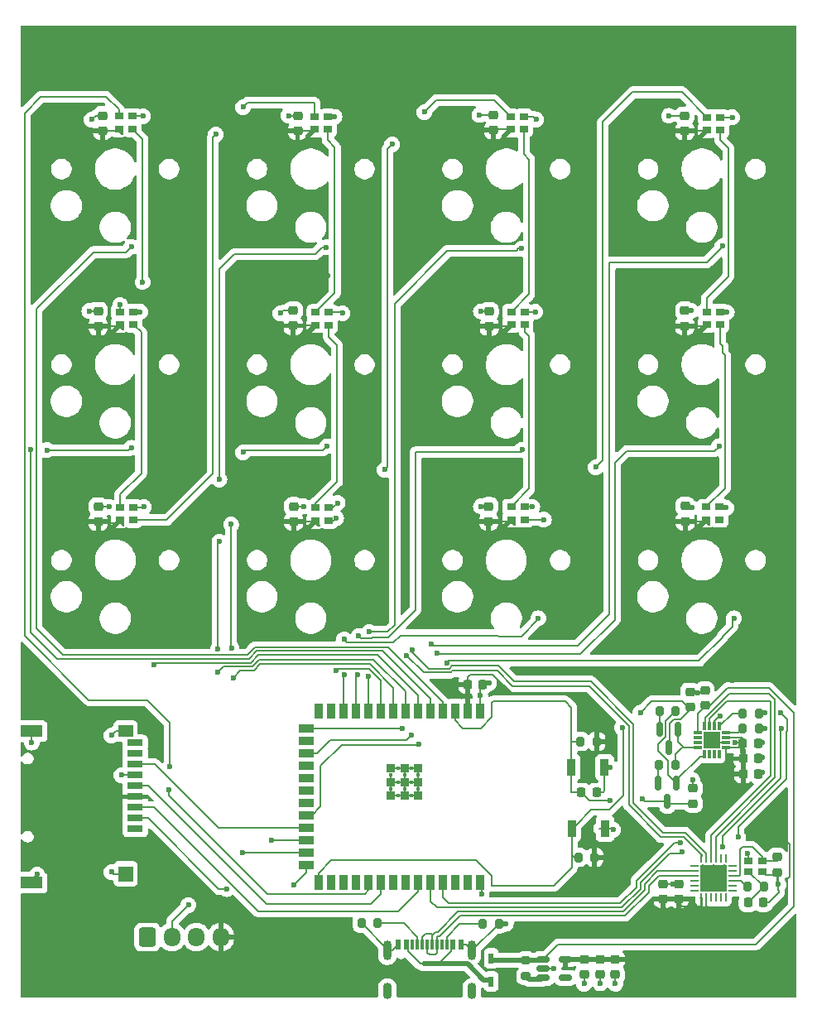
<source format=gbr>
%TF.GenerationSoftware,KiCad,Pcbnew,8.0.1*%
%TF.CreationDate,2024-09-01T11:50:53+02:00*%
%TF.ProjectId,Macro keyboard,4d616372-6f20-46b6-9579-626f6172642e,rev?*%
%TF.SameCoordinates,Original*%
%TF.FileFunction,Copper,L1,Top*%
%TF.FilePolarity,Positive*%
%FSLAX46Y46*%
G04 Gerber Fmt 4.6, Leading zero omitted, Abs format (unit mm)*
G04 Created by KiCad (PCBNEW 8.0.1) date 2024-09-01 11:50:53*
%MOMM*%
%LPD*%
G01*
G04 APERTURE LIST*
G04 Aperture macros list*
%AMRoundRect*
0 Rectangle with rounded corners*
0 $1 Rounding radius*
0 $2 $3 $4 $5 $6 $7 $8 $9 X,Y pos of 4 corners*
0 Add a 4 corners polygon primitive as box body*
4,1,4,$2,$3,$4,$5,$6,$7,$8,$9,$2,$3,0*
0 Add four circle primitives for the rounded corners*
1,1,$1+$1,$2,$3*
1,1,$1+$1,$4,$5*
1,1,$1+$1,$6,$7*
1,1,$1+$1,$8,$9*
0 Add four rect primitives between the rounded corners*
20,1,$1+$1,$2,$3,$4,$5,0*
20,1,$1+$1,$4,$5,$6,$7,0*
20,1,$1+$1,$6,$7,$8,$9,0*
20,1,$1+$1,$8,$9,$2,$3,0*%
G04 Aperture macros list end*
%TA.AperFunction,SMDPad,CuDef*%
%ADD10R,0.900000X0.800000*%
%TD*%
%TA.AperFunction,SMDPad,CuDef*%
%ADD11RoundRect,0.225000X0.250000X-0.225000X0.250000X0.225000X-0.250000X0.225000X-0.250000X-0.225000X0*%
%TD*%
%TA.AperFunction,SMDPad,CuDef*%
%ADD12RoundRect,0.150000X-0.150000X0.587500X-0.150000X-0.587500X0.150000X-0.587500X0.150000X0.587500X0*%
%TD*%
%TA.AperFunction,SMDPad,CuDef*%
%ADD13R,0.900000X1.700000*%
%TD*%
%TA.AperFunction,ComponentPad*%
%ADD14RoundRect,0.250000X-0.600000X-0.725000X0.600000X-0.725000X0.600000X0.725000X-0.600000X0.725000X0*%
%TD*%
%TA.AperFunction,ComponentPad*%
%ADD15O,1.700000X1.950000*%
%TD*%
%TA.AperFunction,SMDPad,CuDef*%
%ADD16R,2.200000X1.200000*%
%TD*%
%TA.AperFunction,SMDPad,CuDef*%
%ADD17R,1.500000X1.600000*%
%TD*%
%TA.AperFunction,SMDPad,CuDef*%
%ADD18R,1.500000X1.200000*%
%TD*%
%TA.AperFunction,SMDPad,CuDef*%
%ADD19R,1.600000X0.700000*%
%TD*%
%TA.AperFunction,SMDPad,CuDef*%
%ADD20R,1.700000X1.700000*%
%TD*%
%TA.AperFunction,SMDPad,CuDef*%
%ADD21RoundRect,0.035000X0.105000X0.385000X-0.105000X0.385000X-0.105000X-0.385000X0.105000X-0.385000X0*%
%TD*%
%TA.AperFunction,SMDPad,CuDef*%
%ADD22RoundRect,0.035000X0.385000X0.105000X-0.385000X0.105000X-0.385000X-0.105000X0.385000X-0.105000X0*%
%TD*%
%TA.AperFunction,SMDPad,CuDef*%
%ADD23R,1.500000X0.900000*%
%TD*%
%TA.AperFunction,SMDPad,CuDef*%
%ADD24R,0.900000X1.500000*%
%TD*%
%TA.AperFunction,ComponentPad*%
%ADD25C,0.400000*%
%TD*%
%TA.AperFunction,SMDPad,CuDef*%
%ADD26R,0.900000X0.900000*%
%TD*%
%TA.AperFunction,ComponentPad*%
%ADD27O,0.900000X1.700000*%
%TD*%
%TA.AperFunction,ComponentPad*%
%ADD28O,0.900000X2.000000*%
%TD*%
%TA.AperFunction,SMDPad,CuDef*%
%ADD29R,0.600000X1.140000*%
%TD*%
%TA.AperFunction,SMDPad,CuDef*%
%ADD30R,0.300000X1.140000*%
%TD*%
%TA.AperFunction,SMDPad,CuDef*%
%ADD31R,0.850000X0.650000*%
%TD*%
%TA.AperFunction,SMDPad,CuDef*%
%ADD32R,0.500000X1.050000*%
%TD*%
%TA.AperFunction,SMDPad,CuDef*%
%ADD33RoundRect,0.150000X-0.512500X-0.150000X0.512500X-0.150000X0.512500X0.150000X-0.512500X0.150000X0*%
%TD*%
%TA.AperFunction,SMDPad,CuDef*%
%ADD34RoundRect,0.200000X-0.200000X-0.275000X0.200000X-0.275000X0.200000X0.275000X-0.200000X0.275000X0*%
%TD*%
%TA.AperFunction,SMDPad,CuDef*%
%ADD35RoundRect,0.225000X-0.250000X0.225000X-0.250000X-0.225000X0.250000X-0.225000X0.250000X0.225000X0*%
%TD*%
%TA.AperFunction,SMDPad,CuDef*%
%ADD36RoundRect,0.225000X-0.225000X-0.250000X0.225000X-0.250000X0.225000X0.250000X-0.225000X0.250000X0*%
%TD*%
%TA.AperFunction,HeatsinkPad*%
%ADD37C,0.500000*%
%TD*%
%TA.AperFunction,HeatsinkPad*%
%ADD38R,2.750000X2.750000*%
%TD*%
%TA.AperFunction,SMDPad,CuDef*%
%ADD39RoundRect,0.062500X0.062500X0.337500X-0.062500X0.337500X-0.062500X-0.337500X0.062500X-0.337500X0*%
%TD*%
%TA.AperFunction,SMDPad,CuDef*%
%ADD40RoundRect,0.062500X0.337500X0.062500X-0.337500X0.062500X-0.337500X-0.062500X0.337500X-0.062500X0*%
%TD*%
%TA.AperFunction,SMDPad,CuDef*%
%ADD41RoundRect,0.200000X0.200000X0.275000X-0.200000X0.275000X-0.200000X-0.275000X0.200000X-0.275000X0*%
%TD*%
%TA.AperFunction,SMDPad,CuDef*%
%ADD42RoundRect,0.200000X-0.275000X0.200000X-0.275000X-0.200000X0.275000X-0.200000X0.275000X0.200000X0*%
%TD*%
%TA.AperFunction,ViaPad*%
%ADD43C,0.600000*%
%TD*%
%TA.AperFunction,Conductor*%
%ADD44C,0.200000*%
%TD*%
%TA.AperFunction,Conductor*%
%ADD45C,0.500000*%
%TD*%
G04 APERTURE END LIST*
D10*
%TO.P,Y1,1,1*%
%TO.N,Net-(C9-Pad1)*%
X262525000Y-121075000D03*
%TO.P,Y1,2,2*%
%TO.N,GND*%
X263925000Y-121075000D03*
%TO.P,Y1,3,3*%
%TO.N,Net-(U4-XI)*%
X263925000Y-119975000D03*
%TO.P,Y1,4,4*%
%TO.N,GND*%
X262525000Y-119975000D03*
%TD*%
D11*
%TO.P,C6,2*%
%TO.N,GND*%
X258064000Y-102590000D03*
%TO.P,C6,1*%
%TO.N,+5V*%
X258064000Y-104140000D03*
%TD*%
D12*
%TO.P,Q2,1,E*%
%TO.N,/RTS*%
X255155000Y-112055000D03*
%TO.P,Q2,2,B*%
%TO.N,Net-(Q2-B)*%
X253255000Y-112055000D03*
%TO.P,Q2,3,C*%
%TO.N,EN*%
X254205000Y-113930000D03*
%TD*%
%TO.P,Q1,1,E*%
%TO.N,/DTR*%
X255305000Y-106555000D03*
%TO.P,Q1,2,B*%
%TO.N,Net-(Q1-B)*%
X253405000Y-106555000D03*
%TO.P,Q1,3,C*%
%TO.N,Io0*%
X254355000Y-108430000D03*
%TD*%
D13*
%TO.P,SW2,2,2*%
%TO.N,Io0*%
X244450000Y-116700000D03*
%TO.P,SW2,1,1*%
%TO.N,GND*%
X247850000Y-116700000D03*
%TD*%
%TO.P,SW1,2,2*%
%TO.N,EN*%
X244400000Y-110450000D03*
%TO.P,SW1,1,1*%
%TO.N,GND*%
X247800000Y-110450000D03*
%TD*%
D14*
%TO.P,J16,1,Pin_1*%
%TO.N,GND*%
X201050000Y-127800000D03*
D15*
%TO.P,J16,2,Pin_2*%
%TO.N,Net-(J16-Pin_2)*%
X203550000Y-127800000D03*
%TO.P,J16,3,Pin_3*%
%TO.N,Net-(J16-Pin_3)*%
X206050000Y-127800000D03*
%TO.P,J16,4,Pin_4*%
%TO.N,+3.3V*%
X208550000Y-127800000D03*
%TD*%
D16*
%TO.P,J15,10,SHIELD*%
%TO.N,GND*%
X189200000Y-122250000D03*
D17*
X198800000Y-121350000D03*
D16*
X189200000Y-106750000D03*
D18*
X198800000Y-106750000D03*
D19*
%TO.P,J15,9,DET*%
%TO.N,unconnected-(J15-DET-Pad9)*%
X199800000Y-107950000D03*
%TO.P,J15,8,DAT1*%
%TO.N,unconnected-(J15-DAT1-Pad8)*%
X199800000Y-109050000D03*
%TO.P,J15,7,DAT0*%
%TO.N,/MISO*%
X199800000Y-110150000D03*
%TO.P,J15,6,VSS*%
%TO.N,GND*%
X199800000Y-111250000D03*
%TO.P,J15,5,CLK*%
%TO.N,/SCK*%
X199800000Y-112350000D03*
%TO.P,J15,4,VDD*%
%TO.N,+3.3V*%
X199800000Y-113450000D03*
%TO.P,J15,3,CMD*%
%TO.N,/MOSI*%
X199800000Y-114550000D03*
%TO.P,J15,2,DAT3/CD*%
%TO.N,/SD{slash}CS*%
X199800000Y-115650000D03*
%TO.P,J15,1,DAT2*%
%TO.N,unconnected-(J15-DAT2-Pad1)*%
X199800000Y-116750000D03*
%TD*%
D20*
%TO.P,U2,17,GND*%
%TO.N,GND*%
X258800000Y-107655000D03*
D21*
%TO.P,U2,16,RI*%
%TO.N,unconnected-(U2-RI-Pad16)*%
X259550000Y-109100000D03*
%TO.P,U2,15,CTS*%
%TO.N,unconnected-(U2-CTS-Pad15)*%
X259050000Y-109100000D03*
%TO.P,U2,14,DSR*%
%TO.N,unconnected-(U2-DSR-Pad14)*%
X258550000Y-109100000D03*
%TO.P,U2,13,RTS*%
%TO.N,/RTS*%
X258050000Y-109100000D03*
D22*
%TO.P,U2,12,DTR*%
%TO.N,/DTR*%
X257355000Y-108405000D03*
%TO.P,U2,11,DCD*%
%TO.N,unconnected-(U2-DCD-Pad11)*%
X257355000Y-107905000D03*
%TO.P,U2,10,~{ACT}*%
%TO.N,unconnected-(U2-~{ACT}-Pad10)*%
X257355000Y-107405000D03*
%TO.P,U2,9,VBUS*%
%TO.N,+5V*%
X257355000Y-106905000D03*
D21*
%TO.P,U2,8,UD-*%
%TO.N,/uartD-*%
X258050000Y-106210000D03*
%TO.P,U2,7,UD+*%
%TO.N,/uartD+*%
X258550000Y-106210000D03*
%TO.P,U2,6,V3*%
%TO.N,+3.3V*%
X259050000Y-106210000D03*
%TO.P,U2,5,RXD*%
%TO.N,Net-(U2-RXD)*%
X259550000Y-106210000D03*
D22*
%TO.P,U2,4,TXD*%
%TO.N,Net-(U2-TXD)*%
X260245000Y-106905000D03*
%TO.P,U2,3,VDD5*%
%TO.N,+3.3V*%
X260245000Y-107405000D03*
%TO.P,U2,2,GND*%
%TO.N,GND*%
X260245000Y-107905000D03*
%TO.P,U2,1,VIO*%
%TO.N,+3.3V*%
X260245000Y-108405000D03*
%TD*%
D23*
%TO.P,U1,26,IO45*%
%TO.N,/SD{slash}CS*%
X217310000Y-120435000D03*
%TO.P,U1,25,IO48*%
%TO.N,Net-(J16-Pin_2)*%
X217310000Y-119165000D03*
%TO.P,U1,24,IO47*%
%TO.N,Net-(J16-Pin_3)*%
X217310000Y-117895000D03*
%TO.P,U1,23,IO21*%
%TO.N,/MISO*%
X217310000Y-116625000D03*
%TO.P,U1,22,IO14*%
%TO.N,/BUTTON12*%
X217310000Y-115355000D03*
%TO.P,U1,21,IO13*%
%TO.N,unconnected-(U1-IO13-Pad21)*%
X217310000Y-114085000D03*
%TO.P,U1,20,IO12*%
%TO.N,unconnected-(U1-IO12-Pad20)*%
X217310000Y-112815000D03*
%TO.P,U1,19,IO11*%
%TO.N,unconnected-(U1-IO11-Pad19)*%
X217310000Y-111545000D03*
%TO.P,U1,18,IO10*%
%TO.N,unconnected-(U1-IO10-Pad18)*%
X217310000Y-110275000D03*
%TO.P,U1,17,IO9*%
%TO.N,/BUTTON11*%
X217310000Y-109005000D03*
%TO.P,U1,16,IO46*%
%TO.N,unconnected-(U1-IO46-Pad16)*%
X217310000Y-107735000D03*
D24*
%TO.P,U1,40,GND*%
%TO.N,GND*%
X235070000Y-122200000D03*
%TO.P,U1,39,IO1*%
%TO.N,unconnected-(U1-IO1-Pad39)*%
X233800000Y-122200000D03*
%TO.P,U1,38,IO2*%
%TO.N,unconnected-(U1-IO2-Pad38)*%
X232530000Y-122200000D03*
%TO.P,U1,37,TXD0*%
%TO.N,TXD*%
X231260000Y-122200000D03*
%TO.P,U1,36,RXD0*%
%TO.N,RXD*%
X229990000Y-122200000D03*
%TO.P,U1,35,IO42*%
%TO.N,/MOSI*%
X228720000Y-122200000D03*
%TO.P,U1,34,IO41*%
%TO.N,unconnected-(U1-IO41-Pad34)*%
X227450000Y-122200000D03*
%TO.P,U1,33,IO40*%
%TO.N,unconnected-(U1-IO40-Pad33)*%
X226180000Y-122200000D03*
%TO.P,U1,32,IO39*%
%TO.N,/SCK*%
X224910000Y-122200000D03*
%TO.P,U1,31,IO38*%
%TO.N,/RGBLED*%
X223640000Y-122200000D03*
%TO.P,U1,30,IO37*%
%TO.N,unconnected-(U1-IO37-Pad30)*%
X222370000Y-122200000D03*
%TO.P,U1,29,IO36*%
%TO.N,unconnected-(U1-IO36-Pad29)*%
X221100000Y-122200000D03*
%TO.P,U1,28,IO35*%
%TO.N,unconnected-(U1-IO35-Pad28)*%
X219830000Y-122200000D03*
%TO.P,U1,27,IO0*%
%TO.N,Io0*%
X218560000Y-122200000D03*
D23*
%TO.P,U1,15,IO3*%
%TO.N,/BUTTON10*%
X217310000Y-106465000D03*
D24*
%TO.P,U1,14,IO20*%
%TO.N,/espD+*%
X218560000Y-104700000D03*
%TO.P,U1,13,IO19*%
%TO.N,/espD-*%
X219830000Y-104700000D03*
%TO.P,U1,12,IO8*%
%TO.N,/BUTTON9*%
X221100000Y-104700000D03*
%TO.P,U1,11,IO18*%
%TO.N,/BUTTON8*%
X222370000Y-104700000D03*
%TO.P,U1,10,IO17*%
%TO.N,/BUTTON7*%
X223640000Y-104700000D03*
%TO.P,U1,9,IO16*%
%TO.N,/BUTTON6*%
X224910000Y-104700000D03*
%TO.P,U1,8,IO15*%
%TO.N,/BUTTON5*%
X226180000Y-104700000D03*
%TO.P,U1,7,IO7*%
%TO.N,/BUTTON4*%
X227450000Y-104700000D03*
%TO.P,U1,6,IO6*%
%TO.N,/BUTTON3*%
X228720000Y-104700000D03*
%TO.P,U1,5,IO5*%
%TO.N,/BUTTON2*%
X229990000Y-104700000D03*
%TO.P,U1,4,IO4*%
%TO.N,/BUTTON1*%
X231260000Y-104700000D03*
%TO.P,U1,3,EN*%
%TO.N,EN*%
X232530000Y-104700000D03*
%TO.P,U1,2,3V3*%
%TO.N,+3.3V*%
X233800000Y-104700000D03*
D25*
%TO.P,U1,41_21*%
%TO.N,GND*%
X225950000Y-112650000D03*
%TO.P,U1,41_20*%
X225950000Y-111250000D03*
%TO.P,U1,41_19*%
X227350000Y-112650000D03*
%TO.P,U1,41_18*%
X227350000Y-111250000D03*
%TO.P,U1,41_17*%
X228750000Y-112650000D03*
%TO.P,U1,41_16*%
X228750000Y-111250000D03*
%TO.P,U1,41_15*%
X226650000Y-113350000D03*
%TO.P,U1,GND*%
X226650000Y-111950000D03*
%TO.P,U1,41_13*%
X226650000Y-110550000D03*
%TO.P,U1,41_12*%
X228050000Y-113350000D03*
%TO.P,U1,41_11*%
X228050000Y-110550000D03*
%TO.P,U1,41_10*%
X228050000Y-111950000D03*
D26*
%TO.P,U1,41_9,GND*%
X228750000Y-113350000D03*
%TO.P,U1,41_8,GND*%
X228750000Y-111950000D03*
%TO.P,U1,41_7,GND*%
X228750000Y-110550000D03*
%TO.P,U1,41_6,GND*%
X225950000Y-113350000D03*
%TO.P,U1,41_5,GND*%
X225950000Y-111950000D03*
%TO.P,U1,41_4,GND*%
X225950000Y-110550000D03*
%TO.P,U1,41_3,GND*%
X227350000Y-113350000D03*
%TO.P,U1,41_2,GND*%
X227350000Y-110550000D03*
D24*
%TO.P,U1,1,GND*%
X235070000Y-104700000D03*
D26*
%TO.P,U1,41_1,GND*%
X227350000Y-111950000D03*
%TD*%
D27*
%TO.P,J1,S1,SHIELD*%
%TO.N,GND*%
X234225000Y-133350000D03*
D28*
X234225000Y-129170000D03*
D27*
X225575000Y-133350000D03*
D28*
X225575000Y-129170000D03*
D29*
%TO.P,J1,B12,GND*%
X226700000Y-128590000D03*
%TO.P,J1,B9,VBUS*%
%TO.N,Net-(D1-PadA)*%
X227500000Y-128590000D03*
D30*
%TO.P,J1,B8,SBU2*%
%TO.N,unconnected-(J1-SBU2-PadB8)*%
X228150000Y-128590000D03*
%TO.P,J1,B7,D-*%
%TO.N,/D-*%
X229150000Y-128590000D03*
%TO.P,J1,B6,D+*%
%TO.N,/D+*%
X230650000Y-128590000D03*
%TO.P,J1,B5,CC2*%
%TO.N,Net-(J1-CC2)*%
X231650000Y-128590000D03*
D29*
%TO.P,J1,B4,VBUS*%
%TO.N,Net-(D1-PadA)*%
X232300000Y-128590000D03*
%TO.P,J1,B1,GND*%
%TO.N,GND*%
X233100000Y-128590000D03*
%TO.P,J1,A12,GND*%
X233100000Y-128590000D03*
%TO.P,J1,A9,VBUS*%
%TO.N,Net-(D1-PadA)*%
X232300000Y-128590000D03*
D30*
%TO.P,J1,A8,SBU1*%
%TO.N,unconnected-(J1-SBU1-PadA8)*%
X231150000Y-128590000D03*
%TO.P,J1,A7,D-*%
%TO.N,/D-*%
X230150000Y-128590000D03*
%TO.P,J1,A6,D+*%
%TO.N,/D+*%
X229650000Y-128590000D03*
%TO.P,J1,A5,CC1*%
%TO.N,Net-(J1-CC1)*%
X228650000Y-128590000D03*
D29*
%TO.P,J1,A4,VBUS*%
%TO.N,Net-(D1-PadA)*%
X227500000Y-128590000D03*
%TO.P,J1,A1,GND*%
%TO.N,GND*%
X226700000Y-128590000D03*
%TD*%
D31*
%TO.P,D13,4,vdd*%
%TO.N,+3.3V*%
X258200000Y-85100000D03*
%TO.P,D13,3,di*%
%TO.N,Net-(D12-do)*%
X258200000Y-83800000D03*
%TO.P,D13,2,gnd*%
%TO.N,GND*%
X259550000Y-83800000D03*
%TO.P,D13,1,do*%
%TO.N,unconnected-(D13-do-Pad1)*%
X259550000Y-85100000D03*
%TD*%
%TO.P,D12,4,vdd*%
%TO.N,+3.3V*%
X258250000Y-65150000D03*
%TO.P,D12,3,di*%
%TO.N,Net-(D11-do)*%
X258250000Y-63850000D03*
%TO.P,D12,2,gnd*%
%TO.N,GND*%
X259600000Y-63850000D03*
%TO.P,D12,1,do*%
%TO.N,Net-(D12-do)*%
X259600000Y-65150000D03*
%TD*%
%TO.P,D11,4,vdd*%
%TO.N,+3.3V*%
X258275000Y-45250000D03*
%TO.P,D11,3,di*%
%TO.N,Net-(D10-do)*%
X258275000Y-43950000D03*
%TO.P,D11,2,gnd*%
%TO.N,GND*%
X259625000Y-43950000D03*
%TO.P,D11,1,do*%
%TO.N,Net-(D11-do)*%
X259625000Y-45250000D03*
%TD*%
%TO.P,D10,4,vdd*%
%TO.N,+3.3V*%
X238250000Y-85100000D03*
%TO.P,D10,3,di*%
%TO.N,Net-(D10-di)*%
X238250000Y-83800000D03*
%TO.P,D10,2,gnd*%
%TO.N,GND*%
X239600000Y-83800000D03*
%TO.P,D10,1,do*%
%TO.N,Net-(D10-do)*%
X239600000Y-85100000D03*
%TD*%
%TO.P,D9,4,vdd*%
%TO.N,+3.3V*%
X238250000Y-65150000D03*
%TO.P,D9,3,di*%
%TO.N,Net-(D8-do)*%
X238250000Y-63850000D03*
%TO.P,D9,2,gnd*%
%TO.N,GND*%
X239600000Y-63850000D03*
%TO.P,D9,1,do*%
%TO.N,Net-(D10-di)*%
X239600000Y-65150000D03*
%TD*%
%TO.P,D8,4,vdd*%
%TO.N,+3.3V*%
X238175000Y-45200000D03*
%TO.P,D8,3,di*%
%TO.N,/RGBc*%
X238175000Y-43900000D03*
%TO.P,D8,2,gnd*%
%TO.N,GND*%
X239525000Y-43900000D03*
%TO.P,D8,1,do*%
%TO.N,Net-(D8-do)*%
X239525000Y-45200000D03*
%TD*%
%TO.P,D7,4,vdd*%
%TO.N,+3.3V*%
X218250000Y-85200000D03*
%TO.P,D7,3,di*%
%TO.N,Net-(D6-do)*%
X218250000Y-83900000D03*
%TO.P,D7,2,gnd*%
%TO.N,GND*%
X219600000Y-83900000D03*
%TO.P,D7,1,do*%
%TO.N,/RGBc*%
X219600000Y-85200000D03*
%TD*%
%TO.P,D6,4,vdd*%
%TO.N,+3.3V*%
X218250000Y-65200000D03*
%TO.P,D6,3,di*%
%TO.N,Net-(D5-do)*%
X218250000Y-63900000D03*
%TO.P,D6,2,gnd*%
%TO.N,GND*%
X219600000Y-63900000D03*
%TO.P,D6,1,do*%
%TO.N,Net-(D6-do)*%
X219600000Y-65200000D03*
%TD*%
%TO.P,D5,4,vdd*%
%TO.N,+3.3V*%
X218125000Y-45200000D03*
%TO.P,D5,3,di*%
%TO.N,Net-(D4-do)*%
X218125000Y-43900000D03*
%TO.P,D5,2,gnd*%
%TO.N,GND*%
X219475000Y-43900000D03*
%TO.P,D5,1,do*%
%TO.N,Net-(D5-do)*%
X219475000Y-45200000D03*
%TD*%
%TO.P,D4,4,vdd*%
%TO.N,+3.3V*%
X198250000Y-85150000D03*
%TO.P,D4,3,di*%
%TO.N,Net-(D3-do)*%
X198250000Y-83850000D03*
%TO.P,D4,2,gnd*%
%TO.N,GND*%
X199600000Y-83850000D03*
%TO.P,D4,1,do*%
%TO.N,Net-(D4-do)*%
X199600000Y-85150000D03*
%TD*%
%TO.P,D3,4,vdd*%
%TO.N,+3.3V*%
X198250000Y-65150000D03*
%TO.P,D3,3,di*%
%TO.N,Net-(D2-do)*%
X198250000Y-63850000D03*
%TO.P,D3,2,gnd*%
%TO.N,GND*%
X199600000Y-63850000D03*
%TO.P,D3,1,do*%
%TO.N,Net-(D3-do)*%
X199600000Y-65150000D03*
%TD*%
%TO.P,D2,4,vdd*%
%TO.N,+3.3V*%
X198125000Y-45150000D03*
%TO.P,D2,3,di*%
%TO.N,/RGBLED*%
X198125000Y-43850000D03*
%TO.P,D2,2,gnd*%
%TO.N,GND*%
X199475000Y-43850000D03*
%TO.P,D2,1,do*%
%TO.N,Net-(D2-do)*%
X199475000Y-45150000D03*
%TD*%
D32*
%TO.P,D1,A*%
%TO.N,Net-(D1-PadA)*%
X236200000Y-132335000D03*
%TO.P,D1,C*%
%TO.N,+5V*%
X236200000Y-129965000D03*
%TD*%
D33*
%TO.P,U3,1,VIN*%
%TO.N,+5V*%
X241527500Y-130060000D03*
%TO.P,U3,2,GND*%
%TO.N,GND*%
X241527500Y-131010000D03*
%TO.P,U3,3,EN*%
%TO.N,Net-(U3-EN)*%
X241527500Y-131960000D03*
%TO.P,U3,4,NC*%
%TO.N,unconnected-(U3-NC-Pad4)*%
X243802500Y-131960000D03*
%TO.P,U3,5,VOUT*%
%TO.N,+3.3V*%
X243802500Y-130060000D03*
%TD*%
D34*
%TO.P,R12,1*%
%TO.N,Io0*%
X245125000Y-119650000D03*
%TO.P,R12,2*%
%TO.N,+3.3V*%
X246775000Y-119650000D03*
%TD*%
%TO.P,R11,1*%
%TO.N,EN*%
X245325000Y-107800000D03*
%TO.P,R11,2*%
%TO.N,+3.3V*%
X246975000Y-107800000D03*
%TD*%
%TO.P,R10,2*%
%TO.N,Net-(C9-Pad1)*%
X264075000Y-122675000D03*
%TO.P,R10,1*%
%TO.N,Net-(U4-XO)*%
X262425000Y-122675000D03*
%TD*%
D35*
%TO.P,C27,1*%
%TO.N,+3.3V*%
X245700000Y-130100000D03*
%TO.P,C27,2*%
%TO.N,GND*%
X245700000Y-131650000D03*
%TD*%
%TO.P,C26,1*%
%TO.N,+3.3V*%
X247350000Y-130075000D03*
%TO.P,C26,2*%
%TO.N,GND*%
X247350000Y-131625000D03*
%TD*%
%TO.P,C25,1*%
%TO.N,+3.3V*%
X248900000Y-130100000D03*
%TO.P,C25,2*%
%TO.N,GND*%
X248900000Y-131650000D03*
%TD*%
D11*
%TO.P,C24,1*%
%TO.N,+3.3V*%
X256050000Y-85275000D03*
%TO.P,C24,2*%
%TO.N,GND*%
X256050000Y-83725000D03*
%TD*%
%TO.P,C23,1*%
%TO.N,+3.3V*%
X196000000Y-85325000D03*
%TO.P,C23,2*%
%TO.N,GND*%
X196000000Y-83775000D03*
%TD*%
%TO.P,C22,1*%
%TO.N,+3.3V*%
X216000000Y-85300000D03*
%TO.P,C22,2*%
%TO.N,GND*%
X216000000Y-83750000D03*
%TD*%
%TO.P,C21,1*%
%TO.N,+3.3V*%
X235950000Y-85300000D03*
%TO.P,C21,2*%
%TO.N,GND*%
X235950000Y-83750000D03*
%TD*%
%TO.P,C20,1*%
%TO.N,+3.3V*%
X256000000Y-65300000D03*
%TO.P,C20,2*%
%TO.N,GND*%
X256000000Y-63750000D03*
%TD*%
%TO.P,C19,1*%
%TO.N,+3.3V*%
X236000000Y-65350000D03*
%TO.P,C19,2*%
%TO.N,GND*%
X236000000Y-63800000D03*
%TD*%
%TO.P,C18,1*%
%TO.N,+3.3V*%
X215950000Y-65275000D03*
%TO.P,C18,2*%
%TO.N,GND*%
X215950000Y-63725000D03*
%TD*%
%TO.P,C17,1*%
%TO.N,+3.3V*%
X196000000Y-65325000D03*
%TO.P,C17,2*%
%TO.N,GND*%
X196000000Y-63775000D03*
%TD*%
%TO.P,C16,1*%
%TO.N,+3.3V*%
X256000000Y-45350000D03*
%TO.P,C16,2*%
%TO.N,GND*%
X256000000Y-43800000D03*
%TD*%
%TO.P,C15,1*%
%TO.N,+3.3V*%
X236450000Y-45275000D03*
%TO.P,C15,2*%
%TO.N,GND*%
X236450000Y-43725000D03*
%TD*%
%TO.P,C14,1*%
%TO.N,+3.3V*%
X216400000Y-45325000D03*
%TO.P,C14,2*%
%TO.N,GND*%
X216400000Y-43775000D03*
%TD*%
%TO.P,C13,1*%
%TO.N,+3.3V*%
X196450000Y-45325000D03*
%TO.P,C13,2*%
%TO.N,GND*%
X196450000Y-43775000D03*
%TD*%
D36*
%TO.P,C12,1*%
%TO.N,+3.3V*%
X233775000Y-101950000D03*
%TO.P,C12,2*%
%TO.N,GND*%
X235325000Y-101950000D03*
%TD*%
%TO.P,C11,1*%
%TO.N,EN*%
X245425000Y-113000000D03*
%TO.P,C11,2*%
%TO.N,GND*%
X246975000Y-113000000D03*
%TD*%
D35*
%TO.P,C10,1*%
%TO.N,Net-(U4-XI)*%
X265430000Y-119621000D03*
%TO.P,C10,2*%
%TO.N,GND*%
X265430000Y-121171000D03*
%TD*%
D36*
%TO.P,C9,2*%
%TO.N,GND*%
X264025000Y-124275000D03*
%TO.P,C9,1*%
%TO.N,Net-(C9-Pad1)*%
X262475000Y-124275000D03*
%TD*%
D11*
%TO.P,C8,1*%
%TO.N,+3.3V*%
X255400000Y-123900000D03*
%TO.P,C8,2*%
%TO.N,GND*%
X255400000Y-122350000D03*
%TD*%
%TO.P,C7,1*%
%TO.N,+3.3V*%
X253800000Y-123900000D03*
%TO.P,C7,2*%
%TO.N,GND*%
X253800000Y-122350000D03*
%TD*%
D37*
%TO.P,U4,25,GND*%
%TO.N,GND*%
X257825000Y-120650000D03*
X257825000Y-121775000D03*
X257825000Y-122900000D03*
X258950000Y-120650000D03*
D38*
X258950000Y-121775000D03*
D37*
X258950000Y-121775000D03*
X258950000Y-122900000D03*
X260075000Y-120650000D03*
X260075000Y-121775000D03*
X260075000Y-122900000D03*
D39*
%TO.P,U4,24,PWREN#*%
%TO.N,unconnected-(U4-PWREN#-Pad24)*%
X260200000Y-123750000D03*
%TO.P,U4,23,LED2*%
%TO.N,unconnected-(U4-LED2-Pad23)*%
X259700000Y-123750000D03*
%TO.P,U4,22,LED1*%
%TO.N,unconnected-(U4-LED1-Pad22)*%
X259200000Y-123750000D03*
%TO.P,U4,21,LED4*%
%TO.N,unconnected-(U4-LED4-Pad21)*%
X258700000Y-123750000D03*
%TO.P,U4,20,VDD33*%
%TO.N,+3.3V*%
X258200000Y-123750000D03*
%TO.P,U4,19,V5*%
X257700000Y-123750000D03*
D40*
%TO.P,U4,18,PSELF*%
%TO.N,unconnected-(U4-PSELF-Pad18)*%
X256975000Y-123025000D03*
%TO.P,U4,17,NC*%
%TO.N,unconnected-(U4-NC-Pad17)*%
X256975000Y-122525000D03*
%TO.P,U4,16,RESET#*%
%TO.N,unconnected-(U4-RESET#-Pad16)*%
X256975000Y-122025000D03*
%TO.P,U4,15,DPU*%
%TO.N,/D+*%
X256975000Y-121525000D03*
%TO.P,U4,14,DMU*%
%TO.N,/D-*%
X256975000Y-121025000D03*
%TO.P,U4,13,LED3/SCL*%
%TO.N,unconnected-(U4-LED3{slash}SCL-Pad13)*%
X256975000Y-120525000D03*
D39*
%TO.P,U4,12,DP1*%
%TO.N,/espD+*%
X257700000Y-119800000D03*
%TO.P,U4,11,DM1*%
%TO.N,/espD-*%
X258200000Y-119800000D03*
%TO.P,U4,10,DP2*%
%TO.N,/uartD+*%
X258700000Y-119800000D03*
%TO.P,U4,9,DM2*%
%TO.N,/uartD-*%
X259200000Y-119800000D03*
%TO.P,U4,8,DP3*%
%TO.N,unconnected-(U4-DP3-Pad8)*%
X259700000Y-119800000D03*
%TO.P,U4,7,DM3*%
%TO.N,unconnected-(U4-DM3-Pad7)*%
X260200000Y-119800000D03*
D40*
%TO.P,U4,6,DP4*%
%TO.N,unconnected-(U4-DP4-Pad6)*%
X260925000Y-120525000D03*
%TO.P,U4,5,DM4*%
%TO.N,unconnected-(U4-DM4-Pad5)*%
X260925000Y-121025000D03*
%TO.P,U4,4,XI*%
%TO.N,Net-(U4-XI)*%
X260925000Y-121525000D03*
%TO.P,U4,3,XO*%
%TO.N,Net-(U4-XO)*%
X260925000Y-122025000D03*
%TO.P,U4,2,nc*%
%TO.N,unconnected-(U4-nc-Pad2)*%
X260925000Y-122525000D03*
%TO.P,U4,1,ovcur#*%
%TO.N,unconnected-(U4-ovcur#-Pad1)*%
X260925000Y-123025000D03*
%TD*%
D34*
%TO.P,R8,1*%
%TO.N,Net-(J1-CC2)*%
X235325000Y-126450000D03*
%TO.P,R8,2*%
%TO.N,GND*%
X236975000Y-126450000D03*
%TD*%
%TO.P,R7,1*%
%TO.N,GND*%
X222925000Y-126400000D03*
%TO.P,R7,2*%
%TO.N,Net-(J1-CC1)*%
X224575000Y-126400000D03*
%TD*%
D41*
%TO.P,R6,1*%
%TO.N,RXD*%
X263570000Y-106455000D03*
%TO.P,R6,2*%
%TO.N,Net-(U2-TXD)*%
X261920000Y-106455000D03*
%TD*%
D34*
%TO.P,R5,1*%
%TO.N,Net-(U2-RXD)*%
X261920000Y-104905000D03*
%TO.P,R5,2*%
%TO.N,TXD*%
X263570000Y-104905000D03*
%TD*%
D42*
%TO.P,R3,1*%
%TO.N,+5V*%
X239750000Y-130150000D03*
%TO.P,R3,2*%
%TO.N,Net-(U3-EN)*%
X239750000Y-131800000D03*
%TD*%
D34*
%TO.P,R2,1*%
%TO.N,Net-(Q1-B)*%
X253405000Y-104705000D03*
%TO.P,R2,2*%
%TO.N,/RTS*%
X255055000Y-104705000D03*
%TD*%
%TO.P,R1,1*%
%TO.N,Net-(Q2-B)*%
X253380000Y-110205000D03*
%TO.P,R1,2*%
%TO.N,/DTR*%
X255030000Y-110205000D03*
%TD*%
D36*
%TO.P,C5,1*%
%TO.N,+3.3V*%
X261955000Y-109555000D03*
%TO.P,C5,2*%
%TO.N,GND*%
X263505000Y-109555000D03*
%TD*%
%TO.P,C4,1*%
%TO.N,+3.3V*%
X261930000Y-108005000D03*
%TO.P,C4,2*%
%TO.N,GND*%
X263480000Y-108005000D03*
%TD*%
%TO.P,C3,1*%
%TO.N,+3.3V*%
X261980000Y-111105000D03*
%TO.P,C3,2*%
%TO.N,GND*%
X263530000Y-111105000D03*
%TD*%
D11*
%TO.P,C2,1*%
%TO.N,EN*%
X256855000Y-114155000D03*
%TO.P,C2,2*%
%TO.N,GND*%
X256855000Y-112605000D03*
%TD*%
D35*
%TO.P,C1,1*%
%TO.N,GND*%
X256550000Y-102725000D03*
%TO.P,C1,2*%
%TO.N,Io0*%
X256550000Y-104275000D03*
%TD*%
D43*
%TO.N,+3.3V*%
X191262000Y-96520000D03*
X189484000Y-99822000D03*
X192024000Y-97282000D03*
X188722000Y-99060000D03*
X191516000Y-43180000D03*
X191770000Y-40640000D03*
X192786000Y-40640000D03*
X192786000Y-43180000D03*
%TO.N,GND*%
X265575000Y-122428000D03*
X262382000Y-119218000D03*
%TO.N,+3.3V*%
X264160000Y-115824000D03*
X261366000Y-113030000D03*
X254508000Y-116332000D03*
X252476000Y-118364000D03*
X253746000Y-115824000D03*
X251968000Y-117602000D03*
X247396000Y-104902000D03*
X249174000Y-103124000D03*
X248412000Y-102362000D03*
X246634000Y-103886000D03*
X260858000Y-101600000D03*
X259842000Y-101346000D03*
X261165000Y-107943181D03*
X259636956Y-105204956D03*
%TO.N,Net-(D10-do)*%
X246888000Y-79756000D03*
X241600000Y-85100000D03*
%TO.N,/RGBc*%
X225298000Y-80010000D03*
X220345000Y-84963000D03*
%TO.N,/BUTTON5*%
X210820000Y-78232000D03*
X209600000Y-85598000D03*
%TO.N,/BUTTON4*%
X208400000Y-87376000D03*
X208400000Y-81026000D03*
%TO.N,Net-(D2-do)*%
X200550000Y-60816000D03*
X198250000Y-63150000D03*
%TO.N,/RGBc*%
X229362000Y-43434000D03*
X226060000Y-46736000D03*
%TO.N,Net-(D4-do)*%
X210820000Y-42926000D03*
X208026000Y-45720000D03*
%TO.N,+3.3V*%
X246380000Y-61722000D03*
X249428000Y-61722000D03*
X249428000Y-60452000D03*
X246380000Y-60452000D03*
X250444000Y-43180000D03*
X248920000Y-41656000D03*
X247904000Y-42672000D03*
X249682000Y-44196000D03*
X227330000Y-65278000D03*
X224282000Y-65278000D03*
X224282000Y-63246000D03*
X227584000Y-63754000D03*
X221234000Y-58928000D03*
X218948000Y-58928000D03*
X221234000Y-60198000D03*
X219456000Y-60198000D03*
%TO.N,GND*%
X260850000Y-43950000D03*
X254396000Y-43800000D03*
X240792000Y-44196000D03*
X234987000Y-43725000D03*
X220176000Y-43900000D03*
X215479000Y-43775000D03*
X200568000Y-43850000D03*
X195326000Y-44196000D03*
X220980000Y-64008000D03*
X214630000Y-64008000D03*
X200310000Y-63850000D03*
X195093000Y-63775000D03*
X200660000Y-83820000D03*
X197104000Y-83820000D03*
X263906000Y-110998000D03*
X263906000Y-109474000D03*
X263906000Y-107950000D03*
X257302000Y-102870000D03*
X258800000Y-107655000D03*
X256794000Y-111760000D03*
X248372000Y-110450000D03*
X248666000Y-116840000D03*
X254762000Y-122428000D03*
X248900000Y-132568000D03*
X247350000Y-132542000D03*
X245700000Y-132588000D03*
X242570000Y-131010000D03*
X237702000Y-126450000D03*
X235204000Y-123444000D03*
X198374000Y-111250000D03*
X197358000Y-107188000D03*
X189200000Y-107920000D03*
X189738000Y-121412000D03*
X197358000Y-121158000D03*
X235070000Y-103124000D03*
X235966000Y-101854000D03*
%TO.N,/BUTTON4*%
X219300000Y-57250000D03*
%TO.N,/BUTTON7*%
X239300000Y-57400000D03*
%TO.N,/BUTTON10*%
X259850000Y-57150000D03*
%TO.N,/BUTTON5*%
X219400000Y-77600000D03*
%TO.N,/BUTTON8*%
X239350000Y-77950000D03*
%TO.N,/BUTTON11*%
X259493900Y-77600000D03*
%TO.N,/BUTTON12*%
X261025000Y-95200000D03*
%TO.N,/BUTTON9*%
X241025000Y-95200000D03*
%TO.N,/BUTTON2*%
X199400000Y-77750000D03*
%TO.N,/BUTTON1*%
X199400000Y-57200000D03*
%TO.N,GND*%
X235150000Y-63800000D03*
X240700000Y-63850000D03*
X217000000Y-83750000D03*
X220500000Y-83400000D03*
X240400000Y-83800000D03*
X235150000Y-83750000D03*
X256700000Y-83900000D03*
X260250000Y-83900000D03*
X256650000Y-63750000D03*
X260300000Y-63900000D03*
%TO.N,RXD*%
X255700000Y-119050000D03*
X259900000Y-118550000D03*
X265850000Y-106450000D03*
X264175000Y-106450000D03*
%TO.N,TXD*%
X255544974Y-118175000D03*
X261450000Y-117600000D03*
X265825000Y-104900000D03*
X264150000Y-104900000D03*
%TO.N,/RGBLED*%
X203350000Y-110400000D03*
X203250000Y-112700000D03*
%TO.N,Io0*%
X249604135Y-106370865D03*
X251450000Y-104850000D03*
%TO.N,EN*%
X248400000Y-113800000D03*
X251650000Y-113650000D03*
%TO.N,Net-(J16-Pin_3)*%
X213755000Y-117895000D03*
%TO.N,Net-(J16-Pin_2)*%
X205225000Y-124525000D03*
X210750000Y-119165000D03*
%TO.N,/espD-*%
X219830000Y-104700000D03*
%TO.N,/espD+*%
X218560000Y-104700000D03*
X227549479Y-99000521D03*
%TO.N,/espD-*%
X228150521Y-98399479D03*
%TO.N,/BUTTON12*%
X231650000Y-99750000D03*
X228800000Y-108050000D03*
%TO.N,/BUTTON11*%
X230700000Y-98800000D03*
X228000000Y-107150000D03*
%TO.N,/BUTTON10*%
X227150000Y-106465000D03*
X230050000Y-97850000D03*
%TO.N,/BUTTON9*%
X221150000Y-97350000D03*
X221150000Y-101000000D03*
%TO.N,/BUTTON8*%
X222550000Y-101000000D03*
X222650000Y-97000000D03*
%TO.N,/BUTTON7*%
X223617892Y-101132108D03*
X223700000Y-96600000D03*
%TO.N,/BUTTON6*%
X220300000Y-100500000D03*
%TO.N,/BUTTON5*%
X209650000Y-98250000D03*
X209800000Y-101300000D03*
%TO.N,/BUTTON4*%
X208250000Y-98350000D03*
X208250000Y-100700000D03*
%TO.N,/BUTTON3*%
X201750000Y-99950000D03*
%TO.N,/BUTTON2*%
X190750000Y-78000000D03*
X189100000Y-77950000D03*
%TO.N,/SD{slash}CS*%
X216050000Y-122500000D03*
X209150000Y-122900000D03*
%TD*%
D44*
%TO.N,/RGBLED*%
X198125000Y-43175000D02*
X198125000Y-43850000D01*
X188468000Y-43532000D02*
X190150000Y-41850000D01*
X188468000Y-96968000D02*
X188468000Y-43532000D01*
X195050000Y-103550000D02*
X188468000Y-96968000D01*
X203350000Y-105900000D02*
X201000000Y-103550000D01*
X196800000Y-41850000D02*
X198125000Y-43175000D01*
X201000000Y-103550000D02*
X195050000Y-103550000D01*
X190150000Y-41850000D02*
X196800000Y-41850000D01*
X203350000Y-110400000D02*
X203350000Y-105900000D01*
%TO.N,/BUTTON2*%
X225100000Y-98550000D02*
X229990000Y-103440000D01*
X212214215Y-98550000D02*
X225100000Y-98550000D01*
X229990000Y-103440000D02*
X229990000Y-104700000D01*
X211414214Y-99350000D02*
X212214215Y-98550000D01*
X191806000Y-99350000D02*
X211414214Y-99350000D01*
X189100000Y-96644000D02*
X191806000Y-99350000D01*
X189100000Y-77950000D02*
X189100000Y-96644000D01*
%TO.N,+3.3V*%
X192024000Y-97282000D02*
X191262000Y-96520000D01*
X189230000Y-99822000D02*
X189484000Y-99822000D01*
X188468000Y-99060000D02*
X188722000Y-99060000D01*
%TO.N,GND*%
X265430000Y-122283000D02*
X265575000Y-122428000D01*
X265575000Y-122428000D02*
X265575000Y-121450000D01*
X265575000Y-122975000D02*
X265575000Y-122428000D01*
X265430000Y-121171000D02*
X265430000Y-122283000D01*
X262525000Y-119361000D02*
X262382000Y-119218000D01*
X262525000Y-119523000D02*
X262525000Y-119361000D01*
X262525000Y-119975000D02*
X262525000Y-119523000D01*
%TO.N,Net-(U4-XI)*%
X262918000Y-118618000D02*
X263925000Y-119625000D01*
X261874000Y-118618000D02*
X262918000Y-118618000D01*
X261625000Y-118867000D02*
X261874000Y-118618000D01*
X261625000Y-121425000D02*
X261625000Y-118867000D01*
X261575000Y-121475000D02*
X261625000Y-121425000D01*
X261575000Y-121525000D02*
X261575000Y-121475000D01*
X260925000Y-121525000D02*
X261575000Y-121525000D01*
X263925000Y-119625000D02*
X263925000Y-119975000D01*
%TO.N,GND*%
X233100000Y-128590000D02*
X233645000Y-128590000D01*
X233645000Y-128590000D02*
X234225000Y-129170000D01*
X234255000Y-129170000D02*
X236975000Y-126450000D01*
X234225000Y-129170000D02*
X234255000Y-129170000D01*
X225575000Y-129050000D02*
X222925000Y-126400000D01*
X225575000Y-129170000D02*
X225575000Y-129050000D01*
X226120000Y-129170000D02*
X226700000Y-128590000D01*
X225575000Y-129170000D02*
X226120000Y-129170000D01*
X228750000Y-111950000D02*
X225950000Y-111950000D01*
X227350000Y-110550000D02*
X227350000Y-113350000D01*
X225950000Y-113350000D02*
X225950000Y-111250000D01*
X228750000Y-113350000D02*
X225950000Y-113350000D01*
X228750000Y-113350000D02*
X228750000Y-110550000D01*
X225950000Y-110550000D02*
X228750000Y-110550000D01*
%TO.N,+3.3V*%
X266446000Y-118110000D02*
X264160000Y-115824000D01*
X259048000Y-127254000D02*
X256794000Y-125000000D01*
X262890000Y-127254000D02*
X259048000Y-127254000D01*
X266446000Y-123698000D02*
X262890000Y-127254000D01*
X256794000Y-125000000D02*
X254200000Y-125000000D01*
X266446000Y-121920000D02*
X266446000Y-123698000D01*
X257850000Y-125000000D02*
X256794000Y-125000000D01*
X266700000Y-121666000D02*
X266446000Y-121920000D01*
X266700000Y-118364000D02*
X266700000Y-121666000D01*
X266446000Y-118110000D02*
X266700000Y-118364000D01*
%TO.N,+5V*%
X243037500Y-128550000D02*
X241437500Y-130150000D01*
X263300000Y-128550000D02*
X243037500Y-128550000D01*
X267150000Y-124700000D02*
X263300000Y-128550000D01*
X267150000Y-104866114D02*
X267150000Y-124700000D01*
X264633886Y-102350000D02*
X267150000Y-104866114D01*
X258345000Y-104355000D02*
X260350000Y-102350000D01*
X257350000Y-106900000D02*
X257350000Y-104950000D01*
X257350000Y-104950000D02*
X257945000Y-104355000D01*
X260350000Y-102350000D02*
X264633886Y-102350000D01*
%TO.N,+3.3V*%
X254000000Y-115824000D02*
X254508000Y-116332000D01*
X253746000Y-115824000D02*
X254000000Y-115824000D01*
X251714000Y-117602000D02*
X251968000Y-117602000D01*
X245618000Y-102870000D02*
X246634000Y-103886000D01*
X238252000Y-102870000D02*
X245618000Y-102870000D01*
X236366000Y-100984000D02*
X238252000Y-102870000D01*
X234042000Y-100984000D02*
X236366000Y-100984000D01*
X233775000Y-101251000D02*
X234042000Y-100984000D01*
X233775000Y-101950000D02*
X233775000Y-101251000D01*
%TO.N,/espD+*%
X229298958Y-100750000D02*
X227549479Y-99000521D01*
X232064214Y-100750000D02*
X229298958Y-100750000D01*
X232230215Y-100584000D02*
X232064214Y-100750000D01*
X236840801Y-100584000D02*
X232230215Y-100584000D01*
X238381801Y-102125000D02*
X236840801Y-100584000D01*
X250275000Y-114293200D02*
X250275000Y-106193200D01*
X253556800Y-117575000D02*
X250275000Y-114293200D01*
X255863478Y-117575000D02*
X253556800Y-117575000D01*
X257725000Y-119436522D02*
X255863478Y-117575000D01*
X257725000Y-119500000D02*
X257725000Y-119436522D01*
X250275000Y-106193200D02*
X246206800Y-102125000D01*
X246206800Y-102125000D02*
X238381801Y-102125000D01*
%TO.N,/espD-*%
X232172529Y-100076000D02*
X231898529Y-100350000D01*
X236969199Y-100076000D02*
X232172529Y-100076000D01*
X238568199Y-101675000D02*
X236969199Y-100076000D01*
X246393200Y-101675000D02*
X238568199Y-101675000D01*
X229811831Y-100343632D02*
X228150521Y-98682322D01*
X250725000Y-106006800D02*
X246393200Y-101675000D01*
X231898529Y-100350000D02*
X231401471Y-100350000D01*
X253743200Y-117125000D02*
X250725000Y-114106800D01*
X231401471Y-100350000D02*
X231395103Y-100343632D01*
X250725000Y-114106800D02*
X250725000Y-106006800D01*
X231395103Y-100343632D02*
X229811831Y-100343632D01*
X256049878Y-117125000D02*
X253743200Y-117125000D01*
X228150521Y-98682322D02*
X228150521Y-98399479D01*
X258175000Y-119250122D02*
X256049878Y-117125000D01*
X258175000Y-119500000D02*
X258175000Y-119250122D01*
%TO.N,+3.3V*%
X247142000Y-104902000D02*
X247396000Y-104902000D01*
X247142000Y-104902000D02*
X246634000Y-104394000D01*
X246634000Y-104394000D02*
X246634000Y-103886000D01*
X261165000Y-107943181D02*
X261868181Y-107943181D01*
X259588000Y-105156000D02*
X259636956Y-105204956D01*
X259050000Y-105694000D02*
X259588000Y-105156000D01*
X259050000Y-106210000D02*
X259050000Y-105694000D01*
%TO.N,/uartD+*%
X258725000Y-119174999D02*
X258700000Y-119199999D01*
X260300182Y-103693200D02*
X264775000Y-103693200D01*
X264775000Y-111306800D02*
X258725000Y-117356800D01*
X258550000Y-105443382D02*
X260300182Y-103693200D01*
X258700000Y-119199999D02*
X258700000Y-119800000D01*
X258550000Y-106210000D02*
X258550000Y-105443382D01*
X264775000Y-103693200D02*
X264775000Y-111306800D01*
X258725000Y-117356800D02*
X258725000Y-119174999D01*
%TO.N,/uartD-*%
X259200000Y-119199999D02*
X259200000Y-119800000D01*
X259175000Y-117543200D02*
X259175000Y-119174999D01*
X265225000Y-103506800D02*
X265225000Y-111493200D01*
X264593200Y-102875000D02*
X265225000Y-103506800D01*
X265225000Y-111493200D02*
X259175000Y-117543200D01*
X258075000Y-105905000D02*
X258075000Y-105352696D01*
X258075000Y-105352696D02*
X260552696Y-102875000D01*
X259175000Y-119174999D02*
X259200000Y-119199999D01*
X260552696Y-102875000D02*
X264593200Y-102875000D01*
%TO.N,GND*%
X235070000Y-103124000D02*
X235070000Y-104700000D01*
%TO.N,Net-(D10-do)*%
X247569000Y-79075000D02*
X246888000Y-79756000D01*
X247625000Y-79075000D02*
X247569000Y-79075000D01*
%TO.N,/RGBc*%
X220108000Y-85200000D02*
X220100000Y-85200000D01*
X220345000Y-84963000D02*
X220108000Y-85200000D01*
X225552000Y-79756000D02*
X225298000Y-80010000D01*
X225552000Y-79748000D02*
X225552000Y-79756000D01*
%TO.N,/BUTTON4*%
X218900000Y-57250000D02*
X219300000Y-57250000D01*
X218200000Y-57950000D02*
X218900000Y-57250000D01*
X209950000Y-57950000D02*
X218200000Y-57950000D01*
X208400000Y-59500000D02*
X209950000Y-57950000D01*
X208400000Y-81026000D02*
X208400000Y-59500000D01*
%TO.N,/BUTTON5*%
X209600000Y-98200000D02*
X209650000Y-98250000D01*
X209600000Y-85598000D02*
X209600000Y-98200000D01*
X210950000Y-78102000D02*
X210820000Y-78232000D01*
X210950000Y-78050000D02*
X210950000Y-78102000D01*
%TO.N,/BUTTON4*%
X208250000Y-87526000D02*
X208400000Y-87376000D01*
X208250000Y-98350000D02*
X208250000Y-87526000D01*
%TO.N,Net-(D2-do)*%
X200550000Y-46225000D02*
X200550000Y-60816000D01*
X198250000Y-63246000D02*
X198250000Y-63850000D01*
X198250000Y-63150000D02*
X198250000Y-63246000D01*
%TO.N,/RGBc*%
X236475000Y-42200000D02*
X238175000Y-43900000D01*
X230596000Y-42200000D02*
X236475000Y-42200000D01*
X229362000Y-43434000D02*
X230596000Y-42200000D01*
X225552000Y-47244000D02*
X226060000Y-46736000D01*
X225552000Y-79748000D02*
X225552000Y-47244000D01*
%TO.N,Net-(D4-do)*%
X218125000Y-42525000D02*
X218125000Y-43900000D01*
X211296000Y-42450000D02*
X218050000Y-42450000D01*
X218050000Y-42450000D02*
X218125000Y-42525000D01*
X210820000Y-42926000D02*
X211296000Y-42450000D01*
X207750000Y-45996000D02*
X208026000Y-45720000D01*
X207750000Y-46206000D02*
X207750000Y-45996000D01*
X207750000Y-46150000D02*
X207750000Y-46206000D01*
%TO.N,+3.3V*%
X247904000Y-42672000D02*
X248920000Y-41656000D01*
X249682000Y-43942000D02*
X249682000Y-44196000D01*
X223520000Y-65278000D02*
X224282000Y-65278000D01*
X224282000Y-63246000D02*
X223774000Y-63754000D01*
X227584000Y-63500000D02*
X227584000Y-63754000D01*
X221488000Y-58928000D02*
X221234000Y-58928000D01*
X219202000Y-60198000D02*
X219456000Y-60198000D01*
%TO.N,/BUTTON7*%
X226314000Y-63036000D02*
X231700000Y-57650000D01*
X231700000Y-57650000D02*
X238750000Y-57650000D01*
X226314000Y-95911000D02*
X226314000Y-63036000D01*
X225625000Y-96600000D02*
X226314000Y-95911000D01*
X223700000Y-96600000D02*
X225625000Y-96600000D01*
%TO.N,GND*%
X259625000Y-43950000D02*
X260850000Y-43950000D01*
X256000000Y-43800000D02*
X254396000Y-43800000D01*
X239525000Y-43900000D02*
X240496000Y-43900000D01*
X240496000Y-43900000D02*
X240792000Y-44196000D01*
X236450000Y-43725000D02*
X234987000Y-43725000D01*
X219475000Y-43900000D02*
X220176000Y-43900000D01*
X216400000Y-43775000D02*
X215479000Y-43775000D01*
X199475000Y-43850000D02*
X200568000Y-43850000D01*
X195747000Y-43775000D02*
X195326000Y-44196000D01*
X196450000Y-43775000D02*
X195747000Y-43775000D01*
X220872000Y-63900000D02*
X220980000Y-64008000D01*
X219600000Y-63900000D02*
X220872000Y-63900000D01*
X214913000Y-63725000D02*
X214630000Y-64008000D01*
X215950000Y-63725000D02*
X214913000Y-63725000D01*
X199600000Y-63850000D02*
X200310000Y-63850000D01*
X196000000Y-63775000D02*
X195093000Y-63775000D01*
X200630000Y-83850000D02*
X200660000Y-83820000D01*
X199600000Y-83850000D02*
X200630000Y-83850000D01*
X197059000Y-83775000D02*
X197104000Y-83820000D01*
X196551000Y-83775000D02*
X197059000Y-83775000D01*
X196000000Y-83775000D02*
X196551000Y-83775000D01*
X263799000Y-111105000D02*
X263906000Y-110998000D01*
X263825000Y-109555000D02*
X263906000Y-109474000D01*
X263851000Y-108005000D02*
X263906000Y-107950000D01*
X263480000Y-108005000D02*
X263851000Y-108005000D01*
X257157000Y-102725000D02*
X257302000Y-102870000D01*
X256550000Y-102725000D02*
X257157000Y-102725000D01*
X257367000Y-102805000D02*
X257302000Y-102870000D01*
X258105000Y-102805000D02*
X257367000Y-102805000D01*
X256855000Y-111821000D02*
X256794000Y-111760000D01*
X256855000Y-112605000D02*
X256855000Y-111821000D01*
X247800000Y-110450000D02*
X248372000Y-110450000D01*
X248526000Y-116700000D02*
X248666000Y-116840000D01*
X247256000Y-116700000D02*
X248526000Y-116700000D01*
X247850000Y-116700000D02*
X247256000Y-116700000D01*
X254840000Y-122350000D02*
X255400000Y-122350000D01*
X254762000Y-122428000D02*
X254840000Y-122350000D01*
X254762000Y-122428000D02*
X253878000Y-122428000D01*
X245700000Y-131650000D02*
X245700000Y-132588000D01*
X248900000Y-131650000D02*
X248900000Y-132568000D01*
X247350000Y-131625000D02*
X247350000Y-132542000D01*
X241527500Y-131010000D02*
X242570000Y-131010000D01*
X236975000Y-126450000D02*
X237702000Y-126450000D01*
X235204000Y-122334000D02*
X235204000Y-123444000D01*
X198374000Y-111250000D02*
X199800000Y-111250000D01*
X197796000Y-106750000D02*
X197358000Y-107188000D01*
X198800000Y-106750000D02*
X197796000Y-106750000D01*
X189200000Y-106750000D02*
X189200000Y-107920000D01*
X189200000Y-121950000D02*
X189738000Y-121412000D01*
X197550000Y-121350000D02*
X197358000Y-121158000D01*
X198800000Y-121350000D02*
X197550000Y-121350000D01*
X235870000Y-101950000D02*
X235966000Y-101854000D01*
X235325000Y-101950000D02*
X235870000Y-101950000D01*
%TO.N,/BUTTON7*%
X238750000Y-57650000D02*
X239000000Y-57400000D01*
X239000000Y-57400000D02*
X239300000Y-57400000D01*
%TO.N,/BUTTON10*%
X259850000Y-57200000D02*
X259850000Y-57150000D01*
X258250000Y-58800000D02*
X259850000Y-57200000D01*
X248300000Y-58800000D02*
X258250000Y-58800000D01*
X248300000Y-94750000D02*
X248300000Y-58800000D01*
X245050000Y-98000000D02*
X248300000Y-94750000D01*
X230050000Y-97850000D02*
X230200000Y-98000000D01*
X230200000Y-98000000D02*
X245050000Y-98000000D01*
%TO.N,/BUTTON5*%
X218950000Y-78050000D02*
X219400000Y-77600000D01*
X210950000Y-78050000D02*
X218950000Y-78050000D01*
%TO.N,/BUTTON8*%
X239300000Y-78000000D02*
X239350000Y-77950000D01*
X239300000Y-78150000D02*
X239300000Y-78000000D01*
X239250000Y-78200000D02*
X239300000Y-78150000D01*
X228500000Y-78200000D02*
X239250000Y-78200000D01*
X228450000Y-94340686D02*
X228450000Y-78250000D01*
X223998529Y-97150000D02*
X225640686Y-97150000D01*
X225640686Y-97150000D02*
X228450000Y-94340686D01*
X228450000Y-78250000D02*
X228500000Y-78200000D01*
X223948529Y-97200000D02*
X223998529Y-97150000D01*
X222850000Y-97200000D02*
X223948529Y-97200000D01*
X222650000Y-97000000D02*
X222850000Y-97200000D01*
%TO.N,/BUTTON11*%
X259493900Y-77656100D02*
X259493900Y-77600000D01*
X259050000Y-78100000D02*
X259493900Y-77656100D01*
X248850000Y-95350000D02*
X248850000Y-79300000D01*
X245350000Y-98850000D02*
X248850000Y-95350000D01*
X248850000Y-79300000D02*
X250050000Y-78100000D01*
X250050000Y-78100000D02*
X259050000Y-78100000D01*
X230750000Y-98850000D02*
X245350000Y-98850000D01*
X230700000Y-98800000D02*
X230750000Y-98850000D01*
%TO.N,/BUTTON12*%
X260850000Y-95375000D02*
X261025000Y-95200000D01*
X259850000Y-97050000D02*
X260850000Y-96050000D01*
X257450000Y-99550000D02*
X259850000Y-97150000D01*
X231850000Y-99550000D02*
X257450000Y-99550000D01*
X260850000Y-96050000D02*
X260850000Y-95375000D01*
X231650000Y-99750000D02*
X231850000Y-99550000D01*
X259850000Y-97150000D02*
X259850000Y-97050000D01*
%TO.N,/BUTTON9*%
X241025000Y-95325000D02*
X241025000Y-95200000D01*
X236983705Y-97050000D02*
X239300000Y-97050000D01*
X226900000Y-96950000D02*
X236883705Y-96950000D01*
X236883705Y-96950000D02*
X236983705Y-97050000D01*
X239300000Y-97050000D02*
X241025000Y-95325000D01*
X221150000Y-97350000D02*
X221450000Y-97650000D01*
X221450000Y-97650000D02*
X226200000Y-97650000D01*
X226200000Y-97650000D02*
X226900000Y-96950000D01*
%TO.N,/BUTTON6*%
X223734314Y-100400000D02*
X224910000Y-101575686D01*
X220400000Y-100400000D02*
X223734314Y-100400000D01*
X224910000Y-101575686D02*
X224910000Y-104700000D01*
X220300000Y-100500000D02*
X220400000Y-100400000D01*
%TO.N,/BUTTON3*%
X224600000Y-98950000D02*
X228720000Y-103070000D01*
X211579899Y-99750000D02*
X212379901Y-98950000D01*
X228720000Y-103070000D02*
X228720000Y-104700000D01*
X201750000Y-99950000D02*
X201950000Y-99750000D01*
X212379901Y-98950000D02*
X224600000Y-98950000D01*
X201950000Y-99750000D02*
X211579899Y-99750000D01*
%TO.N,/BUTTON2*%
X193300000Y-78050000D02*
X199100000Y-78050000D01*
X199100000Y-78050000D02*
X199400000Y-77750000D01*
X193250000Y-78000000D02*
X193300000Y-78050000D01*
X190750000Y-78000000D02*
X193250000Y-78000000D01*
%TO.N,/BUTTON1*%
X198850000Y-57750000D02*
X199400000Y-57200000D01*
X195500000Y-57750000D02*
X198850000Y-57750000D01*
X225660000Y-98150000D02*
X231260000Y-103750000D01*
X212048529Y-98150000D02*
X225660000Y-98150000D01*
X211248529Y-98950000D02*
X212048529Y-98150000D01*
X189700000Y-96250000D02*
X192400000Y-98950000D01*
X231260000Y-103750000D02*
X231260000Y-104700000D01*
X189700000Y-63550000D02*
X189700000Y-96250000D01*
X192400000Y-98950000D02*
X211248529Y-98950000D01*
X195500000Y-57750000D02*
X189700000Y-63550000D01*
%TO.N,GND*%
X236000000Y-63800000D02*
X235150000Y-63800000D01*
X239600000Y-63850000D02*
X240700000Y-63850000D01*
X216000000Y-83750000D02*
X217000000Y-83750000D01*
X220000000Y-83900000D02*
X220500000Y-83400000D01*
X219600000Y-83900000D02*
X220000000Y-83900000D01*
X239600000Y-83800000D02*
X240400000Y-83800000D01*
X235950000Y-83750000D02*
X235150000Y-83750000D01*
X256525000Y-83725000D02*
X256700000Y-83900000D01*
X256050000Y-83725000D02*
X256525000Y-83725000D01*
X260150000Y-83800000D02*
X260250000Y-83900000D01*
X259550000Y-83800000D02*
X260150000Y-83800000D01*
X256000000Y-63750000D02*
X256650000Y-63750000D01*
X260250000Y-63850000D02*
X260300000Y-63900000D01*
X259600000Y-63850000D02*
X260250000Y-63850000D01*
%TO.N,TXD*%
X266450000Y-106698529D02*
X266450000Y-105525000D01*
X266400000Y-106748529D02*
X266450000Y-106698529D01*
X266400000Y-111600000D02*
X266400000Y-106748529D01*
X266450000Y-105525000D02*
X265825000Y-104900000D01*
X261450000Y-116550000D02*
X266400000Y-111600000D01*
X261450000Y-117600000D02*
X261450000Y-116550000D01*
%TO.N,RXD*%
X259900000Y-117450000D02*
X259900000Y-118550000D01*
X265800000Y-111550000D02*
X259900000Y-117450000D01*
X265800000Y-106500000D02*
X265800000Y-111550000D01*
X265850000Y-106450000D02*
X265800000Y-106500000D01*
D45*
%TO.N,+5V*%
X239750000Y-130150000D02*
X240800000Y-130150000D01*
X240800000Y-130150000D02*
X241437500Y-130150000D01*
D44*
%TO.N,TXD*%
X231260000Y-123760000D02*
X231260000Y-122200000D01*
X231875000Y-124375000D02*
X231260000Y-123760000D01*
X249375428Y-124375000D02*
X231875000Y-124375000D01*
X251050000Y-122700428D02*
X249375428Y-124375000D01*
X254925428Y-118175000D02*
X251050000Y-122050428D01*
X255544974Y-118175000D02*
X254925428Y-118175000D01*
X251050000Y-122050428D02*
X251050000Y-122700428D01*
%TO.N,RXD*%
X229990000Y-124140000D02*
X229990000Y-122200000D01*
X230625000Y-124775000D02*
X229990000Y-124140000D01*
X251450000Y-122866114D02*
X249541114Y-124775000D01*
X255500000Y-119250000D02*
X254416114Y-119250000D01*
X255700000Y-119050000D02*
X255500000Y-119250000D01*
X249541114Y-124775000D02*
X230625000Y-124775000D01*
X251450000Y-122216114D02*
X251450000Y-122866114D01*
X254416114Y-119250000D02*
X251450000Y-122216114D01*
X264170000Y-106455000D02*
X264175000Y-106450000D01*
X263570000Y-106455000D02*
X264170000Y-106455000D01*
%TO.N,TXD*%
X264145000Y-104905000D02*
X264150000Y-104900000D01*
X263570000Y-104905000D02*
X264145000Y-104905000D01*
%TO.N,/D-*%
X253181800Y-121050000D02*
X256349999Y-121050000D01*
X251875000Y-122356800D02*
X253181800Y-121050000D01*
%TO.N,/D+*%
X256374999Y-121525000D02*
X256975000Y-121525000D01*
%TO.N,/D-*%
X256374999Y-121025000D02*
X256975000Y-121025000D01*
%TO.N,/D+*%
X256349999Y-121500000D02*
X256374999Y-121525000D01*
X253368200Y-121500000D02*
X256349999Y-121500000D01*
X252325000Y-122543200D02*
X253368200Y-121500000D01*
%TO.N,/D-*%
X256349999Y-121050000D02*
X256374999Y-121025000D01*
X251875000Y-123006800D02*
X251875000Y-122356800D01*
%TO.N,/D+*%
X252325000Y-123193200D02*
X252325000Y-122543200D01*
%TO.N,/D-*%
X249706800Y-125175000D02*
X251875000Y-123006800D01*
%TO.N,/D+*%
X249893200Y-125625000D02*
X252325000Y-123193200D01*
%TO.N,/D-*%
X232806800Y-125175000D02*
X249706800Y-125175000D01*
%TO.N,/D+*%
X232993200Y-125625000D02*
X249893200Y-125625000D01*
%TO.N,/D-*%
X230711780Y-127270020D02*
X232806800Y-125175000D01*
%TO.N,/D+*%
X230898200Y-127720000D02*
X232993200Y-125625000D01*
%TO.N,/D-*%
X230513612Y-127270020D02*
X230711780Y-127270020D01*
X230175000Y-127608632D02*
X230513612Y-127270020D01*
X230175000Y-128145000D02*
X230175000Y-127608632D01*
%TO.N,/D+*%
X230700000Y-127720000D02*
X230898200Y-127720000D01*
X230700000Y-128120000D02*
X230700000Y-127720000D01*
%TO.N,EN*%
X251930000Y-113930000D02*
X251650000Y-113650000D01*
X254205000Y-113930000D02*
X251930000Y-113930000D01*
%TO.N,Io0*%
X252600000Y-103700000D02*
X251450000Y-104850000D01*
X255700000Y-103650000D02*
X255650000Y-103700000D01*
X256555000Y-104505000D02*
X255700000Y-103650000D01*
X255650000Y-103700000D02*
X252600000Y-103700000D01*
%TO.N,/RGBLED*%
X213292157Y-123392157D02*
X203250000Y-113350000D01*
X223257843Y-123392157D02*
X213292157Y-123392157D01*
X223640000Y-123010000D02*
X223257843Y-123392157D01*
X203250000Y-113350000D02*
X203250000Y-112700000D01*
X223640000Y-122200000D02*
X223640000Y-123010000D01*
%TO.N,/SCK*%
X224910000Y-123390000D02*
X224910000Y-122200000D01*
X223850000Y-124450000D02*
X224910000Y-123390000D01*
X213200000Y-124450000D02*
X223850000Y-124450000D01*
X201100000Y-112350000D02*
X213200000Y-124450000D01*
X199800000Y-112350000D02*
X201100000Y-112350000D01*
%TO.N,/MOSI*%
X228720000Y-123130000D02*
X228720000Y-122200000D01*
X226700000Y-125150000D02*
X228720000Y-123130000D01*
X212350000Y-125150000D02*
X226700000Y-125150000D01*
X201750000Y-114550000D02*
X212350000Y-125150000D01*
X199800000Y-114550000D02*
X201750000Y-114550000D01*
%TO.N,Io0*%
X248298529Y-114750000D02*
X249700000Y-113348529D01*
X246450000Y-114750000D02*
X248298529Y-114750000D01*
X244850000Y-116350000D02*
X246450000Y-114750000D01*
X249700000Y-106466730D02*
X249604135Y-106370865D01*
X249700000Y-113348529D02*
X249700000Y-106466730D01*
X244450000Y-116350000D02*
X244850000Y-116350000D01*
%TO.N,EN*%
X246225000Y-113800000D02*
X245425000Y-113000000D01*
X248400000Y-113800000D02*
X246225000Y-113800000D01*
%TO.N,Net-(J16-Pin_3)*%
X213755000Y-117895000D02*
X217310000Y-117895000D01*
%TO.N,Net-(J16-Pin_2)*%
X210750000Y-119165000D02*
X217310000Y-119165000D01*
X203550000Y-126200000D02*
X203550000Y-127800000D01*
X205225000Y-124525000D02*
X203550000Y-126200000D01*
%TO.N,/SD{slash}CS*%
X208350000Y-122900000D02*
X201100000Y-115650000D01*
X209150000Y-122900000D02*
X208350000Y-122900000D01*
X201100000Y-115650000D02*
X199800000Y-115650000D01*
X217310000Y-121240000D02*
X217310000Y-120435000D01*
X216050000Y-122500000D02*
X217310000Y-121240000D01*
%TO.N,/BUTTON9*%
X221150000Y-101000000D02*
X221100000Y-101050000D01*
X221100000Y-101050000D02*
X221100000Y-104700000D01*
%TO.N,/BUTTON8*%
X222370000Y-101180000D02*
X222370000Y-104700000D01*
X222550000Y-101000000D02*
X222370000Y-101180000D01*
%TO.N,/BUTTON7*%
X223617892Y-101132108D02*
X223640000Y-101154216D01*
X223640000Y-101154216D02*
X223640000Y-104700000D01*
%TO.N,/BUTTON5*%
X223800000Y-99900000D02*
X226180000Y-102280000D01*
X226180000Y-102280000D02*
X226180000Y-104700000D01*
X212561271Y-99900000D02*
X223800000Y-99900000D01*
X211911270Y-100550000D02*
X212561271Y-99900000D01*
X210550000Y-100550000D02*
X211911270Y-100550000D01*
X209800000Y-101300000D02*
X210550000Y-100550000D01*
%TO.N,/BUTTON4*%
X227450000Y-102700000D02*
X227450000Y-104700000D01*
X212495585Y-99400000D02*
X224150000Y-99400000D01*
X224150000Y-99400000D02*
X227450000Y-102700000D01*
X211745584Y-100150000D02*
X212495585Y-99400000D01*
X208800000Y-100150000D02*
X211745584Y-100150000D01*
X208250000Y-100700000D02*
X208800000Y-100150000D01*
%TO.N,/BUTTON11*%
X218345000Y-109005000D02*
X217310000Y-109005000D01*
X219700000Y-107650000D02*
X218345000Y-109005000D01*
X228000000Y-107150000D02*
X227500000Y-107650000D01*
X227500000Y-107650000D02*
X219700000Y-107650000D01*
%TO.N,/BUTTON10*%
X227150000Y-106465000D02*
X217310000Y-106465000D01*
%TO.N,Net-(U2-RXD)*%
X260855000Y-104905000D02*
X261920000Y-104905000D01*
X259550000Y-106210000D02*
X260855000Y-104905000D01*
%TO.N,Net-(U2-TXD)*%
X261470000Y-106905000D02*
X261920000Y-106455000D01*
X260245000Y-106905000D02*
X261470000Y-106905000D01*
%TO.N,/BUTTON12*%
X228700000Y-108150000D02*
X228800000Y-108050000D01*
X220900000Y-108150000D02*
X228700000Y-108150000D01*
X218750000Y-114445000D02*
X218750000Y-110300000D01*
X217840000Y-115355000D02*
X218750000Y-114445000D01*
X218750000Y-110300000D02*
X220900000Y-108150000D01*
%TO.N,+3.3V*%
X255750000Y-124650000D02*
X255275000Y-124175000D01*
X257700000Y-124650000D02*
X255750000Y-124650000D01*
X257700000Y-123750000D02*
X257700000Y-124650000D01*
X254200000Y-125000000D02*
X253675000Y-124475000D01*
X258200000Y-124650000D02*
X257850000Y-125000000D01*
X258200000Y-123750000D02*
X258200000Y-124650000D01*
X253675000Y-124475000D02*
X253675000Y-123700000D01*
%TO.N,/D-*%
X229468200Y-127506800D02*
X230175000Y-127506800D01*
X229150000Y-127825000D02*
X229468200Y-127506800D01*
X230175000Y-127709999D02*
X230175000Y-127506800D01*
X230150000Y-128590000D02*
X230150000Y-127734999D01*
X230150000Y-127734999D02*
X230175000Y-127709999D01*
%TO.N,Net-(J1-CC2)*%
X231650000Y-127770000D02*
X232970000Y-126450000D01*
X232970000Y-126450000D02*
X235325000Y-126450000D01*
X231650000Y-128590000D02*
X231650000Y-127770000D01*
%TO.N,Net-(J1-CC1)*%
X227280000Y-126400000D02*
X224575000Y-126400000D01*
X228650000Y-127770000D02*
X227280000Y-126400000D01*
X228650000Y-128590000D02*
X228650000Y-127770000D01*
%TO.N,EN*%
X232530000Y-105650000D02*
X232530000Y-104700000D01*
X233330000Y-106450000D02*
X232530000Y-105650000D01*
X235120000Y-106450000D02*
X233330000Y-106450000D01*
X236250000Y-105320000D02*
X235120000Y-106450000D01*
X236400000Y-103700000D02*
X236250000Y-103850000D01*
X236250000Y-103850000D02*
X236250000Y-105320000D01*
X243750000Y-103700000D02*
X236400000Y-103700000D01*
X244400000Y-104350000D02*
X243750000Y-103700000D01*
X244400000Y-107750000D02*
X244400000Y-104350000D01*
%TO.N,Net-(D12-do)*%
X260093900Y-68279125D02*
X260093900Y-81906100D01*
X260093900Y-81906100D02*
X258200000Y-83800000D01*
X259850000Y-68035225D02*
X260093900Y-68279125D01*
X259850000Y-67350000D02*
X259850000Y-68035225D01*
X259600000Y-67100000D02*
X259850000Y-67350000D01*
X259600000Y-65150000D02*
X259600000Y-67100000D01*
%TO.N,Net-(D11-do)*%
X258250000Y-62450000D02*
X258250000Y-63850000D01*
X260450000Y-60250000D02*
X258250000Y-62450000D01*
X260450000Y-47100000D02*
X260450000Y-60250000D01*
X259625000Y-46275000D02*
X260450000Y-47100000D01*
X259625000Y-45250000D02*
X259625000Y-46275000D01*
%TO.N,Net-(D10-do)*%
X255725000Y-41400000D02*
X258275000Y-43950000D01*
X250650000Y-41400000D02*
X255725000Y-41400000D01*
X247625000Y-44425000D02*
X250650000Y-41400000D01*
X247625000Y-54600000D02*
X247625000Y-44425000D01*
X247625000Y-71425000D02*
X247600000Y-71400000D01*
X247600000Y-71400000D02*
X247600000Y-54625000D01*
X247625000Y-79075000D02*
X247625000Y-71425000D01*
X239600000Y-85100000D02*
X241600000Y-85100000D01*
X247600000Y-54625000D02*
X247625000Y-54600000D01*
%TO.N,Net-(D10-di)*%
X240093900Y-81956100D02*
X238250000Y-83800000D01*
X240093900Y-66293900D02*
X240093900Y-81956100D01*
X239600000Y-65900000D02*
X239993900Y-66293900D01*
X239600000Y-65150000D02*
X239600000Y-65900000D01*
X239993900Y-66293900D02*
X240093900Y-66293900D01*
%TO.N,Net-(D8-do)*%
X239525000Y-47710225D02*
X240093900Y-48279125D01*
X240093900Y-48279125D02*
X240093900Y-62006100D01*
X239525000Y-45200000D02*
X239525000Y-47710225D01*
X240093900Y-62006100D02*
X238250000Y-63850000D01*
%TO.N,Net-(D6-do)*%
X218250000Y-83350000D02*
X218250000Y-83900000D01*
X218300000Y-83350000D02*
X218250000Y-83350000D01*
X220450000Y-81200000D02*
X218300000Y-83350000D01*
X220450000Y-67300000D02*
X220450000Y-81200000D01*
X219600000Y-65200000D02*
X219600000Y-66450000D01*
X219600000Y-66450000D02*
X220450000Y-67300000D01*
%TO.N,Net-(D5-do)*%
X220200000Y-47000000D02*
X220200000Y-61950000D01*
X219475000Y-45200000D02*
X219475000Y-46275000D01*
X219475000Y-46275000D02*
X220200000Y-47000000D01*
X220200000Y-61950000D02*
X218250000Y-63900000D01*
%TO.N,Net-(D4-do)*%
X207750000Y-80400000D02*
X207750000Y-46150000D01*
X203000000Y-85150000D02*
X207750000Y-80400000D01*
X199600000Y-85150000D02*
X203000000Y-85150000D01*
%TO.N,Net-(D3-do)*%
X200400000Y-65950000D02*
X200400000Y-80350000D01*
X198250000Y-82500000D02*
X198250000Y-83850000D01*
X199600000Y-65150000D02*
X200400000Y-65950000D01*
X200400000Y-80350000D02*
X198250000Y-82500000D01*
%TO.N,Net-(D2-do)*%
X199475000Y-45150000D02*
X200550000Y-46225000D01*
%TO.N,/MISO*%
X208275000Y-116625000D02*
X217310000Y-116625000D01*
X201800000Y-110150000D02*
X208275000Y-116625000D01*
X199800000Y-110150000D02*
X201800000Y-110150000D01*
D45*
%TO.N,Net-(U3-EN)*%
X241337500Y-132150000D02*
X241527500Y-131960000D01*
X240100000Y-132150000D02*
X241337500Y-132150000D01*
X239750000Y-131800000D02*
X240100000Y-132150000D01*
%TO.N,Net-(D1-PadA)*%
X233782208Y-130550000D02*
X229300000Y-130550000D01*
X235432208Y-132200000D02*
X233782208Y-130550000D01*
D44*
X229300000Y-130550000D02*
X230850000Y-130550000D01*
X228950000Y-130550000D02*
X229300000Y-130550000D01*
D45*
X236200000Y-132200000D02*
X235432208Y-132200000D01*
%TO.N,+5V*%
X241437500Y-130150000D02*
X241527500Y-130060000D01*
X236385000Y-130150000D02*
X236200000Y-129965000D01*
X239750000Y-130150000D02*
X236385000Y-130150000D01*
D44*
%TO.N,Net-(U4-XO)*%
X261775000Y-122025000D02*
X260925000Y-122025000D01*
X262425000Y-122675000D02*
X261775000Y-122025000D01*
%TO.N,GND*%
X265625000Y-123025000D02*
X265575000Y-122975000D01*
X265625000Y-123225000D02*
X265625000Y-123025000D01*
X264575000Y-124275000D02*
X265625000Y-123225000D01*
X264025000Y-124275000D02*
X264575000Y-124275000D01*
%TO.N,Net-(C9-Pad1)*%
X262475000Y-124275000D02*
X264075000Y-122675000D01*
X262525000Y-121075000D02*
X264075000Y-122625000D01*
%TO.N,GND*%
X265575000Y-121450000D02*
X264300000Y-121450000D01*
X264300000Y-121450000D02*
X263925000Y-121075000D01*
%TO.N,Net-(U4-XI)*%
X265500000Y-119975000D02*
X265575000Y-119900000D01*
X263925000Y-119975000D02*
X265500000Y-119975000D01*
%TO.N,+3.3V*%
X253675000Y-123700000D02*
X255175000Y-123700000D01*
%TO.N,GND*%
X247800000Y-112850000D02*
X247800000Y-110450000D01*
X247650000Y-113000000D02*
X247800000Y-112850000D01*
X246975000Y-113000000D02*
X247650000Y-113000000D01*
%TO.N,EN*%
X244400000Y-113000000D02*
X245425000Y-113000000D01*
X244400000Y-110450000D02*
X244400000Y-113000000D01*
%TO.N,Io0*%
X244700000Y-119650000D02*
X244450000Y-119400000D01*
X245125000Y-119650000D02*
X244700000Y-119650000D01*
X244450000Y-116700000D02*
X244450000Y-119400000D01*
X244450000Y-119400000D02*
X244450000Y-120701422D01*
%TO.N,EN*%
X245325000Y-107800000D02*
X244450000Y-107800000D01*
X244400000Y-110450000D02*
X244400000Y-107750000D01*
X244450000Y-107800000D02*
X244400000Y-107750000D01*
%TO.N,Io0*%
X218560000Y-121250000D02*
X218560000Y-122200000D01*
X236250000Y-121550000D02*
X234650000Y-119950000D01*
X234650000Y-119950000D02*
X219860000Y-119950000D01*
X236250000Y-122550000D02*
X236250000Y-121550000D01*
X219860000Y-119950000D02*
X218560000Y-121250000D01*
X242601422Y-122550000D02*
X236250000Y-122550000D01*
X244450000Y-120701422D02*
X242601422Y-122550000D01*
%TO.N,GND*%
X235070000Y-104700000D02*
X235070000Y-102205000D01*
%TO.N,+3.3V*%
X233800000Y-104700000D02*
X233800000Y-101975000D01*
%TO.N,Net-(D1-PadA)*%
X230850000Y-130550000D02*
X232140000Y-129260000D01*
X232140000Y-129260000D02*
X232140000Y-128750000D01*
X227660000Y-128750000D02*
X227660000Y-129260000D01*
X227660000Y-129260000D02*
X228950000Y-130550000D01*
%TO.N,/D-*%
X229150000Y-128590000D02*
X229150000Y-127825000D01*
%TO.N,/D+*%
X229875000Y-129600000D02*
X230460000Y-129600000D01*
X229650000Y-129375000D02*
X229875000Y-129600000D01*
X230650000Y-129410000D02*
X230650000Y-128590000D01*
X229650000Y-128590000D02*
X229650000Y-129375000D01*
X230460000Y-129600000D02*
X230650000Y-129410000D01*
%TO.N,+3.3V*%
X197950000Y-85450000D02*
X198250000Y-85150000D01*
X195900000Y-85450000D02*
X197950000Y-85450000D01*
X216000000Y-85300000D02*
X218150000Y-85300000D01*
X235950000Y-85300000D02*
X238050000Y-85300000D01*
X256000000Y-65300000D02*
X258100000Y-65300000D01*
X236000000Y-65350000D02*
X238050000Y-65350000D01*
X256050000Y-85275000D02*
X258025000Y-85275000D01*
X215950000Y-65275000D02*
X218175000Y-65275000D01*
X196000000Y-65325000D02*
X198075000Y-65325000D01*
X256000000Y-45350000D02*
X258175000Y-45350000D01*
X238175000Y-45200000D02*
X236525000Y-45200000D01*
X216400000Y-45325000D02*
X218000000Y-45325000D01*
X196450000Y-45325000D02*
X197950000Y-45325000D01*
%TO.N,Io0*%
X254414448Y-105995552D02*
X254414448Y-108370552D01*
X254892500Y-105517500D02*
X254414448Y-105995552D01*
X255567500Y-105517500D02*
X254892500Y-105517500D01*
X256605000Y-104480000D02*
X255567500Y-105517500D01*
%TO.N,EN*%
X254430000Y-114155000D02*
X254205000Y-113930000D01*
X256855000Y-114155000D02*
X254430000Y-114155000D01*
%TO.N,Net-(Q2-B)*%
X253255000Y-112055000D02*
X253255000Y-110330000D01*
%TO.N,/RTS*%
X254305000Y-111205000D02*
X255155000Y-112055000D01*
X253305000Y-108758052D02*
X254305000Y-109758052D01*
X254305000Y-109758052D02*
X254305000Y-111205000D01*
X253305000Y-108055000D02*
X253305000Y-108758052D01*
X254014448Y-107345552D02*
X253305000Y-108055000D01*
X255055000Y-104705000D02*
X254014448Y-105745552D01*
X254014448Y-105745552D02*
X254014448Y-107345552D01*
%TO.N,Net-(Q1-B)*%
X253405000Y-106555000D02*
X253405000Y-104705000D01*
%TO.N,/DTR*%
X255305000Y-107855000D02*
X255305000Y-106555000D01*
X255855000Y-108405000D02*
X255305000Y-107855000D01*
X257355000Y-108405000D02*
X255855000Y-108405000D01*
X255030000Y-109130000D02*
X255755000Y-108405000D01*
X255755000Y-108405000D02*
X257355000Y-108405000D01*
X255030000Y-110205000D02*
X255030000Y-109130000D01*
%TO.N,/RTS*%
X257555000Y-109305000D02*
X255155000Y-111705000D01*
X258050000Y-109100000D02*
X257845000Y-109305000D01*
X257845000Y-109305000D02*
X257555000Y-109305000D01*
%TO.N,+3.3V*%
X260245000Y-110645000D02*
X260245000Y-108405000D01*
X260705000Y-111105000D02*
X260245000Y-110645000D01*
X261980000Y-111105000D02*
X260705000Y-111105000D01*
X261980000Y-111105000D02*
X261980000Y-109580000D01*
X260245000Y-107405000D02*
X261930000Y-107405000D01*
X261930000Y-107405000D02*
X261930000Y-108005000D01*
X261955000Y-108405000D02*
X260245000Y-108405000D01*
X261955000Y-109555000D02*
X261955000Y-108405000D01*
X261530000Y-108405000D02*
X261930000Y-108005000D01*
X260245000Y-108405000D02*
X261530000Y-108405000D01*
X261930000Y-108005000D02*
X261930000Y-109530000D01*
%TO.N,GND*%
X260245000Y-107905000D02*
X259050000Y-107905000D01*
%TD*%
%TA.AperFunction,Conductor*%
%TO.N,+3.3V*%
G36*
X188255703Y-97605384D02*
G01*
X188262180Y-97611415D01*
X194681284Y-104030520D01*
X194681286Y-104030521D01*
X194681290Y-104030524D01*
X194818209Y-104109573D01*
X194818216Y-104109577D01*
X194970943Y-104150501D01*
X194970945Y-104150501D01*
X195136654Y-104150501D01*
X195136670Y-104150500D01*
X200699903Y-104150500D01*
X200766942Y-104170185D01*
X200787584Y-104186819D01*
X202713181Y-106112416D01*
X202746666Y-106173739D01*
X202749500Y-106200097D01*
X202749500Y-109817587D01*
X202729815Y-109884626D01*
X202722450Y-109894896D01*
X202720186Y-109897734D01*
X202678190Y-109964571D01*
X202625855Y-110010862D01*
X202556801Y-110021510D01*
X202492953Y-109993135D01*
X202485515Y-109986280D01*
X202287590Y-109788355D01*
X202287588Y-109788352D01*
X202168717Y-109669481D01*
X202168709Y-109669475D01*
X202073717Y-109614632D01*
X202073715Y-109614631D01*
X202031790Y-109590425D01*
X202031789Y-109590424D01*
X202019263Y-109587067D01*
X201879057Y-109549499D01*
X201720943Y-109549499D01*
X201713347Y-109549499D01*
X201713331Y-109549500D01*
X201224500Y-109549500D01*
X201157461Y-109529815D01*
X201111706Y-109477011D01*
X201100500Y-109425500D01*
X201100499Y-108652129D01*
X201100498Y-108652123D01*
X201094091Y-108592517D01*
X201079077Y-108552262D01*
X201075747Y-108543334D01*
X201070762Y-108473643D01*
X201075747Y-108456665D01*
X201094089Y-108407488D01*
X201094091Y-108407483D01*
X201100500Y-108347873D01*
X201100499Y-107552128D01*
X201094091Y-107492517D01*
X201085102Y-107468417D01*
X201043797Y-107357671D01*
X201043793Y-107357664D01*
X200957547Y-107242455D01*
X200957544Y-107242452D01*
X200842335Y-107156206D01*
X200842328Y-107156202D01*
X200707482Y-107105908D01*
X200707483Y-107105908D01*
X200647883Y-107099501D01*
X200647881Y-107099500D01*
X200647873Y-107099500D01*
X200647865Y-107099500D01*
X200174499Y-107099500D01*
X200107460Y-107079815D01*
X200061705Y-107027011D01*
X200050499Y-106975500D01*
X200050499Y-106102129D01*
X200050498Y-106102123D01*
X200050497Y-106102116D01*
X200044091Y-106042517D01*
X200035213Y-106018715D01*
X199993797Y-105907671D01*
X199993793Y-105907664D01*
X199907547Y-105792455D01*
X199907544Y-105792452D01*
X199792335Y-105706206D01*
X199792328Y-105706202D01*
X199657482Y-105655908D01*
X199657483Y-105655908D01*
X199597883Y-105649501D01*
X199597881Y-105649500D01*
X199597873Y-105649500D01*
X199597864Y-105649500D01*
X198002129Y-105649500D01*
X198002123Y-105649501D01*
X197942516Y-105655908D01*
X197807671Y-105706202D01*
X197807664Y-105706206D01*
X197692455Y-105792452D01*
X197692452Y-105792455D01*
X197606206Y-105907664D01*
X197606202Y-105907671D01*
X197555908Y-106042517D01*
X197551418Y-106084286D01*
X197549501Y-106102123D01*
X197549500Y-106102135D01*
X197549500Y-106127327D01*
X197529815Y-106194366D01*
X197487500Y-106234714D01*
X197427287Y-106269477D01*
X197427286Y-106269478D01*
X197339462Y-106357300D01*
X197278138Y-106390784D01*
X197265666Y-106392837D01*
X197178750Y-106402630D01*
X197008478Y-106462210D01*
X196855737Y-106558184D01*
X196728184Y-106685737D01*
X196632211Y-106838476D01*
X196572631Y-107008745D01*
X196572630Y-107008750D01*
X196552435Y-107187996D01*
X196552435Y-107188003D01*
X196572630Y-107367249D01*
X196572631Y-107367254D01*
X196632211Y-107537523D01*
X196716045Y-107670943D01*
X196728184Y-107690262D01*
X196855738Y-107817816D01*
X197008478Y-107913789D01*
X197142299Y-107960615D01*
X197178745Y-107973368D01*
X197178750Y-107973369D01*
X197357996Y-107993565D01*
X197358000Y-107993565D01*
X197358004Y-107993565D01*
X197537249Y-107973369D01*
X197537252Y-107973368D01*
X197537255Y-107973368D01*
X197707522Y-107913789D01*
X197812772Y-107847655D01*
X197880008Y-107828655D01*
X197922078Y-107836467D01*
X197942517Y-107844091D01*
X198002127Y-107850500D01*
X198375500Y-107850499D01*
X198442539Y-107870183D01*
X198488294Y-107922987D01*
X198499500Y-107974499D01*
X198499500Y-108347869D01*
X198499501Y-108347876D01*
X198505908Y-108407482D01*
X198508090Y-108413331D01*
X198524252Y-108456665D01*
X198524253Y-108456666D01*
X198529237Y-108526358D01*
X198524253Y-108543331D01*
X198505909Y-108592514D01*
X198505908Y-108592516D01*
X198500181Y-108645789D01*
X198499501Y-108652123D01*
X198499500Y-108652135D01*
X198499500Y-109447870D01*
X198499501Y-109447876D01*
X198505908Y-109507482D01*
X198513161Y-109526927D01*
X198522558Y-109552123D01*
X198524253Y-109556666D01*
X198529237Y-109626358D01*
X198524253Y-109643331D01*
X198505909Y-109692514D01*
X198505908Y-109692516D01*
X198499501Y-109752116D01*
X198499500Y-109752135D01*
X198499500Y-110320435D01*
X198479815Y-110387474D01*
X198427011Y-110433229D01*
X198380875Y-110443265D01*
X198380919Y-110443655D01*
X198377115Y-110444083D01*
X198375500Y-110444435D01*
X198373996Y-110444435D01*
X198194750Y-110464630D01*
X198194745Y-110464631D01*
X198024476Y-110524211D01*
X197871737Y-110620184D01*
X197744184Y-110747737D01*
X197648211Y-110900476D01*
X197588631Y-111070745D01*
X197588630Y-111070750D01*
X197568435Y-111249996D01*
X197568435Y-111250003D01*
X197588630Y-111429249D01*
X197588631Y-111429254D01*
X197648211Y-111599523D01*
X197688399Y-111663481D01*
X197744184Y-111752262D01*
X197871738Y-111879816D01*
X198024478Y-111975789D01*
X198158368Y-112022639D01*
X198194745Y-112035368D01*
X198194750Y-112035369D01*
X198373997Y-112055565D01*
X198375500Y-112055565D01*
X198376435Y-112055839D01*
X198380920Y-112056345D01*
X198380831Y-112057130D01*
X198442539Y-112075250D01*
X198488294Y-112128054D01*
X198499500Y-112179565D01*
X198499500Y-112747870D01*
X198499501Y-112747876D01*
X198505909Y-112807484D01*
X198524519Y-112857382D01*
X198529503Y-112927074D01*
X198524520Y-112944046D01*
X198506402Y-112992623D01*
X198506401Y-112992627D01*
X198500000Y-113052155D01*
X198500000Y-113200000D01*
X198940833Y-113200000D01*
X198948811Y-113200427D01*
X198948817Y-113200322D01*
X198952102Y-113200497D01*
X198952127Y-113200500D01*
X200647872Y-113200499D01*
X200647873Y-113200498D01*
X200651195Y-113200321D01*
X200651200Y-113200426D01*
X200659163Y-113200000D01*
X201049403Y-113200000D01*
X201116442Y-113219685D01*
X201137084Y-113236319D01*
X201638584Y-113737819D01*
X201672069Y-113799142D01*
X201667085Y-113868834D01*
X201625213Y-113924767D01*
X201559749Y-113949184D01*
X201550903Y-113949500D01*
X201224000Y-113949500D01*
X201156961Y-113929815D01*
X201111206Y-113877011D01*
X201100000Y-113825500D01*
X201100000Y-113700000D01*
X200659167Y-113700000D01*
X200651188Y-113699572D01*
X200651183Y-113699678D01*
X200647879Y-113699500D01*
X200647873Y-113699500D01*
X200647866Y-113699500D01*
X198952129Y-113699500D01*
X198948805Y-113699679D01*
X198948799Y-113699573D01*
X198940837Y-113700000D01*
X198500000Y-113700000D01*
X198500000Y-113847844D01*
X198506401Y-113907372D01*
X198506403Y-113907383D01*
X198524519Y-113955953D01*
X198529503Y-114025644D01*
X198524520Y-114042616D01*
X198505908Y-114092517D01*
X198499501Y-114152116D01*
X198499500Y-114152135D01*
X198499500Y-114947870D01*
X198499501Y-114947876D01*
X198505908Y-115007482D01*
X198524253Y-115056666D01*
X198529237Y-115126358D01*
X198524253Y-115143331D01*
X198505909Y-115192514D01*
X198505908Y-115192516D01*
X198499501Y-115252116D01*
X198499500Y-115252135D01*
X198499500Y-116047870D01*
X198499501Y-116047876D01*
X198505908Y-116107482D01*
X198524253Y-116156666D01*
X198529237Y-116226358D01*
X198524253Y-116243331D01*
X198505909Y-116292514D01*
X198505908Y-116292516D01*
X198499501Y-116352116D01*
X198499500Y-116352135D01*
X198499500Y-117147870D01*
X198499501Y-117147876D01*
X198505908Y-117207483D01*
X198556202Y-117342328D01*
X198556206Y-117342335D01*
X198642452Y-117457544D01*
X198642455Y-117457547D01*
X198757664Y-117543793D01*
X198757671Y-117543797D01*
X198892517Y-117594091D01*
X198892516Y-117594091D01*
X198899444Y-117594835D01*
X198952127Y-117600500D01*
X200647872Y-117600499D01*
X200707483Y-117594091D01*
X200842331Y-117543796D01*
X200957546Y-117457546D01*
X201043796Y-117342331D01*
X201094091Y-117207483D01*
X201100500Y-117147873D01*
X201100499Y-116799094D01*
X201120183Y-116732057D01*
X201172987Y-116686302D01*
X201242146Y-116676358D01*
X201305701Y-116705383D01*
X201312180Y-116711415D01*
X207865139Y-123264374D01*
X207865149Y-123264385D01*
X207869479Y-123268715D01*
X207869480Y-123268716D01*
X207981284Y-123380520D01*
X207981286Y-123380521D01*
X207981290Y-123380524D01*
X208118209Y-123459573D01*
X208118216Y-123459577D01*
X208228159Y-123489036D01*
X208270942Y-123500500D01*
X208270943Y-123500500D01*
X208567588Y-123500500D01*
X208634627Y-123520185D01*
X208644903Y-123527555D01*
X208647736Y-123529814D01*
X208647738Y-123529816D01*
X208726458Y-123579279D01*
X208794113Y-123621790D01*
X208800478Y-123625789D01*
X208876731Y-123652471D01*
X208970745Y-123685368D01*
X208970750Y-123685369D01*
X209149996Y-123705565D01*
X209150000Y-123705565D01*
X209150004Y-123705565D01*
X209329249Y-123685369D01*
X209329252Y-123685368D01*
X209329255Y-123685368D01*
X209499522Y-123625789D01*
X209652262Y-123529816D01*
X209678741Y-123503335D01*
X209740061Y-123469852D01*
X209809753Y-123474836D01*
X209854101Y-123503336D01*
X211981284Y-125630520D01*
X211981286Y-125630521D01*
X211981290Y-125630524D01*
X212068093Y-125680639D01*
X212118216Y-125709577D01*
X212270943Y-125750501D01*
X212270945Y-125750501D01*
X212436654Y-125750501D01*
X212436670Y-125750500D01*
X221939456Y-125750500D01*
X222006495Y-125770185D01*
X222052250Y-125822989D01*
X222062194Y-125892147D01*
X222057844Y-125911380D01*
X222040134Y-125968215D01*
X222030913Y-125997807D01*
X222024500Y-126068386D01*
X222024500Y-126731613D01*
X222030913Y-126802192D01*
X222030913Y-126802194D01*
X222030914Y-126802196D01*
X222081522Y-126964606D01*
X222125176Y-127036819D01*
X222169530Y-127110188D01*
X222289811Y-127230469D01*
X222289813Y-127230470D01*
X222289815Y-127230472D01*
X222435394Y-127318478D01*
X222597804Y-127369086D01*
X222668384Y-127375500D01*
X222999903Y-127375500D01*
X223066942Y-127395185D01*
X223087584Y-127411819D01*
X224588181Y-128912416D01*
X224621666Y-128973739D01*
X224624500Y-129000097D01*
X224624500Y-129813620D01*
X224661025Y-129997243D01*
X224661027Y-129997251D01*
X224732676Y-130170228D01*
X224732681Y-130170237D01*
X224836697Y-130325907D01*
X224836700Y-130325911D01*
X224969088Y-130458299D01*
X224969092Y-130458302D01*
X225124762Y-130562318D01*
X225124768Y-130562321D01*
X225124769Y-130562322D01*
X225297749Y-130633973D01*
X225431000Y-130660478D01*
X225481379Y-130670499D01*
X225481383Y-130670500D01*
X225481384Y-130670500D01*
X225668617Y-130670500D01*
X225668618Y-130670499D01*
X225852251Y-130633973D01*
X226025231Y-130562322D01*
X226180908Y-130458302D01*
X226313302Y-130325908D01*
X226417322Y-130170231D01*
X226488973Y-129997251D01*
X226492140Y-129981325D01*
X226524522Y-129919415D01*
X226585236Y-129884838D01*
X226655006Y-129888575D01*
X226701439Y-129917832D01*
X226764087Y-129980480D01*
X226855413Y-130033207D01*
X226957273Y-130060500D01*
X226957275Y-130060500D01*
X227062725Y-130060500D01*
X227062727Y-130060500D01*
X227164587Y-130033207D01*
X227255913Y-129980480D01*
X227305898Y-129930495D01*
X227367221Y-129897010D01*
X227436913Y-129901994D01*
X227481260Y-129930495D01*
X228465139Y-130914374D01*
X228465149Y-130914385D01*
X228469479Y-130918715D01*
X228469480Y-130918716D01*
X228581284Y-131030520D01*
X228581286Y-131030521D01*
X228581290Y-131030524D01*
X228679130Y-131087011D01*
X228718216Y-131109577D01*
X228812615Y-131134871D01*
X228849406Y-131151540D01*
X228944505Y-131215084D01*
X228944508Y-131215085D01*
X228944509Y-131215086D01*
X228996297Y-131236537D01*
X229081087Y-131271658D01*
X229081091Y-131271658D01*
X229081092Y-131271659D01*
X229226079Y-131300500D01*
X229226082Y-131300500D01*
X233419978Y-131300500D01*
X233487017Y-131320185D01*
X233507659Y-131336819D01*
X234000272Y-131829431D01*
X234033757Y-131890754D01*
X234028773Y-131960445D01*
X233986902Y-132016379D01*
X233953258Y-132033409D01*
X233953377Y-132033696D01*
X233949613Y-132035254D01*
X233948596Y-132035770D01*
X233947750Y-132036026D01*
X233774771Y-132107676D01*
X233774762Y-132107681D01*
X233619092Y-132211697D01*
X233619088Y-132211700D01*
X233486700Y-132344088D01*
X233486697Y-132344092D01*
X233382681Y-132499762D01*
X233382676Y-132499771D01*
X233311027Y-132672748D01*
X233311025Y-132672756D01*
X233274500Y-132856379D01*
X233274500Y-133825500D01*
X233254815Y-133892539D01*
X233202011Y-133938294D01*
X233150500Y-133949500D01*
X226649500Y-133949500D01*
X226582461Y-133929815D01*
X226536706Y-133877011D01*
X226525500Y-133825500D01*
X226525500Y-132856383D01*
X226525499Y-132856379D01*
X226507101Y-132763885D01*
X226488973Y-132672749D01*
X226433554Y-132538956D01*
X226417323Y-132499771D01*
X226417318Y-132499762D01*
X226313302Y-132344092D01*
X226313299Y-132344088D01*
X226180911Y-132211700D01*
X226180907Y-132211697D01*
X226025237Y-132107681D01*
X226025228Y-132107676D01*
X225852251Y-132036027D01*
X225852243Y-132036025D01*
X225668620Y-131999500D01*
X225668616Y-131999500D01*
X225481384Y-131999500D01*
X225481379Y-131999500D01*
X225297756Y-132036025D01*
X225297748Y-132036027D01*
X225124771Y-132107676D01*
X225124762Y-132107681D01*
X224969092Y-132211697D01*
X224969088Y-132211700D01*
X224836700Y-132344088D01*
X224836697Y-132344092D01*
X224732681Y-132499762D01*
X224732676Y-132499771D01*
X224661027Y-132672748D01*
X224661025Y-132672756D01*
X224624500Y-132856379D01*
X224624500Y-133825500D01*
X224604815Y-133892539D01*
X224552011Y-133938294D01*
X224500500Y-133949500D01*
X188174500Y-133949500D01*
X188107461Y-133929815D01*
X188061706Y-133877011D01*
X188050500Y-133825500D01*
X188050500Y-128575001D01*
X199699500Y-128575001D01*
X199699501Y-128575018D01*
X199710000Y-128677796D01*
X199710001Y-128677799D01*
X199755894Y-128816294D01*
X199765186Y-128844334D01*
X199857288Y-128993656D01*
X199981344Y-129117712D01*
X200130666Y-129209814D01*
X200297203Y-129264999D01*
X200399991Y-129275500D01*
X201700008Y-129275499D01*
X201802797Y-129264999D01*
X201969334Y-129209814D01*
X202118656Y-129117712D01*
X202242712Y-128993656D01*
X202334814Y-128844334D01*
X202334814Y-128844331D01*
X202338178Y-128838879D01*
X202390126Y-128792154D01*
X202459088Y-128780931D01*
X202523170Y-128808774D01*
X202531398Y-128816294D01*
X202670213Y-128955109D01*
X202842179Y-129080048D01*
X202842181Y-129080049D01*
X202842184Y-129080051D01*
X203031588Y-129176557D01*
X203233757Y-129242246D01*
X203443713Y-129275500D01*
X203443714Y-129275500D01*
X203656286Y-129275500D01*
X203656287Y-129275500D01*
X203866243Y-129242246D01*
X204068412Y-129176557D01*
X204257816Y-129080051D01*
X204325993Y-129030518D01*
X204429786Y-128955109D01*
X204429788Y-128955106D01*
X204429792Y-128955104D01*
X204580104Y-128804792D01*
X204699683Y-128640204D01*
X204755011Y-128597540D01*
X204824624Y-128591561D01*
X204886420Y-128624166D01*
X204900313Y-128640199D01*
X205002560Y-128780931D01*
X205019896Y-128804792D01*
X205170213Y-128955109D01*
X205342179Y-129080048D01*
X205342181Y-129080049D01*
X205342184Y-129080051D01*
X205531588Y-129176557D01*
X205733757Y-129242246D01*
X205943713Y-129275500D01*
X205943714Y-129275500D01*
X206156286Y-129275500D01*
X206156287Y-129275500D01*
X206366243Y-129242246D01*
X206568412Y-129176557D01*
X206757816Y-129080051D01*
X206825993Y-129030518D01*
X206929786Y-128955109D01*
X206929788Y-128955106D01*
X206929792Y-128955104D01*
X207080104Y-128804792D01*
X207199991Y-128639779D01*
X207255320Y-128597115D01*
X207324933Y-128591136D01*
X207386729Y-128623741D01*
X207400627Y-128639781D01*
X207520272Y-128804459D01*
X207520276Y-128804464D01*
X207670535Y-128954723D01*
X207670540Y-128954727D01*
X207842442Y-129079620D01*
X208031782Y-129176095D01*
X208233871Y-129241757D01*
X208300000Y-129252231D01*
X208300000Y-128204145D01*
X208366657Y-128242630D01*
X208487465Y-128275000D01*
X208612535Y-128275000D01*
X208733343Y-128242630D01*
X208800000Y-128204145D01*
X208800000Y-129252230D01*
X208866126Y-129241757D01*
X208866129Y-129241757D01*
X209068217Y-129176095D01*
X209257557Y-129079620D01*
X209429459Y-128954727D01*
X209429464Y-128954723D01*
X209579723Y-128804464D01*
X209579727Y-128804459D01*
X209704620Y-128632557D01*
X209801095Y-128443217D01*
X209866757Y-128241130D01*
X209866757Y-128241127D01*
X209897030Y-128050000D01*
X208954146Y-128050000D01*
X208992630Y-127983343D01*
X209025000Y-127862535D01*
X209025000Y-127737465D01*
X208992630Y-127616657D01*
X208954146Y-127550000D01*
X209897030Y-127550000D01*
X209866757Y-127358872D01*
X209866757Y-127358869D01*
X209801095Y-127156782D01*
X209704620Y-126967442D01*
X209579727Y-126795540D01*
X209579723Y-126795535D01*
X209429464Y-126645276D01*
X209429459Y-126645272D01*
X209257557Y-126520379D01*
X209068215Y-126423903D01*
X208866124Y-126358241D01*
X208800000Y-126347768D01*
X208800000Y-127395854D01*
X208733343Y-127357370D01*
X208612535Y-127325000D01*
X208487465Y-127325000D01*
X208366657Y-127357370D01*
X208300000Y-127395854D01*
X208300000Y-126347768D01*
X208299999Y-126347768D01*
X208233875Y-126358241D01*
X208031784Y-126423903D01*
X207842442Y-126520379D01*
X207670540Y-126645272D01*
X207670535Y-126645276D01*
X207520276Y-126795535D01*
X207520272Y-126795540D01*
X207400627Y-126960218D01*
X207345297Y-127002884D01*
X207275684Y-127008863D01*
X207213889Y-126976257D01*
X207199991Y-126960218D01*
X207080109Y-126795214D01*
X207080105Y-126795209D01*
X206929786Y-126644890D01*
X206757820Y-126519951D01*
X206568414Y-126423444D01*
X206568413Y-126423443D01*
X206568412Y-126423443D01*
X206366243Y-126357754D01*
X206366241Y-126357753D01*
X206366240Y-126357753D01*
X206204957Y-126332208D01*
X206156287Y-126324500D01*
X205943713Y-126324500D01*
X205895042Y-126332208D01*
X205733760Y-126357753D01*
X205531585Y-126423444D01*
X205342179Y-126519951D01*
X205170213Y-126644890D01*
X205019894Y-126795209D01*
X205019890Y-126795214D01*
X204900318Y-126959793D01*
X204844989Y-127002459D01*
X204775375Y-127008438D01*
X204713580Y-126975833D01*
X204699682Y-126959793D01*
X204580109Y-126795214D01*
X204580105Y-126795209D01*
X204429786Y-126644890D01*
X204271870Y-126530159D01*
X204229204Y-126474830D01*
X204223225Y-126405216D01*
X204255830Y-126343421D01*
X204257000Y-126342234D01*
X205243536Y-125355698D01*
X205304857Y-125322215D01*
X205317310Y-125320163D01*
X205404255Y-125310368D01*
X205574522Y-125250789D01*
X205727262Y-125154816D01*
X205854816Y-125027262D01*
X205950789Y-124874522D01*
X206010368Y-124704255D01*
X206012201Y-124687986D01*
X206030565Y-124525003D01*
X206030565Y-124524996D01*
X206010369Y-124345750D01*
X206010368Y-124345745D01*
X205984776Y-124272607D01*
X205950789Y-124175478D01*
X205949434Y-124173322D01*
X205878819Y-124060939D01*
X205854816Y-124022738D01*
X205727262Y-123895184D01*
X205698781Y-123877288D01*
X205574523Y-123799211D01*
X205404254Y-123739631D01*
X205404249Y-123739630D01*
X205225004Y-123719435D01*
X205224996Y-123719435D01*
X205045750Y-123739630D01*
X205045745Y-123739631D01*
X204875476Y-123799211D01*
X204722737Y-123895184D01*
X204595184Y-124022737D01*
X204499210Y-124175478D01*
X204439630Y-124345750D01*
X204429837Y-124432667D01*
X204402770Y-124497081D01*
X204394298Y-124506464D01*
X203181286Y-125719478D01*
X203069481Y-125831282D01*
X203069477Y-125831287D01*
X203023620Y-125910716D01*
X203023620Y-125910717D01*
X202990423Y-125968214D01*
X202982494Y-125997807D01*
X202949499Y-126120943D01*
X202949499Y-126120945D01*
X202949499Y-126289046D01*
X202949500Y-126289059D01*
X202949500Y-126389281D01*
X202929815Y-126456320D01*
X202881795Y-126499765D01*
X202842185Y-126519947D01*
X202842184Y-126519948D01*
X202670215Y-126644889D01*
X202531398Y-126783706D01*
X202470075Y-126817190D01*
X202400383Y-126812206D01*
X202344450Y-126770334D01*
X202338178Y-126761120D01*
X202242712Y-126606344D01*
X202118657Y-126482289D01*
X202118656Y-126482288D01*
X201969334Y-126390186D01*
X201802797Y-126335001D01*
X201802795Y-126335000D01*
X201700010Y-126324500D01*
X200399998Y-126324500D01*
X200399981Y-126324501D01*
X200297203Y-126335000D01*
X200297200Y-126335001D01*
X200130668Y-126390185D01*
X200130663Y-126390187D01*
X199981342Y-126482289D01*
X199857289Y-126606342D01*
X199765187Y-126755663D01*
X199765185Y-126755668D01*
X199750653Y-126799523D01*
X199710001Y-126922203D01*
X199710001Y-126922204D01*
X199710000Y-126922204D01*
X199699500Y-127024983D01*
X199699500Y-128575001D01*
X188050500Y-128575001D01*
X188050500Y-123474499D01*
X188070185Y-123407460D01*
X188122989Y-123361705D01*
X188174495Y-123350499D01*
X190347872Y-123350499D01*
X190407483Y-123344091D01*
X190542331Y-123293796D01*
X190657546Y-123207546D01*
X190743796Y-123092331D01*
X190794091Y-122957483D01*
X190800500Y-122897873D01*
X190800499Y-121602128D01*
X190794091Y-121542517D01*
X190789611Y-121530506D01*
X190743797Y-121407671D01*
X190743793Y-121407664D01*
X190657547Y-121292456D01*
X190657548Y-121292456D01*
X190657546Y-121292454D01*
X190542331Y-121206204D01*
X190542330Y-121206203D01*
X190535232Y-121200890D01*
X190537343Y-121198068D01*
X190499862Y-121160583D01*
X190498715Y-121158003D01*
X196552435Y-121158003D01*
X196572630Y-121337249D01*
X196572631Y-121337254D01*
X196632211Y-121507523D01*
X196728184Y-121660262D01*
X196855738Y-121787816D01*
X197008478Y-121883789D01*
X197178745Y-121943368D01*
X197178750Y-121943369D01*
X197357996Y-121963565D01*
X197358000Y-121963565D01*
X197358003Y-121963565D01*
X197411617Y-121957524D01*
X197480439Y-121969578D01*
X197531819Y-122016927D01*
X197549501Y-122080744D01*
X197549501Y-122197876D01*
X197555908Y-122257483D01*
X197606202Y-122392328D01*
X197606206Y-122392335D01*
X197692452Y-122507544D01*
X197692455Y-122507547D01*
X197807664Y-122593793D01*
X197807671Y-122593797D01*
X197942517Y-122644091D01*
X197942516Y-122644091D01*
X197949444Y-122644835D01*
X198002127Y-122650500D01*
X199597872Y-122650499D01*
X199657483Y-122644091D01*
X199792331Y-122593796D01*
X199907546Y-122507546D01*
X199993796Y-122392331D01*
X200044091Y-122257483D01*
X200050500Y-122197873D01*
X200050499Y-120502128D01*
X200044091Y-120442517D01*
X200039353Y-120429815D01*
X199993797Y-120307671D01*
X199993793Y-120307664D01*
X199907547Y-120192455D01*
X199907544Y-120192452D01*
X199792335Y-120106206D01*
X199792328Y-120106202D01*
X199657482Y-120055908D01*
X199657483Y-120055908D01*
X199597883Y-120049501D01*
X199597881Y-120049500D01*
X199597873Y-120049500D01*
X199597864Y-120049500D01*
X198002129Y-120049500D01*
X198002123Y-120049501D01*
X197942516Y-120055908D01*
X197807671Y-120106202D01*
X197807664Y-120106206D01*
X197692456Y-120192452D01*
X197692455Y-120192453D01*
X197692454Y-120192454D01*
X197606204Y-120307669D01*
X197606202Y-120307671D01*
X197600890Y-120314769D01*
X197598675Y-120313111D01*
X197559296Y-120352478D01*
X197491021Y-120367319D01*
X197486004Y-120366856D01*
X197358004Y-120352435D01*
X197357996Y-120352435D01*
X197178750Y-120372630D01*
X197178745Y-120372631D01*
X197008476Y-120432211D01*
X196855737Y-120528184D01*
X196728184Y-120655737D01*
X196632211Y-120808476D01*
X196572631Y-120978745D01*
X196572630Y-120978750D01*
X196552435Y-121157996D01*
X196552435Y-121158003D01*
X190498715Y-121158003D01*
X190491655Y-121142115D01*
X190463788Y-121062476D01*
X190411176Y-120978745D01*
X190367816Y-120909738D01*
X190240262Y-120782184D01*
X190188246Y-120749500D01*
X190087523Y-120686211D01*
X189917254Y-120626631D01*
X189917249Y-120626630D01*
X189738004Y-120606435D01*
X189737996Y-120606435D01*
X189558750Y-120626630D01*
X189558745Y-120626631D01*
X189388476Y-120686211D01*
X189235737Y-120782184D01*
X189108184Y-120909737D01*
X189012212Y-121062475D01*
X189012211Y-121062477D01*
X189010818Y-121066459D01*
X189009224Y-121068680D01*
X189009193Y-121068746D01*
X189009181Y-121068740D01*
X188970095Y-121123233D01*
X188905141Y-121148978D01*
X188893778Y-121149500D01*
X188174500Y-121149500D01*
X188107461Y-121129815D01*
X188061706Y-121077011D01*
X188050500Y-121025500D01*
X188050500Y-117915602D01*
X188070185Y-117848563D01*
X188122989Y-117802808D01*
X188192147Y-117792864D01*
X188255703Y-117821889D01*
X188281885Y-117853600D01*
X188304835Y-117893351D01*
X188313031Y-117907547D01*
X188319480Y-117918716D01*
X188431284Y-118030520D01*
X188431286Y-118030521D01*
X188431290Y-118030524D01*
X188552537Y-118100525D01*
X188568216Y-118109577D01*
X188720943Y-118150500D01*
X188720945Y-118150500D01*
X188879055Y-118150500D01*
X188879057Y-118150500D01*
X189031784Y-118109577D01*
X189168716Y-118030520D01*
X189280520Y-117918716D01*
X189359577Y-117781784D01*
X189400500Y-117629057D01*
X189400500Y-117470943D01*
X189359577Y-117318216D01*
X189328959Y-117265184D01*
X189280524Y-117181290D01*
X189280518Y-117181282D01*
X189168717Y-117069481D01*
X189168709Y-117069475D01*
X189031790Y-116990426D01*
X189031786Y-116990424D01*
X189031784Y-116990423D01*
X188879057Y-116949500D01*
X188720943Y-116949500D01*
X188568216Y-116990423D01*
X188568209Y-116990426D01*
X188431290Y-117069475D01*
X188431282Y-117069481D01*
X188319481Y-117181282D01*
X188319477Y-117181287D01*
X188281887Y-117246397D01*
X188231321Y-117294612D01*
X188162714Y-117307836D01*
X188097849Y-117281868D01*
X188057320Y-117224954D01*
X188050500Y-117184397D01*
X188050500Y-109915602D01*
X188070185Y-109848563D01*
X188122989Y-109802808D01*
X188192147Y-109792864D01*
X188255703Y-109821889D01*
X188281885Y-109853600D01*
X188319480Y-109918716D01*
X188431284Y-110030520D01*
X188431286Y-110030521D01*
X188431290Y-110030524D01*
X188517444Y-110080264D01*
X188568216Y-110109577D01*
X188720943Y-110150500D01*
X188720945Y-110150500D01*
X188879055Y-110150500D01*
X188879057Y-110150500D01*
X189031784Y-110109577D01*
X189168716Y-110030520D01*
X189280520Y-109918716D01*
X189359577Y-109781784D01*
X189400500Y-109629057D01*
X189400500Y-109470943D01*
X189359577Y-109318216D01*
X189315837Y-109242455D01*
X189280524Y-109181290D01*
X189280518Y-109181282D01*
X189168717Y-109069481D01*
X189168709Y-109069475D01*
X189031790Y-108990426D01*
X189031786Y-108990424D01*
X189031784Y-108990423D01*
X188879057Y-108949500D01*
X188720943Y-108949500D01*
X188568216Y-108990423D01*
X188568209Y-108990426D01*
X188431290Y-109069475D01*
X188431282Y-109069481D01*
X188319481Y-109181282D01*
X188319477Y-109181287D01*
X188281887Y-109246397D01*
X188231321Y-109294612D01*
X188162714Y-109307836D01*
X188097849Y-109281868D01*
X188057320Y-109224954D01*
X188050500Y-109184397D01*
X188050500Y-107974499D01*
X188070185Y-107907460D01*
X188122989Y-107861705D01*
X188174497Y-107850499D01*
X188275791Y-107850499D01*
X188342829Y-107870184D01*
X188388584Y-107922988D01*
X188399010Y-107960615D01*
X188414630Y-108099250D01*
X188414631Y-108099254D01*
X188474211Y-108269523D01*
X188551305Y-108392216D01*
X188570184Y-108422262D01*
X188697738Y-108549816D01*
X188765695Y-108592516D01*
X188825464Y-108630072D01*
X188850478Y-108645789D01*
X188947719Y-108679815D01*
X189020745Y-108705368D01*
X189020750Y-108705369D01*
X189199996Y-108725565D01*
X189200000Y-108725565D01*
X189200004Y-108725565D01*
X189379249Y-108705369D01*
X189379252Y-108705368D01*
X189379255Y-108705368D01*
X189549522Y-108645789D01*
X189702262Y-108549816D01*
X189829816Y-108422262D01*
X189925789Y-108269522D01*
X189985368Y-108099255D01*
X189997277Y-107993565D01*
X190000989Y-107960616D01*
X190028055Y-107896202D01*
X190085650Y-107856647D01*
X190124209Y-107850499D01*
X190347871Y-107850499D01*
X190347872Y-107850499D01*
X190407483Y-107844091D01*
X190542331Y-107793796D01*
X190657546Y-107707546D01*
X190743796Y-107592331D01*
X190794091Y-107457483D01*
X190800500Y-107397873D01*
X190800499Y-106102128D01*
X190794091Y-106042517D01*
X190785213Y-106018715D01*
X190743797Y-105907671D01*
X190743793Y-105907664D01*
X190657547Y-105792455D01*
X190657544Y-105792452D01*
X190542335Y-105706206D01*
X190542328Y-105706202D01*
X190407482Y-105655908D01*
X190407483Y-105655908D01*
X190347883Y-105649501D01*
X190347881Y-105649500D01*
X190347873Y-105649500D01*
X190347865Y-105649500D01*
X188174500Y-105649500D01*
X188107461Y-105629815D01*
X188061706Y-105577011D01*
X188050500Y-105525500D01*
X188050500Y-97699097D01*
X188070185Y-97632058D01*
X188122989Y-97586303D01*
X188192147Y-97576359D01*
X188255703Y-97605384D01*
G37*
%TD.AperFunction*%
%TA.AperFunction,Conductor*%
G36*
X266482694Y-122686538D02*
G01*
X266533097Y-122734925D01*
X266549500Y-122796560D01*
X266549500Y-124399903D01*
X266529815Y-124466942D01*
X266513181Y-124487584D01*
X263087584Y-127913181D01*
X263026261Y-127946666D01*
X262999903Y-127949500D01*
X243124170Y-127949500D01*
X243124154Y-127949499D01*
X243116558Y-127949499D01*
X242958443Y-127949499D01*
X242882079Y-127969961D01*
X242805714Y-127990423D01*
X242805709Y-127990426D01*
X242668790Y-128069475D01*
X242668782Y-128069481D01*
X241515084Y-129223181D01*
X241453761Y-129256666D01*
X241427403Y-129259500D01*
X240949298Y-129259500D01*
X240912432Y-129262401D01*
X240912426Y-129262402D01*
X240754606Y-129308254D01*
X240754603Y-129308255D01*
X240629515Y-129382232D01*
X240566394Y-129399500D01*
X240502977Y-129399500D01*
X240438828Y-129381617D01*
X240314606Y-129306522D01*
X240152196Y-129255914D01*
X240152194Y-129255913D01*
X240152192Y-129255913D01*
X240102778Y-129251423D01*
X240081616Y-129249500D01*
X239418384Y-129249500D01*
X239399145Y-129251248D01*
X239347807Y-129255913D01*
X239185393Y-129306522D01*
X239151501Y-129327011D01*
X239061171Y-129381617D01*
X238997023Y-129399500D01*
X237055169Y-129399500D01*
X236988130Y-129379815D01*
X236942375Y-129327011D01*
X236938987Y-129318833D01*
X236934395Y-129306522D01*
X236906290Y-129231166D01*
X236893797Y-129197671D01*
X236893793Y-129197664D01*
X236807547Y-129082455D01*
X236807544Y-129082452D01*
X236692335Y-128996206D01*
X236692328Y-128996202D01*
X236557486Y-128945910D01*
X236557485Y-128945909D01*
X236557483Y-128945909D01*
X236497873Y-128939500D01*
X236497863Y-128939500D01*
X235902129Y-128939500D01*
X235902123Y-128939501D01*
X235842516Y-128945908D01*
X235707671Y-128996202D01*
X235707664Y-128996206D01*
X235592455Y-129082452D01*
X235592452Y-129082455D01*
X235506206Y-129197664D01*
X235506202Y-129197671D01*
X235455908Y-129332517D01*
X235449501Y-129392116D01*
X235449500Y-129392135D01*
X235449500Y-130537870D01*
X235449501Y-130537876D01*
X235455908Y-130597483D01*
X235506202Y-130732328D01*
X235506206Y-130732335D01*
X235592452Y-130847544D01*
X235592455Y-130847547D01*
X235707664Y-130933793D01*
X235707671Y-130933797D01*
X235742953Y-130946956D01*
X235842517Y-130984091D01*
X235902127Y-130990500D01*
X236497872Y-130990499D01*
X236557483Y-130984091D01*
X236692331Y-130933796D01*
X236698654Y-130929063D01*
X236703771Y-130925233D01*
X236769235Y-130900816D01*
X236778081Y-130900500D01*
X238884480Y-130900500D01*
X238951519Y-130920185D01*
X238997274Y-130972989D01*
X239007218Y-131042147D01*
X238978193Y-131105703D01*
X238972161Y-131112181D01*
X238919531Y-131164810D01*
X238919530Y-131164811D01*
X238831522Y-131310393D01*
X238780913Y-131472807D01*
X238774500Y-131543386D01*
X238774500Y-132056613D01*
X238780913Y-132127192D01*
X238780913Y-132127194D01*
X238780914Y-132127196D01*
X238831522Y-132289606D01*
X238903544Y-132408745D01*
X238919530Y-132435188D01*
X239039811Y-132555469D01*
X239039813Y-132555470D01*
X239039815Y-132555472D01*
X239185394Y-132643478D01*
X239347804Y-132694086D01*
X239418384Y-132700500D01*
X239537770Y-132700500D01*
X239604809Y-132720185D01*
X239616475Y-132729586D01*
X239616881Y-132729092D01*
X239621586Y-132732954D01*
X239646028Y-132749284D01*
X239682695Y-132773784D01*
X239744505Y-132815084D01*
X239744506Y-132815084D01*
X239744507Y-132815085D01*
X239801079Y-132838518D01*
X239801080Y-132838518D01*
X239881088Y-132871659D01*
X239997241Y-132894763D01*
X240016468Y-132898587D01*
X240026081Y-132900500D01*
X240026082Y-132900500D01*
X241411420Y-132900500D01*
X241508962Y-132881096D01*
X241556413Y-132871658D01*
X241692995Y-132815084D01*
X241707841Y-132805163D01*
X241743411Y-132781398D01*
X241810088Y-132760520D01*
X241812301Y-132760500D01*
X242105686Y-132760500D01*
X242105694Y-132760500D01*
X242142569Y-132757598D01*
X242142571Y-132757597D01*
X242142573Y-132757597D01*
X242227400Y-132732952D01*
X242300398Y-132711744D01*
X242441865Y-132628081D01*
X242558081Y-132511865D01*
X242558267Y-132511549D01*
X242558477Y-132511353D01*
X242562861Y-132505702D01*
X242563772Y-132506409D01*
X242609336Y-132463866D01*
X242678077Y-132451362D01*
X242742667Y-132478006D01*
X242766855Y-132505921D01*
X242767139Y-132505702D01*
X242771179Y-132510911D01*
X242771732Y-132511548D01*
X242771919Y-132511865D01*
X242771921Y-132511867D01*
X242771923Y-132511870D01*
X242888129Y-132628076D01*
X242888133Y-132628079D01*
X242888135Y-132628081D01*
X243029602Y-132711744D01*
X243049373Y-132717488D01*
X243187426Y-132757597D01*
X243187429Y-132757597D01*
X243187431Y-132757598D01*
X243224306Y-132760500D01*
X243224314Y-132760500D01*
X244380686Y-132760500D01*
X244380694Y-132760500D01*
X244417569Y-132757598D01*
X244417571Y-132757597D01*
X244417573Y-132757597D01*
X244502400Y-132732952D01*
X244575398Y-132711744D01*
X244716865Y-132628081D01*
X244716865Y-132628080D01*
X244722683Y-132624640D01*
X244790407Y-132607457D01*
X244856670Y-132629617D01*
X244900433Y-132684083D01*
X244909024Y-132717488D01*
X244914630Y-132767250D01*
X244914631Y-132767254D01*
X244974211Y-132937523D01*
X245054458Y-133065235D01*
X245070184Y-133090262D01*
X245197738Y-133217816D01*
X245288080Y-133274582D01*
X245318646Y-133293788D01*
X245350478Y-133313789D01*
X245520745Y-133373368D01*
X245520750Y-133373369D01*
X245699996Y-133393565D01*
X245700000Y-133393565D01*
X245700004Y-133393565D01*
X245879249Y-133373369D01*
X245879252Y-133373368D01*
X245879255Y-133373368D01*
X246049522Y-133313789D01*
X246202262Y-133217816D01*
X246329816Y-133090262D01*
X246425789Y-132937522D01*
X246425790Y-132937518D01*
X246427072Y-132934858D01*
X246428358Y-132933432D01*
X246429494Y-132931626D01*
X246429810Y-132931824D01*
X246473891Y-132882996D01*
X246541317Y-132864679D01*
X246607942Y-132885722D01*
X246643788Y-132922680D01*
X246720182Y-133044260D01*
X246720184Y-133044262D01*
X246847738Y-133171816D01*
X247000478Y-133267789D01*
X247170745Y-133327368D01*
X247170750Y-133327369D01*
X247349996Y-133347565D01*
X247350000Y-133347565D01*
X247350004Y-133347565D01*
X247529249Y-133327369D01*
X247529252Y-133327368D01*
X247529255Y-133327368D01*
X247699522Y-133267789D01*
X247852262Y-133171816D01*
X247979816Y-133044262D01*
X248011839Y-132993296D01*
X248064170Y-132947008D01*
X248133224Y-132936359D01*
X248197073Y-132964734D01*
X248221824Y-132993298D01*
X248270184Y-133070262D01*
X248397738Y-133197816D01*
X248550478Y-133293789D01*
X248704161Y-133347565D01*
X248720745Y-133353368D01*
X248720750Y-133353369D01*
X248899996Y-133373565D01*
X248900000Y-133373565D01*
X248900004Y-133373565D01*
X249079249Y-133353369D01*
X249079252Y-133353368D01*
X249079255Y-133353368D01*
X249249522Y-133293789D01*
X249402262Y-133197816D01*
X249529816Y-133070262D01*
X249625789Y-132917522D01*
X249685368Y-132747255D01*
X249685369Y-132747249D01*
X249705565Y-132568003D01*
X249705565Y-132567997D01*
X249698546Y-132505702D01*
X249689714Y-132427320D01*
X249701768Y-132358501D01*
X249719169Y-132334243D01*
X249718490Y-132333707D01*
X249722970Y-132328041D01*
X249811998Y-132183705D01*
X249811997Y-132183705D01*
X249812003Y-132183697D01*
X249865349Y-132022708D01*
X249875500Y-131923345D01*
X249875499Y-131376656D01*
X249874431Y-131366204D01*
X249865349Y-131277292D01*
X249865348Y-131277289D01*
X249828078Y-131164815D01*
X249812003Y-131116303D01*
X249811999Y-131116297D01*
X249811998Y-131116294D01*
X249722970Y-130971959D01*
X249722967Y-130971955D01*
X249713339Y-130962327D01*
X249679854Y-130901004D01*
X249684838Y-130831312D01*
X249713345Y-130786959D01*
X249722573Y-130777731D01*
X249811542Y-130633492D01*
X249811547Y-130633481D01*
X249864855Y-130472606D01*
X249874999Y-130373322D01*
X249875000Y-130373309D01*
X249875000Y-130350000D01*
X247958362Y-130350000D01*
X247891323Y-130330315D01*
X247884727Y-130325000D01*
X246708590Y-130325000D01*
X246667996Y-130347166D01*
X246641638Y-130350000D01*
X244773362Y-130350000D01*
X244706323Y-130330315D01*
X244685681Y-130313681D01*
X244682000Y-130310000D01*
X244052500Y-130310000D01*
X244052500Y-130860000D01*
X244380634Y-130860000D01*
X244380649Y-130859999D01*
X244417489Y-130857100D01*
X244417495Y-130857099D01*
X244575193Y-130811283D01*
X244575196Y-130811282D01*
X244707046Y-130733307D01*
X244774770Y-130716124D01*
X244841032Y-130738284D01*
X244875702Y-130774937D01*
X244877422Y-130777726D01*
X244877427Y-130777732D01*
X244886660Y-130786965D01*
X244920145Y-130848288D01*
X244915161Y-130917980D01*
X244886663Y-130962324D01*
X244877033Y-130971953D01*
X244877029Y-130971959D01*
X244788001Y-131116294D01*
X244787997Y-131116303D01*
X244776079Y-131152270D01*
X244736305Y-131209715D01*
X244671789Y-131236537D01*
X244603014Y-131224221D01*
X244595254Y-131219999D01*
X244586943Y-131215084D01*
X244575398Y-131208256D01*
X244575393Y-131208253D01*
X244417573Y-131162402D01*
X244417567Y-131162401D01*
X244380701Y-131159500D01*
X244380694Y-131159500D01*
X243497476Y-131159500D01*
X243430437Y-131139815D01*
X243384682Y-131087011D01*
X243374256Y-131021614D01*
X243375565Y-131009998D01*
X243374200Y-130997885D01*
X243386254Y-130929063D01*
X243433603Y-130877683D01*
X243497420Y-130860000D01*
X243552500Y-130860000D01*
X243552500Y-129934000D01*
X243572185Y-129866961D01*
X243624989Y-129821206D01*
X243676500Y-129810000D01*
X244916638Y-129810000D01*
X244983677Y-129829685D01*
X245004319Y-129846319D01*
X245008000Y-129850000D01*
X246341410Y-129850000D01*
X246382004Y-129827834D01*
X246408362Y-129825000D01*
X248291638Y-129825000D01*
X248358677Y-129844685D01*
X248365273Y-129850000D01*
X249874999Y-129850000D01*
X249874999Y-129826692D01*
X249874998Y-129826677D01*
X249864855Y-129727392D01*
X249811547Y-129566518D01*
X249811542Y-129566507D01*
X249722575Y-129422271D01*
X249722572Y-129422267D01*
X249662486Y-129362181D01*
X249629001Y-129300858D01*
X249633985Y-129231166D01*
X249675857Y-129175233D01*
X249741321Y-129150816D01*
X249750167Y-129150500D01*
X263213331Y-129150500D01*
X263213347Y-129150501D01*
X263220943Y-129150501D01*
X263379054Y-129150501D01*
X263379057Y-129150501D01*
X263531785Y-129109577D01*
X263599433Y-129070520D01*
X263668716Y-129030520D01*
X263780520Y-128918716D01*
X263780520Y-128918714D01*
X263790724Y-128908511D01*
X263790727Y-128908506D01*
X267237821Y-125461413D01*
X267299142Y-125427930D01*
X267368834Y-125432914D01*
X267424767Y-125474786D01*
X267449184Y-125540250D01*
X267449500Y-125549096D01*
X267449500Y-133825500D01*
X267429815Y-133892539D01*
X267377011Y-133938294D01*
X267325500Y-133949500D01*
X235299500Y-133949500D01*
X235232461Y-133929815D01*
X235186706Y-133877011D01*
X235175500Y-133825500D01*
X235175500Y-133065235D01*
X235195185Y-132998196D01*
X235247989Y-132952441D01*
X235317147Y-132942497D01*
X235323693Y-132943618D01*
X235358289Y-132950500D01*
X235358290Y-132950500D01*
X235363479Y-132950500D01*
X235430518Y-132970185D01*
X235476273Y-133022989D01*
X235479661Y-133031167D01*
X235506202Y-133102328D01*
X235506206Y-133102335D01*
X235592452Y-133217544D01*
X235592455Y-133217547D01*
X235707664Y-133303793D01*
X235707671Y-133303797D01*
X235752618Y-133320561D01*
X235842517Y-133354091D01*
X235902127Y-133360500D01*
X236497872Y-133360499D01*
X236557483Y-133354091D01*
X236692331Y-133303796D01*
X236807546Y-133217546D01*
X236893796Y-133102331D01*
X236944091Y-132967483D01*
X236950500Y-132907873D01*
X236950499Y-132288359D01*
X236950500Y-132288351D01*
X236950500Y-132118487D01*
X236950499Y-132118469D01*
X236950499Y-131762129D01*
X236950498Y-131762123D01*
X236944091Y-131702516D01*
X236893797Y-131567671D01*
X236893793Y-131567664D01*
X236807547Y-131452455D01*
X236807544Y-131452452D01*
X236692335Y-131366206D01*
X236692328Y-131366202D01*
X236557486Y-131315910D01*
X236557485Y-131315909D01*
X236557483Y-131315909D01*
X236497873Y-131309500D01*
X236497863Y-131309500D01*
X235902129Y-131309500D01*
X235902123Y-131309501D01*
X235842516Y-131315908D01*
X235747453Y-131351365D01*
X235677761Y-131356349D01*
X235616439Y-131322864D01*
X234879074Y-130585499D01*
X234845589Y-130524176D01*
X234850573Y-130454484D01*
X234879074Y-130410137D01*
X234963299Y-130325911D01*
X234963302Y-130325908D01*
X235067322Y-130170231D01*
X235138973Y-129997251D01*
X235175500Y-129813616D01*
X235175500Y-129150097D01*
X235195185Y-129083058D01*
X235211819Y-129062416D01*
X236812416Y-127461819D01*
X236873739Y-127428334D01*
X236900097Y-127425500D01*
X237231613Y-127425500D01*
X237231616Y-127425500D01*
X237302196Y-127419086D01*
X237464606Y-127368478D01*
X237610185Y-127280472D01*
X237610186Y-127280470D01*
X237616604Y-127276591D01*
X237617362Y-127277846D01*
X237674491Y-127255094D01*
X237699940Y-127255332D01*
X237702000Y-127255565D01*
X237822351Y-127242004D01*
X237881249Y-127235369D01*
X237881252Y-127235368D01*
X237881255Y-127235368D01*
X238051522Y-127175789D01*
X238204262Y-127079816D01*
X238331816Y-126952262D01*
X238427789Y-126799522D01*
X238487368Y-126629255D01*
X238487369Y-126629249D01*
X238507565Y-126450003D01*
X238507565Y-126449997D01*
X238497806Y-126363384D01*
X238509860Y-126294562D01*
X238557209Y-126243182D01*
X238621026Y-126225500D01*
X249806531Y-126225500D01*
X249806547Y-126225501D01*
X249814143Y-126225501D01*
X249972254Y-126225501D01*
X249972257Y-126225501D01*
X250124985Y-126184577D01*
X250175104Y-126155639D01*
X250261916Y-126105520D01*
X250373720Y-125993716D01*
X250373720Y-125993714D01*
X250383928Y-125983507D01*
X250383929Y-125983504D01*
X252217435Y-124150000D01*
X252825001Y-124150000D01*
X252825001Y-124173322D01*
X252835144Y-124272607D01*
X252888452Y-124433481D01*
X252888457Y-124433492D01*
X252977424Y-124577728D01*
X252977427Y-124577732D01*
X253097267Y-124697572D01*
X253097271Y-124697575D01*
X253241507Y-124786542D01*
X253241518Y-124786547D01*
X253402393Y-124839855D01*
X253501683Y-124849999D01*
X253549999Y-124849998D01*
X253550000Y-124849998D01*
X253550000Y-124150000D01*
X254050000Y-124150000D01*
X254050000Y-124849999D01*
X254098308Y-124849999D01*
X254098322Y-124849998D01*
X254197607Y-124839855D01*
X254358481Y-124786547D01*
X254358492Y-124786542D01*
X254502728Y-124697575D01*
X254502732Y-124697572D01*
X254512319Y-124687986D01*
X254573642Y-124654501D01*
X254643334Y-124659485D01*
X254687681Y-124687986D01*
X254697267Y-124697572D01*
X254697271Y-124697575D01*
X254841507Y-124786542D01*
X254841518Y-124786547D01*
X255002393Y-124839855D01*
X255101683Y-124849999D01*
X255149999Y-124849998D01*
X255150000Y-124849998D01*
X255150000Y-124150000D01*
X255650000Y-124150000D01*
X255650000Y-124849999D01*
X255698308Y-124849999D01*
X255698322Y-124849998D01*
X255797607Y-124839855D01*
X255958481Y-124786547D01*
X255958492Y-124786542D01*
X256102728Y-124697575D01*
X256102732Y-124697572D01*
X256222572Y-124577732D01*
X256222575Y-124577728D01*
X256311542Y-124433492D01*
X256311547Y-124433481D01*
X256364855Y-124272606D01*
X256374999Y-124173322D01*
X256375000Y-124173309D01*
X256375000Y-124150000D01*
X255650000Y-124150000D01*
X255150000Y-124150000D01*
X254050000Y-124150000D01*
X253550000Y-124150000D01*
X252825001Y-124150000D01*
X252217435Y-124150000D01*
X252683540Y-123683895D01*
X252744859Y-123650413D01*
X252773638Y-123652471D01*
X252773638Y-123650000D01*
X256387348Y-123650000D01*
X256421462Y-123631371D01*
X256482189Y-123635713D01*
X256482674Y-123633905D01*
X256490524Y-123636008D01*
X256490526Y-123636008D01*
X256490528Y-123636009D01*
X256600599Y-123650500D01*
X257000139Y-123650499D01*
X257067177Y-123670183D01*
X257112932Y-123722987D01*
X257122876Y-123792146D01*
X257093851Y-123855701D01*
X257087820Y-123862179D01*
X257075000Y-123874999D01*
X257075000Y-124124377D01*
X257089478Y-124234341D01*
X257089478Y-124234342D01*
X257146156Y-124371175D01*
X257236320Y-124488679D01*
X257353824Y-124578843D01*
X257490657Y-124635521D01*
X257490665Y-124635523D01*
X257574998Y-124646625D01*
X257575000Y-124646624D01*
X257575000Y-123875000D01*
X257562180Y-123862180D01*
X257528695Y-123800857D01*
X257533679Y-123731165D01*
X257575551Y-123675232D01*
X257641015Y-123650815D01*
X257649846Y-123650499D01*
X257701001Y-123650499D01*
X257768039Y-123670184D01*
X257813794Y-123722988D01*
X257825000Y-123774499D01*
X257825000Y-124646624D01*
X257909344Y-124635521D01*
X257917196Y-124633418D01*
X257918070Y-124636682D01*
X257971919Y-124630850D01*
X257982648Y-124634000D01*
X257982804Y-124633418D01*
X257990655Y-124635521D01*
X258074999Y-124646624D01*
X258075000Y-124646624D01*
X258075000Y-124616970D01*
X258094685Y-124549931D01*
X258147489Y-124504176D01*
X258216647Y-124494232D01*
X258274492Y-124518600D01*
X258276498Y-124520139D01*
X258317694Y-124576570D01*
X258325000Y-124618505D01*
X258325000Y-124646624D01*
X258409343Y-124635521D01*
X258417195Y-124633418D01*
X258418165Y-124637041D01*
X258470116Y-124630919D01*
X258482518Y-124634494D01*
X258482677Y-124633905D01*
X258490526Y-124636008D01*
X258490528Y-124636009D01*
X258600599Y-124650500D01*
X258799400Y-124650499D01*
X258799401Y-124650499D01*
X258828828Y-124646625D01*
X258909472Y-124636009D01*
X258909475Y-124636007D01*
X258917326Y-124633905D01*
X258918210Y-124637207D01*
X258971925Y-124631392D01*
X258982514Y-124634501D01*
X258982674Y-124633905D01*
X258990524Y-124636008D01*
X258990526Y-124636008D01*
X258990528Y-124636009D01*
X259100599Y-124650500D01*
X259299400Y-124650499D01*
X259299401Y-124650499D01*
X259328828Y-124646625D01*
X259409472Y-124636009D01*
X259409475Y-124636007D01*
X259417326Y-124633905D01*
X259418210Y-124637207D01*
X259471925Y-124631392D01*
X259482514Y-124634501D01*
X259482674Y-124633905D01*
X259490524Y-124636008D01*
X259490526Y-124636008D01*
X259490528Y-124636009D01*
X259600599Y-124650500D01*
X259799400Y-124650499D01*
X259799401Y-124650499D01*
X259828828Y-124646625D01*
X259909472Y-124636009D01*
X259909475Y-124636007D01*
X259917326Y-124633905D01*
X259918210Y-124637207D01*
X259971925Y-124631392D01*
X259982514Y-124634501D01*
X259982674Y-124633905D01*
X259990524Y-124636008D01*
X259990526Y-124636008D01*
X259990528Y-124636009D01*
X260100599Y-124650500D01*
X260299400Y-124650499D01*
X260299403Y-124650499D01*
X260409463Y-124636011D01*
X260409467Y-124636009D01*
X260409472Y-124636009D01*
X260546429Y-124579279D01*
X260664036Y-124489036D01*
X260754279Y-124371429D01*
X260811009Y-124234472D01*
X260825500Y-124124401D01*
X260825499Y-123774498D01*
X260845183Y-123707460D01*
X260897987Y-123661705D01*
X260949499Y-123650499D01*
X261299403Y-123650499D01*
X261409462Y-123636011D01*
X261409467Y-123636009D01*
X261409472Y-123636009D01*
X261409476Y-123636007D01*
X261412444Y-123635212D01*
X261415061Y-123635274D01*
X261417531Y-123634949D01*
X261417581Y-123635333D01*
X261482294Y-123636869D01*
X261540160Y-123676026D01*
X261567670Y-123740252D01*
X261562254Y-123793987D01*
X261534651Y-123877288D01*
X261524500Y-123976647D01*
X261524500Y-124573337D01*
X261524501Y-124573355D01*
X261534650Y-124672707D01*
X261534651Y-124672710D01*
X261587996Y-124833694D01*
X261588001Y-124833705D01*
X261677029Y-124978040D01*
X261677032Y-124978044D01*
X261796955Y-125097967D01*
X261796959Y-125097970D01*
X261941294Y-125186998D01*
X261941297Y-125186999D01*
X261941303Y-125187003D01*
X262102292Y-125240349D01*
X262201655Y-125250500D01*
X262748344Y-125250499D01*
X262748352Y-125250498D01*
X262748355Y-125250498D01*
X262802760Y-125244940D01*
X262847708Y-125240349D01*
X263008697Y-125187003D01*
X263153044Y-125097968D01*
X263162319Y-125088693D01*
X263223642Y-125055208D01*
X263293334Y-125060192D01*
X263337681Y-125088693D01*
X263346955Y-125097967D01*
X263346959Y-125097970D01*
X263491294Y-125186998D01*
X263491297Y-125186999D01*
X263491303Y-125187003D01*
X263652292Y-125240349D01*
X263751655Y-125250500D01*
X264298344Y-125250499D01*
X264298352Y-125250498D01*
X264298355Y-125250498D01*
X264352760Y-125244940D01*
X264397708Y-125240349D01*
X264558697Y-125187003D01*
X264703044Y-125097968D01*
X264822968Y-124978044D01*
X264912003Y-124833697D01*
X264925786Y-124792099D01*
X264955806Y-124743429D01*
X265055520Y-124643716D01*
X265055521Y-124643713D01*
X265983506Y-123715728D01*
X265983511Y-123715724D01*
X265993714Y-123705520D01*
X265993716Y-123705520D01*
X266105520Y-123593716D01*
X266165125Y-123490477D01*
X266184577Y-123456785D01*
X266225500Y-123304058D01*
X266225500Y-123145943D01*
X266225500Y-123114060D01*
X266225501Y-123114047D01*
X266225501Y-122937815D01*
X266227960Y-122937815D01*
X266236800Y-122881057D01*
X266243972Y-122867943D01*
X266300789Y-122777522D01*
X266308458Y-122755606D01*
X266349180Y-122698830D01*
X266414132Y-122673082D01*
X266482694Y-122686538D01*
G37*
%TD.AperFunction*%
%TA.AperFunction,Conductor*%
G36*
X249622160Y-114378117D02*
G01*
X249678093Y-114419989D01*
X249698600Y-114462204D01*
X249715423Y-114524985D01*
X249718604Y-114530495D01*
X249718606Y-114530502D01*
X249718608Y-114530502D01*
X249794475Y-114661909D01*
X249794481Y-114661917D01*
X249913349Y-114780785D01*
X249913355Y-114780790D01*
X253071939Y-117939374D01*
X253071949Y-117939385D01*
X253076279Y-117943715D01*
X253076280Y-117943716D01*
X253188084Y-118055520D01*
X253269044Y-118102262D01*
X253325015Y-118134577D01*
X253477743Y-118175500D01*
X253776331Y-118175500D01*
X253843370Y-118195185D01*
X253889125Y-118247989D01*
X253899069Y-118317147D01*
X253870044Y-118380703D01*
X253864012Y-118387180D01*
X252269620Y-119981572D01*
X250681286Y-121569906D01*
X250569481Y-121681710D01*
X250569479Y-121681713D01*
X250530345Y-121749497D01*
X250530344Y-121749498D01*
X250516076Y-121774211D01*
X250490423Y-121818643D01*
X250449499Y-121971371D01*
X250449499Y-121971373D01*
X250449499Y-122139474D01*
X250449500Y-122139487D01*
X250449500Y-122400331D01*
X250429815Y-122467370D01*
X250413181Y-122488012D01*
X249163012Y-123738181D01*
X249101689Y-123771666D01*
X249075331Y-123774500D01*
X236110338Y-123774500D01*
X236043299Y-123754815D01*
X235997544Y-123702011D01*
X235987600Y-123632853D01*
X235989346Y-123623454D01*
X236009565Y-123444003D01*
X236009565Y-123443997D01*
X235990806Y-123277507D01*
X236002860Y-123208685D01*
X236050209Y-123157305D01*
X236117820Y-123139681D01*
X236146114Y-123143847D01*
X236170943Y-123150500D01*
X242514753Y-123150500D01*
X242514769Y-123150501D01*
X242522365Y-123150501D01*
X242680476Y-123150501D01*
X242680479Y-123150501D01*
X242833207Y-123109577D01*
X242833209Y-123109575D01*
X242833211Y-123109575D01*
X242833212Y-123109574D01*
X242889291Y-123077197D01*
X242889292Y-123077196D01*
X242970138Y-123030520D01*
X243081942Y-122918716D01*
X243081942Y-122918714D01*
X243092146Y-122908511D01*
X243092150Y-122908506D01*
X244808506Y-121192150D01*
X244808511Y-121192146D01*
X244818714Y-121181942D01*
X244818716Y-121181942D01*
X244930520Y-121070138D01*
X244987918Y-120970721D01*
X245009577Y-120933207D01*
X245050500Y-120780479D01*
X245050500Y-120749500D01*
X245070185Y-120682461D01*
X245122989Y-120636706D01*
X245174500Y-120625500D01*
X245381613Y-120625500D01*
X245381616Y-120625500D01*
X245452196Y-120619086D01*
X245614606Y-120568478D01*
X245760185Y-120480472D01*
X245862673Y-120377983D01*
X245923994Y-120344499D01*
X245993685Y-120349483D01*
X246038034Y-120377984D01*
X246140122Y-120480072D01*
X246285604Y-120568019D01*
X246285603Y-120568019D01*
X246447894Y-120618590D01*
X246447893Y-120618590D01*
X246518408Y-120624998D01*
X246518426Y-120624999D01*
X246524999Y-120624998D01*
X246525000Y-120624998D01*
X246525000Y-119900000D01*
X247025000Y-119900000D01*
X247025000Y-120624999D01*
X247031581Y-120624999D01*
X247102102Y-120618591D01*
X247102107Y-120618590D01*
X247264396Y-120568018D01*
X247409877Y-120480072D01*
X247530072Y-120359877D01*
X247618019Y-120214395D01*
X247668590Y-120052106D01*
X247675000Y-119981572D01*
X247675000Y-119900000D01*
X247025000Y-119900000D01*
X246525000Y-119900000D01*
X246525000Y-118675000D01*
X247025000Y-118675000D01*
X247025000Y-119400000D01*
X247674999Y-119400000D01*
X247674999Y-119318417D01*
X247668591Y-119247897D01*
X247668590Y-119247892D01*
X247618018Y-119085603D01*
X247530072Y-118940122D01*
X247409877Y-118819927D01*
X247264395Y-118731980D01*
X247264396Y-118731980D01*
X247102105Y-118681409D01*
X247102106Y-118681409D01*
X247031572Y-118675000D01*
X247025000Y-118675000D01*
X246525000Y-118675000D01*
X246524999Y-118674999D01*
X246518436Y-118675000D01*
X246518417Y-118675001D01*
X246447897Y-118681408D01*
X246447892Y-118681409D01*
X246285603Y-118731981D01*
X246140122Y-118819927D01*
X246140121Y-118819928D01*
X246038035Y-118922015D01*
X245976712Y-118955500D01*
X245907020Y-118950516D01*
X245862673Y-118922015D01*
X245760188Y-118819530D01*
X245753485Y-118815478D01*
X245614606Y-118731522D01*
X245452196Y-118680914D01*
X245452194Y-118680913D01*
X245452192Y-118680913D01*
X245402778Y-118676423D01*
X245381616Y-118674500D01*
X245381613Y-118674500D01*
X245174500Y-118674500D01*
X245107461Y-118654815D01*
X245061706Y-118602011D01*
X245050500Y-118550500D01*
X245050500Y-118114141D01*
X245070185Y-118047102D01*
X245122989Y-118001347D01*
X245131149Y-117997966D01*
X245142331Y-117993796D01*
X245257546Y-117907546D01*
X245343796Y-117792331D01*
X245394091Y-117657483D01*
X245400500Y-117597873D01*
X245400499Y-116700096D01*
X245420183Y-116633058D01*
X245436818Y-116612416D01*
X246662417Y-115386819D01*
X246723740Y-115353334D01*
X246750098Y-115350500D01*
X246900999Y-115350500D01*
X246968038Y-115370185D01*
X247013793Y-115422989D01*
X247023737Y-115492147D01*
X247000265Y-115548810D01*
X246980238Y-115575562D01*
X246956204Y-115607668D01*
X246956202Y-115607671D01*
X246905908Y-115742517D01*
X246899501Y-115802116D01*
X246899501Y-115802123D01*
X246899500Y-115802135D01*
X246899500Y-116155902D01*
X246879815Y-116222941D01*
X246863181Y-116243583D01*
X246775481Y-116331282D01*
X246775475Y-116331290D01*
X246696426Y-116468209D01*
X246696423Y-116468216D01*
X246655500Y-116620943D01*
X246655500Y-116779057D01*
X246681551Y-116876278D01*
X246696423Y-116931783D01*
X246696426Y-116931790D01*
X246775475Y-117068709D01*
X246775481Y-117068717D01*
X246863181Y-117156417D01*
X246896666Y-117217740D01*
X246899500Y-117244098D01*
X246899500Y-117597869D01*
X246899501Y-117597876D01*
X246905908Y-117657483D01*
X246956202Y-117792328D01*
X246956206Y-117792335D01*
X247042452Y-117907544D01*
X247042455Y-117907547D01*
X247157664Y-117993793D01*
X247157671Y-117993797D01*
X247292517Y-118044091D01*
X247292516Y-118044091D01*
X247299444Y-118044835D01*
X247352127Y-118050500D01*
X248347872Y-118050499D01*
X248407483Y-118044091D01*
X248542331Y-117993796D01*
X248657546Y-117907546D01*
X248743796Y-117792331D01*
X248779860Y-117695635D01*
X248821730Y-117639703D01*
X248855086Y-117621927D01*
X249015522Y-117565789D01*
X249168262Y-117469816D01*
X249295816Y-117342262D01*
X249391789Y-117189522D01*
X249451368Y-117019255D01*
X249454246Y-116993713D01*
X249471565Y-116840003D01*
X249471565Y-116839996D01*
X249451369Y-116660750D01*
X249451368Y-116660745D01*
X249391789Y-116490478D01*
X249377796Y-116468209D01*
X249295815Y-116337737D01*
X249168262Y-116210184D01*
X249015523Y-116114211D01*
X248883544Y-116068030D01*
X248826768Y-116027308D01*
X248801021Y-115962355D01*
X248800499Y-115950988D01*
X248800499Y-115802129D01*
X248800498Y-115802123D01*
X248800497Y-115802116D01*
X248794091Y-115742517D01*
X248743796Y-115607669D01*
X248743795Y-115607668D01*
X248743793Y-115607664D01*
X248657547Y-115492456D01*
X248657548Y-115492456D01*
X248657546Y-115492454D01*
X248614715Y-115460391D01*
X248572846Y-115404459D01*
X248567862Y-115334767D01*
X248601347Y-115273444D01*
X248627026Y-115253739D01*
X248667245Y-115230520D01*
X248779049Y-115118716D01*
X248779049Y-115118714D01*
X248789253Y-115108511D01*
X248789256Y-115108506D01*
X249491146Y-114406617D01*
X249552468Y-114373133D01*
X249622160Y-114378117D01*
G37*
%TD.AperFunction*%
%TA.AperFunction,Conductor*%
G36*
X266504954Y-121710328D02*
G01*
X266543810Y-121768397D01*
X266549500Y-121805528D01*
X266549500Y-122059439D01*
X266529815Y-122126478D01*
X266477011Y-122172233D01*
X266407853Y-122182177D01*
X266344297Y-122153152D01*
X266308459Y-122100395D01*
X266300790Y-122078479D01*
X266245889Y-121991105D01*
X266226889Y-121923868D01*
X266247257Y-121857033D01*
X266252639Y-121849577D01*
X266319962Y-121740431D01*
X266371910Y-121693706D01*
X266440872Y-121682485D01*
X266504954Y-121710328D01*
G37*
%TD.AperFunction*%
%TA.AperFunction,Conductor*%
G36*
X266468834Y-112482915D02*
G01*
X266524767Y-112524787D01*
X266549184Y-112590251D01*
X266549500Y-112599097D01*
X266549500Y-118986471D01*
X266529815Y-119053510D01*
X266477011Y-119099265D01*
X266407853Y-119109209D01*
X266344297Y-119080184D01*
X266319962Y-119051568D01*
X266252970Y-118942959D01*
X266252967Y-118942955D01*
X266133044Y-118823032D01*
X266133040Y-118823029D01*
X265988705Y-118734001D01*
X265988699Y-118733998D01*
X265988697Y-118733997D01*
X265974408Y-118729262D01*
X265827709Y-118680651D01*
X265728346Y-118670500D01*
X265131662Y-118670500D01*
X265131644Y-118670501D01*
X265032292Y-118680650D01*
X265032289Y-118680651D01*
X264871305Y-118733996D01*
X264871294Y-118734001D01*
X264726959Y-118823029D01*
X264726955Y-118823032D01*
X264607031Y-118942956D01*
X264560535Y-119018337D01*
X264508586Y-119065061D01*
X264441745Y-119076529D01*
X264422873Y-119074500D01*
X264422872Y-119074500D01*
X264275097Y-119074500D01*
X264208058Y-119054815D01*
X264187416Y-119038181D01*
X263405590Y-118256355D01*
X263405588Y-118256352D01*
X263286717Y-118137481D01*
X263286716Y-118137480D01*
X263199904Y-118087360D01*
X263199904Y-118087359D01*
X263199900Y-118087358D01*
X263149785Y-118058423D01*
X262997057Y-118017499D01*
X262838943Y-118017499D01*
X262831347Y-118017499D01*
X262831331Y-118017500D01*
X262326765Y-118017500D01*
X262259726Y-117997815D01*
X262213971Y-117945011D01*
X262204027Y-117875853D01*
X262209723Y-117852546D01*
X262230791Y-117792335D01*
X262235368Y-117779255D01*
X262235369Y-117779249D01*
X262255565Y-117600003D01*
X262255565Y-117599996D01*
X262235369Y-117420750D01*
X262235368Y-117420745D01*
X262207929Y-117342328D01*
X262175789Y-117250478D01*
X262160293Y-117225817D01*
X262134381Y-117184577D01*
X262079816Y-117097738D01*
X262079814Y-117097736D01*
X262079813Y-117097734D01*
X262077550Y-117094896D01*
X262076659Y-117092715D01*
X262076111Y-117091842D01*
X262076264Y-117091745D01*
X262051144Y-117030209D01*
X262050500Y-117017587D01*
X262050500Y-116850097D01*
X262070185Y-116783058D01*
X262086819Y-116762416D01*
X266337819Y-112511416D01*
X266399142Y-112477931D01*
X266468834Y-112482915D01*
G37*
%TD.AperFunction*%
%TA.AperFunction,Conductor*%
G36*
X262123039Y-107774685D02*
G01*
X262168794Y-107827489D01*
X262180000Y-107879000D01*
X262180000Y-108546410D01*
X262202166Y-108587004D01*
X262205000Y-108613362D01*
X262205000Y-110096410D01*
X262227166Y-110137004D01*
X262230000Y-110163362D01*
X262230000Y-112079999D01*
X262253308Y-112079999D01*
X262253322Y-112079998D01*
X262352607Y-112069855D01*
X262513481Y-112016547D01*
X262513492Y-112016542D01*
X262657731Y-111927573D01*
X262666959Y-111918345D01*
X262728279Y-111884856D01*
X262797971Y-111889835D01*
X262842327Y-111918339D01*
X262851955Y-111927967D01*
X262851959Y-111927970D01*
X262998439Y-112018321D01*
X263045164Y-112070269D01*
X263056385Y-112139231D01*
X263028542Y-112203313D01*
X263021023Y-112211540D01*
X258356286Y-116876278D01*
X258244481Y-116988082D01*
X258244479Y-116988085D01*
X258197929Y-117068714D01*
X258197928Y-117068715D01*
X258176679Y-117105520D01*
X258165423Y-117125015D01*
X258124499Y-117277743D01*
X258124499Y-117277745D01*
X258124499Y-117445846D01*
X258124500Y-117445859D01*
X258124500Y-118051025D01*
X258104815Y-118118064D01*
X258052011Y-118163819D01*
X257982853Y-118173763D01*
X257919297Y-118144738D01*
X257912819Y-118138706D01*
X256537468Y-116763355D01*
X256537466Y-116763352D01*
X256418595Y-116644481D01*
X256418594Y-116644480D01*
X256331782Y-116594360D01*
X256331782Y-116594359D01*
X256331778Y-116594358D01*
X256281663Y-116565423D01*
X256128935Y-116524499D01*
X255970821Y-116524499D01*
X255963225Y-116524499D01*
X255963209Y-116524500D01*
X254043297Y-116524500D01*
X253976258Y-116504815D01*
X253955616Y-116488181D01*
X252209616Y-114742181D01*
X252176131Y-114680858D01*
X252181115Y-114611166D01*
X252222987Y-114555233D01*
X252288451Y-114530816D01*
X252297297Y-114530500D01*
X253288278Y-114530500D01*
X253355317Y-114550185D01*
X253401072Y-114602989D01*
X253407354Y-114619905D01*
X253453254Y-114777893D01*
X253453255Y-114777896D01*
X253453256Y-114777898D01*
X253476014Y-114816380D01*
X253536917Y-114919362D01*
X253536923Y-114919370D01*
X253653129Y-115035576D01*
X253653133Y-115035579D01*
X253653135Y-115035581D01*
X253794602Y-115119244D01*
X253836224Y-115131336D01*
X253952426Y-115165097D01*
X253952429Y-115165097D01*
X253952431Y-115165098D01*
X253989306Y-115168000D01*
X253989314Y-115168000D01*
X254420686Y-115168000D01*
X254420694Y-115168000D01*
X254457569Y-115165098D01*
X254457571Y-115165097D01*
X254457573Y-115165097D01*
X254507815Y-115150500D01*
X254615398Y-115119244D01*
X254756865Y-115035581D01*
X254873081Y-114919365D01*
X254924131Y-114833044D01*
X254933986Y-114816380D01*
X254985054Y-114768696D01*
X255040718Y-114755500D01*
X255914996Y-114755500D01*
X255982035Y-114775185D01*
X256020534Y-114814403D01*
X256026095Y-114823418D01*
X256032031Y-114833043D01*
X256151955Y-114952967D01*
X256151959Y-114952970D01*
X256296294Y-115041998D01*
X256296297Y-115041999D01*
X256296303Y-115042003D01*
X256457292Y-115095349D01*
X256556655Y-115105500D01*
X257153344Y-115105499D01*
X257153352Y-115105498D01*
X257153355Y-115105498D01*
X257207760Y-115099940D01*
X257252708Y-115095349D01*
X257413697Y-115042003D01*
X257558044Y-114952968D01*
X257677968Y-114833044D01*
X257767003Y-114688697D01*
X257820349Y-114527708D01*
X257830500Y-114428345D01*
X257830499Y-113881656D01*
X257827048Y-113847876D01*
X257820349Y-113782292D01*
X257820348Y-113782289D01*
X257794089Y-113703044D01*
X257767003Y-113621303D01*
X257766999Y-113621297D01*
X257766998Y-113621294D01*
X257677970Y-113476959D01*
X257677967Y-113476955D01*
X257668693Y-113467681D01*
X257635208Y-113406358D01*
X257640192Y-113336666D01*
X257668693Y-113292319D01*
X257670915Y-113290097D01*
X257677968Y-113283044D01*
X257767003Y-113138697D01*
X257820349Y-112977708D01*
X257830500Y-112878345D01*
X257830499Y-112331656D01*
X257820349Y-112232292D01*
X257767003Y-112071303D01*
X257766999Y-112071297D01*
X257766998Y-112071294D01*
X257677970Y-111926959D01*
X257677967Y-111926955D01*
X257632822Y-111881810D01*
X257599337Y-111820487D01*
X257597283Y-111780247D01*
X257599565Y-111760000D01*
X257587606Y-111653863D01*
X257579369Y-111580750D01*
X257579368Y-111580745D01*
X257534363Y-111452128D01*
X257519789Y-111410478D01*
X257517906Y-111407482D01*
X257484930Y-111355000D01*
X261030001Y-111355000D01*
X261030001Y-111403322D01*
X261040144Y-111502607D01*
X261093452Y-111663481D01*
X261093457Y-111663492D01*
X261182424Y-111807728D01*
X261182427Y-111807732D01*
X261302267Y-111927572D01*
X261302271Y-111927575D01*
X261446507Y-112016542D01*
X261446518Y-112016547D01*
X261607393Y-112069855D01*
X261706683Y-112079999D01*
X261730000Y-112079998D01*
X261730000Y-111355000D01*
X261030001Y-111355000D01*
X257484930Y-111355000D01*
X257435517Y-111276360D01*
X257423816Y-111257738D01*
X257296262Y-111130184D01*
X257203357Y-111071808D01*
X257143519Y-111034209D01*
X256982734Y-110977947D01*
X256925958Y-110937225D01*
X256900211Y-110872273D01*
X256913667Y-110803711D01*
X256936004Y-110773229D01*
X257674919Y-110034315D01*
X257736240Y-110000832D01*
X257805932Y-110005816D01*
X257808086Y-110006643D01*
X257816336Y-110009896D01*
X257817021Y-110010166D01*
X257903073Y-110020500D01*
X258196926Y-110020499D01*
X258282979Y-110010166D01*
X258282982Y-110010164D01*
X258285219Y-110009896D01*
X258314789Y-110009897D01*
X258317017Y-110010164D01*
X258317021Y-110010166D01*
X258403073Y-110020500D01*
X258696926Y-110020499D01*
X258782979Y-110010166D01*
X258782982Y-110010164D01*
X258785219Y-110009896D01*
X258814789Y-110009897D01*
X258817017Y-110010164D01*
X258817021Y-110010166D01*
X258903073Y-110020500D01*
X259196926Y-110020499D01*
X259282979Y-110010166D01*
X259282982Y-110010164D01*
X259285219Y-110009896D01*
X259314789Y-110009897D01*
X259317017Y-110010164D01*
X259317021Y-110010166D01*
X259403073Y-110020500D01*
X259696926Y-110020499D01*
X259782979Y-110010166D01*
X259919922Y-109956163D01*
X260037216Y-109867216D01*
X260084396Y-109805000D01*
X261005001Y-109805000D01*
X261005001Y-109853322D01*
X261015144Y-109952607D01*
X261068452Y-110113481D01*
X261068457Y-110113492D01*
X261157424Y-110257728D01*
X261157427Y-110257732D01*
X261158700Y-110259005D01*
X261159294Y-110260093D01*
X261161905Y-110263395D01*
X261161340Y-110263841D01*
X261192185Y-110320328D01*
X261187201Y-110390020D01*
X261176557Y-110411783D01*
X261093457Y-110546507D01*
X261093452Y-110546518D01*
X261040144Y-110707393D01*
X261030000Y-110806677D01*
X261030000Y-110855000D01*
X261730000Y-110855000D01*
X261730000Y-110563589D01*
X261707834Y-110522996D01*
X261705000Y-110496638D01*
X261705000Y-109805000D01*
X261005001Y-109805000D01*
X260084396Y-109805000D01*
X260126163Y-109749922D01*
X260180166Y-109612979D01*
X260190500Y-109526927D01*
X260190499Y-109149859D01*
X260210183Y-109082822D01*
X260262987Y-109037067D01*
X260332146Y-109027123D01*
X260371291Y-109045000D01*
X260671884Y-109045000D01*
X260757858Y-109034675D01*
X260854030Y-108996750D01*
X260923617Y-108990469D01*
X260985553Y-109022806D01*
X261020174Y-109083495D01*
X261017227Y-109151106D01*
X261015144Y-109157392D01*
X261005000Y-109256677D01*
X261005000Y-109305000D01*
X261705000Y-109305000D01*
X261705000Y-109013589D01*
X261682834Y-108972996D01*
X261680000Y-108946638D01*
X261680000Y-107879000D01*
X261699685Y-107811961D01*
X261752489Y-107766206D01*
X261804000Y-107755000D01*
X262056000Y-107755000D01*
X262123039Y-107774685D01*
G37*
%TD.AperFunction*%
%TA.AperFunction,Conductor*%
G36*
X236915394Y-101522228D02*
G01*
X236957391Y-101549825D01*
X237896940Y-102489374D01*
X237896950Y-102489385D01*
X237901280Y-102493715D01*
X237901281Y-102493716D01*
X238013085Y-102605520D01*
X238095400Y-102653044D01*
X238150016Y-102684577D01*
X238302744Y-102725500D01*
X245906703Y-102725500D01*
X245973742Y-102745185D01*
X245994384Y-102761819D01*
X248953343Y-105720778D01*
X248986828Y-105782101D01*
X248981844Y-105851793D01*
X248970656Y-105874431D01*
X248878346Y-106021341D01*
X248818766Y-106191610D01*
X248818765Y-106191615D01*
X248798570Y-106370861D01*
X248798570Y-106370868D01*
X248818765Y-106550114D01*
X248818766Y-106550119D01*
X248878346Y-106720388D01*
X248974319Y-106873127D01*
X249063181Y-106961989D01*
X249096666Y-107023312D01*
X249099500Y-107049670D01*
X249099500Y-109746060D01*
X249079815Y-109813099D01*
X249027011Y-109858854D01*
X248957853Y-109868798D01*
X248894297Y-109839773D01*
X248887819Y-109833741D01*
X248874260Y-109820182D01*
X248874258Y-109820181D01*
X248808526Y-109778878D01*
X248762236Y-109726544D01*
X248750499Y-109673885D01*
X248750499Y-109552129D01*
X248750498Y-109552123D01*
X248750497Y-109552116D01*
X248744338Y-109494811D01*
X248744091Y-109492516D01*
X248693797Y-109357671D01*
X248693793Y-109357664D01*
X248607547Y-109242455D01*
X248607544Y-109242452D01*
X248492335Y-109156206D01*
X248492328Y-109156202D01*
X248357482Y-109105908D01*
X248357483Y-109105908D01*
X248297883Y-109099501D01*
X248297881Y-109099500D01*
X248297873Y-109099500D01*
X248297864Y-109099500D01*
X247302129Y-109099500D01*
X247302123Y-109099501D01*
X247242516Y-109105908D01*
X247107671Y-109156202D01*
X247107664Y-109156206D01*
X246992455Y-109242452D01*
X246992452Y-109242455D01*
X246906206Y-109357664D01*
X246906202Y-109357671D01*
X246855908Y-109492517D01*
X246849782Y-109549500D01*
X246849501Y-109552123D01*
X246849500Y-109552135D01*
X246849500Y-111347870D01*
X246849501Y-111347876D01*
X246855908Y-111407483D01*
X246906202Y-111542328D01*
X246906206Y-111542335D01*
X246992452Y-111657544D01*
X246992455Y-111657547D01*
X247107665Y-111743794D01*
X247107667Y-111743794D01*
X247107669Y-111743796D01*
X247118830Y-111747958D01*
X247174764Y-111789826D01*
X247199184Y-111855289D01*
X247199500Y-111864141D01*
X247199500Y-111900500D01*
X247179815Y-111967539D01*
X247127011Y-112013294D01*
X247075500Y-112024500D01*
X246701662Y-112024500D01*
X246701644Y-112024501D01*
X246602292Y-112034650D01*
X246602289Y-112034651D01*
X246441305Y-112087996D01*
X246441294Y-112088001D01*
X246296959Y-112177029D01*
X246296955Y-112177032D01*
X246287681Y-112186307D01*
X246226358Y-112219792D01*
X246156666Y-112214808D01*
X246112319Y-112186307D01*
X246103044Y-112177032D01*
X246103040Y-112177029D01*
X245958705Y-112088001D01*
X245958699Y-112087998D01*
X245958697Y-112087997D01*
X245958694Y-112087996D01*
X245797709Y-112034651D01*
X245698346Y-112024500D01*
X245151662Y-112024500D01*
X245151634Y-112024502D01*
X245137097Y-112025987D01*
X245068405Y-112013215D01*
X245017522Y-111965333D01*
X245000500Y-111902629D01*
X245000500Y-111864141D01*
X245020185Y-111797102D01*
X245072989Y-111751347D01*
X245081149Y-111747966D01*
X245092331Y-111743796D01*
X245207546Y-111657546D01*
X245293796Y-111542331D01*
X245344091Y-111407483D01*
X245350500Y-111347873D01*
X245350499Y-109552128D01*
X245344338Y-109494811D01*
X245344091Y-109492516D01*
X245293797Y-109357671D01*
X245293793Y-109357664D01*
X245207547Y-109242455D01*
X245207544Y-109242452D01*
X245092335Y-109156206D01*
X245092332Y-109156205D01*
X245092331Y-109156204D01*
X245081161Y-109152038D01*
X245025231Y-109110166D01*
X245000816Y-109044701D01*
X245000500Y-109035858D01*
X245000500Y-108899500D01*
X245020185Y-108832461D01*
X245072989Y-108786706D01*
X245124500Y-108775500D01*
X245581613Y-108775500D01*
X245581616Y-108775500D01*
X245652196Y-108769086D01*
X245814606Y-108718478D01*
X245960185Y-108630472D01*
X246062673Y-108527983D01*
X246123994Y-108494499D01*
X246193685Y-108499483D01*
X246238034Y-108527984D01*
X246340122Y-108630072D01*
X246485604Y-108718019D01*
X246485603Y-108718019D01*
X246647894Y-108768590D01*
X246647893Y-108768590D01*
X246718408Y-108774998D01*
X246718426Y-108774999D01*
X246724999Y-108774998D01*
X246725000Y-108774998D01*
X246725000Y-108050000D01*
X247225000Y-108050000D01*
X247225000Y-108774999D01*
X247231581Y-108774999D01*
X247302102Y-108768591D01*
X247302107Y-108768590D01*
X247464396Y-108718018D01*
X247609877Y-108630072D01*
X247730072Y-108509877D01*
X247818019Y-108364395D01*
X247868590Y-108202106D01*
X247875000Y-108131572D01*
X247875000Y-108050000D01*
X247225000Y-108050000D01*
X246725000Y-108050000D01*
X246725000Y-106825000D01*
X247225000Y-106825000D01*
X247225000Y-107550000D01*
X247874999Y-107550000D01*
X247874999Y-107468417D01*
X247868591Y-107397897D01*
X247868590Y-107397892D01*
X247818018Y-107235603D01*
X247730072Y-107090122D01*
X247609877Y-106969927D01*
X247464395Y-106881980D01*
X247464396Y-106881980D01*
X247302105Y-106831409D01*
X247302106Y-106831409D01*
X247231572Y-106825000D01*
X247225000Y-106825000D01*
X246725000Y-106825000D01*
X246724999Y-106824999D01*
X246718436Y-106825000D01*
X246718417Y-106825001D01*
X246647897Y-106831408D01*
X246647892Y-106831409D01*
X246485603Y-106881981D01*
X246340122Y-106969927D01*
X246340121Y-106969928D01*
X246238035Y-107072015D01*
X246176712Y-107105500D01*
X246107020Y-107100516D01*
X246062673Y-107072015D01*
X245960188Y-106969530D01*
X245949174Y-106962872D01*
X245814606Y-106881522D01*
X245652196Y-106830914D01*
X245652194Y-106830913D01*
X245652192Y-106830913D01*
X245602778Y-106826423D01*
X245581616Y-106824500D01*
X245124500Y-106824500D01*
X245057461Y-106804815D01*
X245011706Y-106752011D01*
X245000500Y-106700500D01*
X245000500Y-104439059D01*
X245000501Y-104439046D01*
X245000501Y-104270945D01*
X245000501Y-104270943D01*
X244959577Y-104118215D01*
X244902131Y-104018716D01*
X244880520Y-103981284D01*
X244768716Y-103869480D01*
X244768715Y-103869479D01*
X244764385Y-103865149D01*
X244764374Y-103865139D01*
X244237590Y-103338355D01*
X244237588Y-103338352D01*
X244118717Y-103219481D01*
X244118716Y-103219480D01*
X244031904Y-103169360D01*
X244031904Y-103169359D01*
X244031900Y-103169358D01*
X243981785Y-103140423D01*
X243829057Y-103099499D01*
X243670943Y-103099499D01*
X243663347Y-103099499D01*
X243663331Y-103099500D01*
X236486669Y-103099500D01*
X236486653Y-103099499D01*
X236479057Y-103099499D01*
X236320943Y-103099499D01*
X236213587Y-103128265D01*
X236168210Y-103140424D01*
X236168209Y-103140425D01*
X236118096Y-103169359D01*
X236118093Y-103169361D01*
X236059190Y-103203367D01*
X235991289Y-103219838D01*
X235925263Y-103196985D01*
X235882073Y-103142063D01*
X235873972Y-103109862D01*
X235855672Y-102947439D01*
X235867727Y-102878617D01*
X235913793Y-102828019D01*
X236003044Y-102772968D01*
X236111996Y-102664016D01*
X236158721Y-102634655D01*
X236315522Y-102579789D01*
X236468262Y-102483816D01*
X236595816Y-102356262D01*
X236691789Y-102203522D01*
X236751368Y-102033255D01*
X236751369Y-102033249D01*
X236771565Y-101854003D01*
X236771565Y-101853996D01*
X236751369Y-101674750D01*
X236749818Y-101667953D01*
X236752107Y-101667430D01*
X236749104Y-101608693D01*
X236783827Y-101548062D01*
X236845818Y-101515830D01*
X236915394Y-101522228D01*
G37*
%TD.AperFunction*%
%TA.AperFunction,Conductor*%
G36*
X232861006Y-101204185D02*
G01*
X232906761Y-101256989D01*
X232916705Y-101326147D01*
X232899506Y-101373597D01*
X232888454Y-101391513D01*
X232888452Y-101391518D01*
X232835144Y-101552393D01*
X232825000Y-101651677D01*
X232825000Y-101700000D01*
X233901000Y-101700000D01*
X233968039Y-101719685D01*
X234013794Y-101772489D01*
X234025000Y-101824000D01*
X234025000Y-102924999D01*
X234048308Y-102924999D01*
X234048322Y-102924998D01*
X234136587Y-102915981D01*
X234205279Y-102928750D01*
X234256164Y-102976631D01*
X234273085Y-103044420D01*
X234272409Y-103053222D01*
X234264435Y-103123996D01*
X234264435Y-103124003D01*
X234285411Y-103310175D01*
X234282788Y-103310470D01*
X234279247Y-103368160D01*
X234237941Y-103424513D01*
X234172726Y-103449589D01*
X234162634Y-103450000D01*
X234050000Y-103450000D01*
X234050000Y-104826000D01*
X234030315Y-104893039D01*
X233977511Y-104938794D01*
X233926000Y-104950000D01*
X233674000Y-104950000D01*
X233606961Y-104930315D01*
X233561206Y-104877511D01*
X233550000Y-104826000D01*
X233550000Y-103450000D01*
X233302155Y-103450000D01*
X233242627Y-103456401D01*
X233242619Y-103456403D01*
X233209047Y-103468925D01*
X233139355Y-103473909D01*
X233122381Y-103468925D01*
X233087482Y-103455908D01*
X233087483Y-103455908D01*
X233027883Y-103449501D01*
X233027881Y-103449500D01*
X233027873Y-103449500D01*
X233027864Y-103449500D01*
X232032129Y-103449500D01*
X232032123Y-103449501D01*
X231972518Y-103455908D01*
X231938331Y-103468659D01*
X231868639Y-103473642D01*
X231851666Y-103468658D01*
X231816072Y-103455382D01*
X231760139Y-103413510D01*
X231752019Y-103401200D01*
X231740522Y-103381287D01*
X231740521Y-103381286D01*
X231740520Y-103381284D01*
X231628716Y-103269480D01*
X231628715Y-103269479D01*
X231624385Y-103265149D01*
X231624374Y-103265139D01*
X230559235Y-102200000D01*
X232825001Y-102200000D01*
X232825001Y-102248322D01*
X232835144Y-102347607D01*
X232888452Y-102508481D01*
X232888457Y-102508492D01*
X232977424Y-102652728D01*
X232977427Y-102652732D01*
X233097267Y-102772572D01*
X233097271Y-102772575D01*
X233241507Y-102861542D01*
X233241518Y-102861547D01*
X233402393Y-102914855D01*
X233501683Y-102924999D01*
X233525000Y-102924998D01*
X233525000Y-102200000D01*
X232825001Y-102200000D01*
X230559235Y-102200000D01*
X229921416Y-101562181D01*
X229887931Y-101500858D01*
X229892915Y-101431166D01*
X229934787Y-101375233D01*
X230000251Y-101350816D01*
X230009097Y-101350500D01*
X231985155Y-101350500D01*
X232143270Y-101350501D01*
X232276815Y-101314717D01*
X232295998Y-101309577D01*
X232432930Y-101230520D01*
X232442631Y-101220819D01*
X232503954Y-101187334D01*
X232530312Y-101184500D01*
X232793967Y-101184500D01*
X232861006Y-101204185D01*
G37*
%TD.AperFunction*%
%TA.AperFunction,Conductor*%
G36*
X267392539Y-34570185D02*
G01*
X267438294Y-34622989D01*
X267449500Y-34674500D01*
X267449500Y-104017016D01*
X267429815Y-104084055D01*
X267377011Y-104129810D01*
X267307853Y-104139754D01*
X267244297Y-104110729D01*
X267237819Y-104104697D01*
X265121476Y-101988355D01*
X265121474Y-101988352D01*
X265002603Y-101869481D01*
X265002602Y-101869480D01*
X264915790Y-101819360D01*
X264915790Y-101819359D01*
X264915786Y-101819358D01*
X264865671Y-101790423D01*
X264712943Y-101749499D01*
X264554829Y-101749499D01*
X264547233Y-101749499D01*
X264547217Y-101749500D01*
X260429057Y-101749500D01*
X260270942Y-101749500D01*
X260118215Y-101790423D01*
X260118214Y-101790423D01*
X260118212Y-101790424D01*
X260118209Y-101790425D01*
X260068096Y-101819359D01*
X260068095Y-101819360D01*
X260035816Y-101837996D01*
X259981285Y-101869479D01*
X259981282Y-101869481D01*
X259251180Y-102599584D01*
X259189857Y-102633069D01*
X259120165Y-102628085D01*
X259064232Y-102586213D01*
X259039815Y-102520749D01*
X259039499Y-102511903D01*
X259039499Y-102316662D01*
X259039498Y-102316644D01*
X259029349Y-102217292D01*
X259029348Y-102217289D01*
X259020734Y-102191294D01*
X258976003Y-102056303D01*
X258975999Y-102056297D01*
X258975998Y-102056294D01*
X258886970Y-101911959D01*
X258886967Y-101911955D01*
X258767044Y-101792032D01*
X258767040Y-101792029D01*
X258622705Y-101703001D01*
X258622699Y-101702998D01*
X258622697Y-101702997D01*
X258613653Y-101700000D01*
X258461709Y-101649651D01*
X258362346Y-101639500D01*
X257765662Y-101639500D01*
X257765644Y-101639501D01*
X257666292Y-101649650D01*
X257666289Y-101649651D01*
X257505305Y-101702996D01*
X257505294Y-101703001D01*
X257360959Y-101792029D01*
X257305618Y-101847369D01*
X257244294Y-101880853D01*
X257174603Y-101875867D01*
X257152842Y-101865225D01*
X257108703Y-101838001D01*
X257108697Y-101837997D01*
X257067727Y-101824421D01*
X256947709Y-101784651D01*
X256848346Y-101774500D01*
X256251662Y-101774500D01*
X256251644Y-101774501D01*
X256152292Y-101784650D01*
X256152289Y-101784651D01*
X255991305Y-101837996D01*
X255991294Y-101838001D01*
X255846959Y-101927029D01*
X255846955Y-101927032D01*
X255727032Y-102046955D01*
X255727029Y-102046959D01*
X255638001Y-102191294D01*
X255637996Y-102191305D01*
X255584651Y-102352290D01*
X255574500Y-102451647D01*
X255574500Y-102966795D01*
X255554815Y-103033834D01*
X255502011Y-103079589D01*
X255482596Y-103086569D01*
X255460366Y-103092526D01*
X255460180Y-103091832D01*
X255421636Y-103099500D01*
X252686670Y-103099500D01*
X252686654Y-103099499D01*
X252679058Y-103099499D01*
X252520943Y-103099499D01*
X252444579Y-103119961D01*
X252368214Y-103140423D01*
X252368209Y-103140426D01*
X252231290Y-103219475D01*
X252231282Y-103219481D01*
X251431465Y-104019298D01*
X251370142Y-104052783D01*
X251357668Y-104054837D01*
X251270750Y-104064630D01*
X251100478Y-104124210D01*
X250947737Y-104220184D01*
X250820184Y-104347737D01*
X250724211Y-104500476D01*
X250664631Y-104670745D01*
X250664630Y-104670749D01*
X250650277Y-104798144D01*
X250623210Y-104862558D01*
X250565616Y-104902113D01*
X250495779Y-104904250D01*
X250439376Y-104871941D01*
X246880790Y-101313355D01*
X246880788Y-101313352D01*
X246761917Y-101194481D01*
X246761909Y-101194475D01*
X246649915Y-101129816D01*
X246649914Y-101129815D01*
X246649914Y-101129816D01*
X246624985Y-101115423D01*
X246472257Y-101074499D01*
X246314143Y-101074499D01*
X246306547Y-101074499D01*
X246306531Y-101074500D01*
X238868296Y-101074500D01*
X238801257Y-101054815D01*
X238780615Y-101038181D01*
X238104615Y-100362181D01*
X238071130Y-100300858D01*
X238076114Y-100231166D01*
X238117986Y-100175233D01*
X238183450Y-100150816D01*
X238192296Y-100150500D01*
X257363331Y-100150500D01*
X257363347Y-100150501D01*
X257370943Y-100150501D01*
X257529054Y-100150501D01*
X257529057Y-100150501D01*
X257681785Y-100109577D01*
X257731904Y-100080639D01*
X257818716Y-100030520D01*
X257930520Y-99918716D01*
X257930520Y-99918714D01*
X257940728Y-99908507D01*
X257940729Y-99908504D01*
X260330520Y-97518716D01*
X260409577Y-97381784D01*
X260416397Y-97356329D01*
X260448489Y-97300744D01*
X261330520Y-96418716D01*
X261409577Y-96281784D01*
X261450501Y-96129057D01*
X261450501Y-95970942D01*
X261450501Y-95963347D01*
X261450500Y-95963329D01*
X261450500Y-95946580D01*
X261470185Y-95879541D01*
X261508527Y-95841587D01*
X261527262Y-95829816D01*
X261654816Y-95702262D01*
X261750789Y-95549522D01*
X261810368Y-95379255D01*
X261821261Y-95282577D01*
X261830565Y-95200003D01*
X261830565Y-95199996D01*
X261810369Y-95020750D01*
X261810368Y-95020745D01*
X261750788Y-94850476D01*
X261679131Y-94736435D01*
X261654816Y-94697738D01*
X261527262Y-94570184D01*
X261512787Y-94561089D01*
X261374523Y-94474211D01*
X261204254Y-94414631D01*
X261204249Y-94414630D01*
X261025004Y-94394435D01*
X261024996Y-94394435D01*
X260845750Y-94414630D01*
X260845745Y-94414631D01*
X260675476Y-94474211D01*
X260522737Y-94570184D01*
X260395184Y-94697737D01*
X260299211Y-94850476D01*
X260239631Y-95020745D01*
X260239630Y-95020750D01*
X260219435Y-95199996D01*
X260219435Y-95200003D01*
X260239630Y-95379246D01*
X260239631Y-95379253D01*
X260239632Y-95379255D01*
X260242540Y-95387566D01*
X260249499Y-95428520D01*
X260249499Y-95464046D01*
X260249500Y-95464059D01*
X260249500Y-95749902D01*
X260229815Y-95816941D01*
X260213181Y-95837583D01*
X259369481Y-96681282D01*
X259369477Y-96681287D01*
X259325871Y-96756815D01*
X259325872Y-96756816D01*
X259290422Y-96818217D01*
X259290421Y-96818219D01*
X259283602Y-96843668D01*
X259251509Y-96899253D01*
X257237584Y-98913181D01*
X257176261Y-98946666D01*
X257149903Y-98949500D01*
X246399097Y-98949500D01*
X246332058Y-98929815D01*
X246286303Y-98877011D01*
X246276359Y-98807853D01*
X246305384Y-98744297D01*
X246311416Y-98737819D01*
X247030522Y-98018713D01*
X249208506Y-95840727D01*
X249208511Y-95840724D01*
X249218714Y-95830520D01*
X249218716Y-95830520D01*
X249330520Y-95718716D01*
X249409577Y-95581784D01*
X249449769Y-95431785D01*
X249449769Y-95431784D01*
X249449775Y-95431785D01*
X249449775Y-95431759D01*
X249450500Y-95429058D01*
X249450500Y-95325962D01*
X256149500Y-95325962D01*
X256157940Y-95379249D01*
X256188910Y-95574785D01*
X256266760Y-95814383D01*
X256381132Y-96038848D01*
X256529201Y-96242649D01*
X256529205Y-96242654D01*
X256707345Y-96420794D01*
X256707350Y-96420798D01*
X256813250Y-96497738D01*
X256911155Y-96568870D01*
X257019768Y-96624211D01*
X257135616Y-96683239D01*
X257135618Y-96683239D01*
X257135621Y-96683241D01*
X257375215Y-96761090D01*
X257624038Y-96800500D01*
X257624039Y-96800500D01*
X257875961Y-96800500D01*
X257875962Y-96800500D01*
X258124785Y-96761090D01*
X258364379Y-96683241D01*
X258588845Y-96568870D01*
X258792656Y-96420793D01*
X258970793Y-96242656D01*
X259118870Y-96038845D01*
X259233241Y-95814379D01*
X259311090Y-95574785D01*
X259350500Y-95325962D01*
X259350500Y-95074038D01*
X259311090Y-94825215D01*
X259233241Y-94585621D01*
X259233239Y-94585618D01*
X259233239Y-94585616D01*
X259164089Y-94449903D01*
X259118870Y-94361155D01*
X259099952Y-94335117D01*
X258970798Y-94157350D01*
X258970794Y-94157345D01*
X258792654Y-93979205D01*
X258792649Y-93979201D01*
X258588848Y-93831132D01*
X258588847Y-93831131D01*
X258588845Y-93831130D01*
X258518747Y-93795413D01*
X258364383Y-93716760D01*
X258124785Y-93638910D01*
X257875962Y-93599500D01*
X257624038Y-93599500D01*
X257530071Y-93614383D01*
X257375214Y-93638910D01*
X257135616Y-93716760D01*
X256911151Y-93831132D01*
X256707350Y-93979201D01*
X256707345Y-93979205D01*
X256529205Y-94157345D01*
X256529201Y-94157350D01*
X256381132Y-94361151D01*
X256266760Y-94585616D01*
X256188910Y-94825214D01*
X256184909Y-94850476D01*
X256149500Y-95074038D01*
X256149500Y-95325962D01*
X249450500Y-95325962D01*
X249450500Y-95270943D01*
X249450500Y-93125961D01*
X251149500Y-93125961D01*
X251188910Y-93374785D01*
X251266760Y-93614383D01*
X251381132Y-93838848D01*
X251529201Y-94042649D01*
X251529205Y-94042654D01*
X251707345Y-94220794D01*
X251707350Y-94220798D01*
X251885117Y-94349952D01*
X251911155Y-94368870D01*
X252054184Y-94441747D01*
X252135616Y-94483239D01*
X252135618Y-94483239D01*
X252135621Y-94483241D01*
X252375215Y-94561090D01*
X252624038Y-94600500D01*
X252624039Y-94600500D01*
X252875961Y-94600500D01*
X252875962Y-94600500D01*
X253124785Y-94561090D01*
X253364379Y-94483241D01*
X253588845Y-94368870D01*
X253792656Y-94220793D01*
X253970793Y-94042656D01*
X254118870Y-93838845D01*
X254233241Y-93614379D01*
X254311090Y-93374785D01*
X254350500Y-93125962D01*
X254350500Y-92874038D01*
X254311090Y-92625215D01*
X254233241Y-92385621D01*
X254233239Y-92385618D01*
X254233239Y-92385616D01*
X254191747Y-92304184D01*
X254118870Y-92161155D01*
X254099952Y-92135117D01*
X253970798Y-91957350D01*
X253970794Y-91957345D01*
X253792654Y-91779205D01*
X253792649Y-91779201D01*
X253588848Y-91631132D01*
X253588847Y-91631131D01*
X253588845Y-91631130D01*
X253518747Y-91595413D01*
X253364383Y-91516760D01*
X253124785Y-91438910D01*
X252875962Y-91399500D01*
X252624038Y-91399500D01*
X252499626Y-91419205D01*
X252375214Y-91438910D01*
X252135616Y-91516760D01*
X251911151Y-91631132D01*
X251707350Y-91779201D01*
X251707345Y-91779205D01*
X251529205Y-91957345D01*
X251529201Y-91957350D01*
X251381132Y-92161151D01*
X251266760Y-92385616D01*
X251188910Y-92625214D01*
X251149500Y-92874038D01*
X251149500Y-93125961D01*
X249450500Y-93125961D01*
X249450500Y-89353469D01*
X251199500Y-89353469D01*
X251239868Y-89556412D01*
X251239870Y-89556420D01*
X251319058Y-89747596D01*
X251434024Y-89919657D01*
X251580342Y-90065975D01*
X251580345Y-90065977D01*
X251752402Y-90180941D01*
X251943580Y-90260130D01*
X252146530Y-90300499D01*
X252146534Y-90300500D01*
X252146535Y-90300500D01*
X252353466Y-90300500D01*
X252353467Y-90300499D01*
X252556420Y-90260130D01*
X252747598Y-90180941D01*
X252919655Y-90065977D01*
X253065977Y-89919655D01*
X253180941Y-89747598D01*
X253260130Y-89556420D01*
X253293776Y-89387267D01*
X255655600Y-89387267D01*
X255655601Y-89387283D01*
X255691434Y-89659463D01*
X255691435Y-89659468D01*
X255691436Y-89659474D01*
X255715049Y-89747598D01*
X255762494Y-89924666D01*
X255762497Y-89924676D01*
X255867556Y-90178310D01*
X255867560Y-90178320D01*
X256004832Y-90416082D01*
X256171966Y-90633895D01*
X256171972Y-90633902D01*
X256366097Y-90828027D01*
X256366104Y-90828033D01*
X256583917Y-90995167D01*
X256821679Y-91132439D01*
X256821680Y-91132439D01*
X256821683Y-91132441D01*
X257075333Y-91237506D01*
X257340526Y-91308564D01*
X257612726Y-91344400D01*
X257612733Y-91344400D01*
X257887267Y-91344400D01*
X257887274Y-91344400D01*
X258159474Y-91308564D01*
X258424667Y-91237506D01*
X258678317Y-91132441D01*
X258916083Y-90995167D01*
X259133897Y-90828032D01*
X259328032Y-90633897D01*
X259495167Y-90416083D01*
X259632441Y-90178317D01*
X259737506Y-89924667D01*
X259808564Y-89659474D01*
X259844400Y-89387274D01*
X259844400Y-89353469D01*
X262199500Y-89353469D01*
X262239868Y-89556412D01*
X262239870Y-89556420D01*
X262319058Y-89747596D01*
X262434024Y-89919657D01*
X262580342Y-90065975D01*
X262580345Y-90065977D01*
X262752402Y-90180941D01*
X262943580Y-90260130D01*
X263146530Y-90300499D01*
X263146534Y-90300500D01*
X263146535Y-90300500D01*
X263353466Y-90300500D01*
X263353467Y-90300499D01*
X263556420Y-90260130D01*
X263747598Y-90180941D01*
X263919655Y-90065977D01*
X264065977Y-89919655D01*
X264180941Y-89747598D01*
X264260130Y-89556420D01*
X264300500Y-89353465D01*
X264300500Y-89146535D01*
X264260130Y-88943580D01*
X264180941Y-88752402D01*
X264065977Y-88580345D01*
X264065975Y-88580342D01*
X263919657Y-88434024D01*
X263751519Y-88321679D01*
X263747598Y-88319059D01*
X263556420Y-88239870D01*
X263556412Y-88239868D01*
X263353469Y-88199500D01*
X263353465Y-88199500D01*
X263146535Y-88199500D01*
X263146530Y-88199500D01*
X262943587Y-88239868D01*
X262943579Y-88239870D01*
X262752403Y-88319058D01*
X262580342Y-88434024D01*
X262434024Y-88580342D01*
X262319058Y-88752403D01*
X262239870Y-88943579D01*
X262239868Y-88943587D01*
X262199500Y-89146530D01*
X262199500Y-89353469D01*
X259844400Y-89353469D01*
X259844400Y-89112726D01*
X259808564Y-88840526D01*
X259737506Y-88575333D01*
X259632441Y-88321683D01*
X259630925Y-88319058D01*
X259495167Y-88083917D01*
X259328033Y-87866104D01*
X259328027Y-87866097D01*
X259133902Y-87671972D01*
X259133895Y-87671966D01*
X258916082Y-87504832D01*
X258678320Y-87367560D01*
X258678310Y-87367556D01*
X258424676Y-87262497D01*
X258424669Y-87262495D01*
X258424667Y-87262494D01*
X258159474Y-87191436D01*
X258159468Y-87191435D01*
X258159463Y-87191434D01*
X257887283Y-87155601D01*
X257887280Y-87155600D01*
X257887274Y-87155600D01*
X257612726Y-87155600D01*
X257612720Y-87155600D01*
X257612716Y-87155601D01*
X257340536Y-87191434D01*
X257340529Y-87191435D01*
X257340526Y-87191436D01*
X257320694Y-87196750D01*
X257075333Y-87262494D01*
X257075323Y-87262497D01*
X256821689Y-87367556D01*
X256821679Y-87367560D01*
X256583917Y-87504832D01*
X256366104Y-87671966D01*
X256366097Y-87671972D01*
X256171972Y-87866097D01*
X256171966Y-87866104D01*
X256004832Y-88083917D01*
X255867560Y-88321679D01*
X255867556Y-88321689D01*
X255762497Y-88575323D01*
X255762494Y-88575333D01*
X255715049Y-88752403D01*
X255691437Y-88840523D01*
X255691434Y-88840536D01*
X255655601Y-89112716D01*
X255655600Y-89112732D01*
X255655600Y-89387267D01*
X253293776Y-89387267D01*
X253300500Y-89353465D01*
X253300500Y-89146535D01*
X253260130Y-88943580D01*
X253180941Y-88752402D01*
X253065977Y-88580345D01*
X253065975Y-88580342D01*
X252919657Y-88434024D01*
X252751519Y-88321679D01*
X252747598Y-88319059D01*
X252556420Y-88239870D01*
X252556412Y-88239868D01*
X252353469Y-88199500D01*
X252353465Y-88199500D01*
X252146535Y-88199500D01*
X252146530Y-88199500D01*
X251943587Y-88239868D01*
X251943579Y-88239870D01*
X251752403Y-88319058D01*
X251580342Y-88434024D01*
X251434024Y-88580342D01*
X251319058Y-88752403D01*
X251239870Y-88943579D01*
X251239868Y-88943587D01*
X251199500Y-89146530D01*
X251199500Y-89353469D01*
X249450500Y-89353469D01*
X249450500Y-85525000D01*
X255075001Y-85525000D01*
X255075001Y-85548322D01*
X255085144Y-85647607D01*
X255138452Y-85808481D01*
X255138457Y-85808492D01*
X255227424Y-85952728D01*
X255227427Y-85952732D01*
X255347267Y-86072572D01*
X255347271Y-86072575D01*
X255491507Y-86161542D01*
X255491518Y-86161547D01*
X255652393Y-86214855D01*
X255751683Y-86224999D01*
X255799999Y-86224998D01*
X255800000Y-86224998D01*
X255800000Y-85525000D01*
X256300000Y-85525000D01*
X256300000Y-86224999D01*
X256348308Y-86224999D01*
X256348322Y-86224998D01*
X256447607Y-86214855D01*
X256608481Y-86161547D01*
X256608492Y-86161542D01*
X256752728Y-86072575D01*
X256752732Y-86072572D01*
X256872572Y-85952732D01*
X256872575Y-85952728D01*
X256961542Y-85808492D01*
X256961547Y-85808481D01*
X257014855Y-85647606D01*
X257024999Y-85548322D01*
X257025000Y-85548309D01*
X257025000Y-85525000D01*
X256300000Y-85525000D01*
X255800000Y-85525000D01*
X255075001Y-85525000D01*
X249450500Y-85525000D01*
X249450500Y-79600097D01*
X249470185Y-79533058D01*
X249486819Y-79512416D01*
X250262416Y-78736819D01*
X250323739Y-78703334D01*
X250350097Y-78700500D01*
X258963331Y-78700500D01*
X258963347Y-78700501D01*
X258970943Y-78700501D01*
X259129054Y-78700501D01*
X259129057Y-78700501D01*
X259281785Y-78659577D01*
X259307398Y-78644788D01*
X259375298Y-78628315D01*
X259441325Y-78651166D01*
X259484517Y-78706087D01*
X259493400Y-78752175D01*
X259493400Y-81606002D01*
X259473715Y-81673041D01*
X259457081Y-81693683D01*
X258212582Y-82938181D01*
X258151259Y-82971666D01*
X258124901Y-82974500D01*
X257727129Y-82974500D01*
X257727123Y-82974501D01*
X257667516Y-82980908D01*
X257532671Y-83031202D01*
X257532664Y-83031206D01*
X257417455Y-83117452D01*
X257339336Y-83221805D01*
X257283402Y-83263675D01*
X257213710Y-83268659D01*
X257174098Y-83252487D01*
X257049524Y-83174212D01*
X257049523Y-83174211D01*
X256965969Y-83144974D01*
X256909194Y-83104252D01*
X256901395Y-83093042D01*
X256872968Y-83046956D01*
X256753044Y-82927032D01*
X256753040Y-82927029D01*
X256608705Y-82838001D01*
X256608699Y-82837998D01*
X256608697Y-82837997D01*
X256598596Y-82834650D01*
X256447709Y-82784651D01*
X256348346Y-82774500D01*
X255751662Y-82774500D01*
X255751644Y-82774501D01*
X255652292Y-82784650D01*
X255652289Y-82784651D01*
X255491305Y-82837996D01*
X255491294Y-82838001D01*
X255346959Y-82927029D01*
X255346955Y-82927032D01*
X255227032Y-83046955D01*
X255227029Y-83046959D01*
X255138001Y-83191294D01*
X255137996Y-83191305D01*
X255084651Y-83352290D01*
X255074500Y-83451647D01*
X255074500Y-83998337D01*
X255074501Y-83998355D01*
X255084650Y-84097707D01*
X255084651Y-84097710D01*
X255137996Y-84258694D01*
X255138001Y-84258705D01*
X255227029Y-84403040D01*
X255227032Y-84403044D01*
X255236660Y-84412672D01*
X255270145Y-84473995D01*
X255265161Y-84543687D01*
X255236663Y-84588031D01*
X255227428Y-84597265D01*
X255227424Y-84597271D01*
X255138457Y-84741507D01*
X255138452Y-84741518D01*
X255085144Y-84902393D01*
X255075000Y-85001677D01*
X255075000Y-85025000D01*
X257024999Y-85025000D01*
X257024999Y-85001692D01*
X257024998Y-85001677D01*
X257014855Y-84902392D01*
X256974684Y-84781164D01*
X256972282Y-84711336D01*
X257008014Y-84651294D01*
X257043715Y-84629778D01*
X257043249Y-84628810D01*
X257049524Y-84625788D01*
X257086416Y-84602607D01*
X257153652Y-84583606D01*
X257220488Y-84603973D01*
X257265702Y-84657240D01*
X257275679Y-84720853D01*
X257275000Y-84727166D01*
X257275000Y-85472844D01*
X257281401Y-85532372D01*
X257281403Y-85532379D01*
X257317442Y-85629003D01*
X257317443Y-85629004D01*
X258112319Y-84834128D01*
X258173642Y-84800643D01*
X258243334Y-84805627D01*
X258287681Y-84834128D01*
X258588181Y-85134628D01*
X258621666Y-85195951D01*
X258624500Y-85222309D01*
X258624500Y-85472869D01*
X258624501Y-85472876D01*
X258630909Y-85532484D01*
X258641081Y-85559758D01*
X258646065Y-85629450D01*
X258612579Y-85690772D01*
X258551256Y-85724257D01*
X258481564Y-85719271D01*
X258437218Y-85690771D01*
X258200001Y-85453553D01*
X258199999Y-85453553D01*
X257728553Y-85924999D01*
X257728554Y-85925000D01*
X258671446Y-85925000D01*
X258678124Y-85908877D01*
X258721965Y-85854474D01*
X258788259Y-85832409D01*
X258855958Y-85849688D01*
X258866996Y-85857064D01*
X258882664Y-85868793D01*
X258882671Y-85868797D01*
X259017517Y-85919091D01*
X259017516Y-85919091D01*
X259024444Y-85919835D01*
X259077127Y-85925500D01*
X260022872Y-85925499D01*
X260082483Y-85919091D01*
X260217331Y-85868796D01*
X260332546Y-85782546D01*
X260418796Y-85667331D01*
X260469091Y-85532483D01*
X260475500Y-85472873D01*
X260475499Y-84757168D01*
X260495183Y-84690130D01*
X260547987Y-84644375D01*
X260558545Y-84640127D01*
X260599522Y-84625789D01*
X260752262Y-84529816D01*
X260879816Y-84402262D01*
X260975789Y-84249522D01*
X261035368Y-84079255D01*
X261038852Y-84048337D01*
X261055565Y-83900003D01*
X261055565Y-83899996D01*
X261035369Y-83720750D01*
X261035368Y-83720745D01*
X260975789Y-83550478D01*
X260945111Y-83501655D01*
X260929407Y-83476662D01*
X260879816Y-83397738D01*
X260752262Y-83270184D01*
X260741903Y-83263675D01*
X260599523Y-83174211D01*
X260429254Y-83114631D01*
X260429249Y-83114630D01*
X260344439Y-83105075D01*
X260284011Y-83081121D01*
X260217331Y-83031204D01*
X260217326Y-83031202D01*
X260107285Y-82990159D01*
X260051351Y-82948288D01*
X260026934Y-82882824D01*
X260041786Y-82814551D01*
X260062934Y-82786299D01*
X260452406Y-82396828D01*
X260452411Y-82396824D01*
X260462614Y-82386620D01*
X260462616Y-82386620D01*
X260574420Y-82274816D01*
X260624609Y-82187886D01*
X260624610Y-82187885D01*
X260624610Y-82187884D01*
X260624611Y-82187883D01*
X260653477Y-82137885D01*
X260694400Y-81985157D01*
X260694400Y-81827043D01*
X260694400Y-69353469D01*
X262199500Y-69353469D01*
X262239868Y-69556412D01*
X262239870Y-69556420D01*
X262319058Y-69747596D01*
X262434024Y-69919657D01*
X262580342Y-70065975D01*
X262580345Y-70065977D01*
X262752402Y-70180941D01*
X262943580Y-70260130D01*
X263146530Y-70300499D01*
X263146534Y-70300500D01*
X263146535Y-70300500D01*
X263353466Y-70300500D01*
X263353467Y-70300499D01*
X263556420Y-70260130D01*
X263747598Y-70180941D01*
X263919655Y-70065977D01*
X264065977Y-69919655D01*
X264180941Y-69747598D01*
X264260130Y-69556420D01*
X264300500Y-69353465D01*
X264300500Y-69146535D01*
X264260130Y-68943580D01*
X264180941Y-68752402D01*
X264065977Y-68580345D01*
X264065975Y-68580342D01*
X263919657Y-68434024D01*
X263806156Y-68358186D01*
X263747598Y-68319059D01*
X263706182Y-68301904D01*
X263556420Y-68239870D01*
X263556412Y-68239868D01*
X263353469Y-68199500D01*
X263353465Y-68199500D01*
X263146535Y-68199500D01*
X263146530Y-68199500D01*
X262943587Y-68239868D01*
X262943579Y-68239870D01*
X262752403Y-68319058D01*
X262580342Y-68434024D01*
X262434024Y-68580342D01*
X262319058Y-68752403D01*
X262239870Y-68943579D01*
X262239868Y-68943587D01*
X262199500Y-69146530D01*
X262199500Y-69353469D01*
X260694400Y-69353469D01*
X260694400Y-68368185D01*
X260694401Y-68368172D01*
X260694401Y-68200069D01*
X260694249Y-68199500D01*
X260653477Y-68047341D01*
X260653473Y-68047334D01*
X260574424Y-67910415D01*
X260574418Y-67910407D01*
X260486819Y-67822808D01*
X260453334Y-67761485D01*
X260450500Y-67735127D01*
X260450500Y-67270945D01*
X260450500Y-67270943D01*
X260409577Y-67118216D01*
X260349022Y-67013330D01*
X260330524Y-66981290D01*
X260330521Y-66981286D01*
X260330520Y-66981284D01*
X260236818Y-66887582D01*
X260203334Y-66826258D01*
X260200500Y-66799901D01*
X260200500Y-66028861D01*
X260220185Y-65961822D01*
X260260418Y-65924362D01*
X260260231Y-65924112D01*
X260262565Y-65922364D01*
X260265076Y-65920027D01*
X260267323Y-65918798D01*
X260267331Y-65918796D01*
X260382546Y-65832546D01*
X260468796Y-65717331D01*
X260519091Y-65582483D01*
X260525500Y-65522873D01*
X260525499Y-64777128D01*
X260524830Y-64770904D01*
X260537236Y-64702146D01*
X260584847Y-64651009D01*
X260607168Y-64640609D01*
X260621901Y-64635454D01*
X260649522Y-64625789D01*
X260802262Y-64529816D01*
X260929816Y-64402262D01*
X261025789Y-64249522D01*
X261085368Y-64079255D01*
X261091002Y-64029254D01*
X261105565Y-63900003D01*
X261105565Y-63899996D01*
X261085369Y-63720750D01*
X261085368Y-63720745D01*
X261041630Y-63595750D01*
X261025789Y-63550478D01*
X261010824Y-63526662D01*
X260973661Y-63467517D01*
X260929816Y-63397738D01*
X260802262Y-63270184D01*
X260769344Y-63249500D01*
X260649523Y-63174211D01*
X260479254Y-63114631D01*
X260479250Y-63114630D01*
X260313550Y-63095961D01*
X260275747Y-63084017D01*
X260275641Y-63084303D01*
X260270055Y-63082219D01*
X260268002Y-63081571D01*
X260267332Y-63081205D01*
X260267331Y-63081204D01*
X260267329Y-63081203D01*
X260267325Y-63081201D01*
X260132482Y-63030908D01*
X260132483Y-63030908D01*
X260072883Y-63024501D01*
X260072881Y-63024500D01*
X260072873Y-63024500D01*
X260072864Y-63024500D01*
X259127129Y-63024500D01*
X259127123Y-63024501D01*
X259067514Y-63030909D01*
X259017832Y-63049439D01*
X258948140Y-63054423D01*
X258886817Y-63020937D01*
X258853333Y-62959613D01*
X258850500Y-62933257D01*
X258850500Y-62750096D01*
X258870185Y-62683057D01*
X258886814Y-62662420D01*
X260808506Y-60740727D01*
X260808511Y-60740724D01*
X260818714Y-60730520D01*
X260818716Y-60730520D01*
X260930520Y-60618716D01*
X260992434Y-60511477D01*
X261009577Y-60481785D01*
X261050501Y-60329057D01*
X261050501Y-60170943D01*
X261050501Y-60163348D01*
X261050500Y-60163330D01*
X261050500Y-49353469D01*
X262199500Y-49353469D01*
X262239868Y-49556412D01*
X262239870Y-49556420D01*
X262319058Y-49747596D01*
X262434024Y-49919657D01*
X262580342Y-50065975D01*
X262580345Y-50065977D01*
X262752402Y-50180941D01*
X262943580Y-50260130D01*
X263146530Y-50300499D01*
X263146534Y-50300500D01*
X263146535Y-50300500D01*
X263353466Y-50300500D01*
X263353467Y-50300499D01*
X263556420Y-50260130D01*
X263747598Y-50180941D01*
X263919655Y-50065977D01*
X264065977Y-49919655D01*
X264180941Y-49747598D01*
X264260130Y-49556420D01*
X264300500Y-49353465D01*
X264300500Y-49146535D01*
X264260130Y-48943580D01*
X264180941Y-48752402D01*
X264065977Y-48580345D01*
X264065975Y-48580342D01*
X263919657Y-48434024D01*
X263833626Y-48376541D01*
X263747598Y-48319059D01*
X263706182Y-48301904D01*
X263556420Y-48239870D01*
X263556412Y-48239868D01*
X263353469Y-48199500D01*
X263353465Y-48199500D01*
X263146535Y-48199500D01*
X263146530Y-48199500D01*
X262943587Y-48239868D01*
X262943579Y-48239870D01*
X262752403Y-48319058D01*
X262580342Y-48434024D01*
X262434024Y-48580342D01*
X262319058Y-48752403D01*
X262239870Y-48943579D01*
X262239868Y-48943587D01*
X262199500Y-49146530D01*
X262199500Y-49353469D01*
X261050500Y-49353469D01*
X261050500Y-47020945D01*
X261050500Y-47020943D01*
X261048162Y-47012215D01*
X261009577Y-46868215D01*
X260978886Y-46815058D01*
X260930520Y-46731284D01*
X260818716Y-46619480D01*
X260818715Y-46619479D01*
X260814385Y-46615149D01*
X260814374Y-46615139D01*
X260351028Y-46151793D01*
X260317543Y-46090470D01*
X260322527Y-46020778D01*
X260364397Y-45964846D01*
X260407546Y-45932546D01*
X260493796Y-45817331D01*
X260544091Y-45682483D01*
X260550500Y-45622873D01*
X260550499Y-44877128D01*
X260550132Y-44873714D01*
X260562535Y-44804955D01*
X260610143Y-44753815D01*
X260677841Y-44736533D01*
X260687305Y-44737234D01*
X260849997Y-44755565D01*
X260850000Y-44755565D01*
X260850004Y-44755565D01*
X261029249Y-44735369D01*
X261029252Y-44735368D01*
X261029255Y-44735368D01*
X261199522Y-44675789D01*
X261352262Y-44579816D01*
X261479816Y-44452262D01*
X261575789Y-44299522D01*
X261635368Y-44129255D01*
X261635901Y-44124523D01*
X261655565Y-43950003D01*
X261655565Y-43949996D01*
X261635369Y-43770750D01*
X261635368Y-43770745D01*
X261582882Y-43620750D01*
X261575789Y-43600478D01*
X261479816Y-43447738D01*
X261352262Y-43320184D01*
X261319342Y-43299499D01*
X261199523Y-43224211D01*
X261029254Y-43164631D01*
X261029249Y-43164630D01*
X260850004Y-43144435D01*
X260849996Y-43144435D01*
X260670750Y-43164630D01*
X260670737Y-43164633D01*
X260500482Y-43224208D01*
X260490652Y-43230385D01*
X260423414Y-43249381D01*
X260356580Y-43229011D01*
X260350382Y-43224661D01*
X260292331Y-43181204D01*
X260292328Y-43181202D01*
X260157482Y-43130908D01*
X260157483Y-43130908D01*
X260097883Y-43124501D01*
X260097881Y-43124500D01*
X260097873Y-43124500D01*
X260097864Y-43124500D01*
X259152129Y-43124500D01*
X259152123Y-43124501D01*
X259092515Y-43130909D01*
X258993332Y-43167901D01*
X258923640Y-43172885D01*
X258906668Y-43167901D01*
X258807485Y-43130909D01*
X258807483Y-43130908D01*
X258747883Y-43124501D01*
X258747881Y-43124500D01*
X258747873Y-43124500D01*
X258747865Y-43124500D01*
X258350098Y-43124500D01*
X258283059Y-43104815D01*
X258262417Y-43088181D01*
X256212590Y-41038355D01*
X256212588Y-41038352D01*
X256093717Y-40919481D01*
X256093716Y-40919480D01*
X256006904Y-40869360D01*
X256006904Y-40869359D01*
X256006900Y-40869358D01*
X255956785Y-40840423D01*
X255804057Y-40799499D01*
X255645943Y-40799499D01*
X255638347Y-40799499D01*
X255638331Y-40799500D01*
X250736669Y-40799500D01*
X250736653Y-40799499D01*
X250729057Y-40799499D01*
X250570943Y-40799499D01*
X250463587Y-40828265D01*
X250418210Y-40840424D01*
X250418209Y-40840425D01*
X250368096Y-40869359D01*
X250368095Y-40869360D01*
X250324689Y-40894420D01*
X250281285Y-40919479D01*
X250281282Y-40919481D01*
X247144481Y-44056282D01*
X247144480Y-44056284D01*
X247102351Y-44129255D01*
X247094361Y-44143094D01*
X247094359Y-44143096D01*
X247065425Y-44193209D01*
X247065424Y-44193210D01*
X247058415Y-44219368D01*
X247024499Y-44345943D01*
X247024499Y-44345945D01*
X247024499Y-44514046D01*
X247024500Y-44514059D01*
X247024500Y-54436313D01*
X247020275Y-54468406D01*
X246999499Y-54545943D01*
X246999499Y-54714046D01*
X246999500Y-54714059D01*
X246999500Y-71313330D01*
X246999499Y-71313348D01*
X246999499Y-71320943D01*
X246999499Y-71479057D01*
X247009602Y-71516760D01*
X247020275Y-71556592D01*
X247024500Y-71588686D01*
X247024500Y-78718902D01*
X247004815Y-78785941D01*
X246988181Y-78806582D01*
X246923828Y-78870936D01*
X246869465Y-78925299D01*
X246808142Y-78958783D01*
X246795668Y-78960837D01*
X246708750Y-78970630D01*
X246538478Y-79030210D01*
X246385737Y-79126184D01*
X246258184Y-79253737D01*
X246162211Y-79406476D01*
X246102631Y-79576745D01*
X246102630Y-79576750D01*
X246082435Y-79755996D01*
X246082435Y-79756003D01*
X246102630Y-79935249D01*
X246102631Y-79935254D01*
X246162211Y-80105523D01*
X246213774Y-80187584D01*
X246258184Y-80258262D01*
X246385738Y-80385816D01*
X246538478Y-80481789D01*
X246708745Y-80541368D01*
X246708750Y-80541369D01*
X246887996Y-80561565D01*
X246888000Y-80561565D01*
X246888004Y-80561565D01*
X247067249Y-80541369D01*
X247067252Y-80541368D01*
X247067255Y-80541368D01*
X247237522Y-80481789D01*
X247390262Y-80385816D01*
X247487819Y-80288259D01*
X247549142Y-80254774D01*
X247618834Y-80259758D01*
X247674767Y-80301630D01*
X247699184Y-80367094D01*
X247699500Y-80375940D01*
X247699500Y-94449903D01*
X247679815Y-94516942D01*
X247663181Y-94537584D01*
X244837584Y-97363181D01*
X244776261Y-97396666D01*
X244749903Y-97399500D01*
X240099097Y-97399500D01*
X240032058Y-97379815D01*
X239986303Y-97327011D01*
X239976359Y-97257853D01*
X240005384Y-97194297D01*
X240011416Y-97187819D01*
X240299982Y-96899253D01*
X241199028Y-96000205D01*
X241245750Y-95970847D01*
X241374522Y-95925789D01*
X241527262Y-95829816D01*
X241654816Y-95702262D01*
X241750789Y-95549522D01*
X241810368Y-95379255D01*
X241821261Y-95282577D01*
X241830565Y-95200003D01*
X241830565Y-95199996D01*
X241810369Y-95020750D01*
X241810368Y-95020745D01*
X241750788Y-94850476D01*
X241679131Y-94736435D01*
X241654816Y-94697738D01*
X241527262Y-94570184D01*
X241512787Y-94561089D01*
X241374523Y-94474211D01*
X241204254Y-94414631D01*
X241204249Y-94414630D01*
X241025004Y-94394435D01*
X241024996Y-94394435D01*
X240845750Y-94414630D01*
X240845745Y-94414631D01*
X240675476Y-94474211D01*
X240522737Y-94570184D01*
X240395184Y-94697737D01*
X240299211Y-94850476D01*
X240239631Y-95020745D01*
X240239630Y-95020750D01*
X240219435Y-95199996D01*
X240219435Y-95200000D01*
X240220985Y-95213756D01*
X240208929Y-95282577D01*
X240185445Y-95315318D01*
X239316092Y-96184672D01*
X239254769Y-96218157D01*
X239185078Y-96213173D01*
X239129144Y-96171301D01*
X239104727Y-96105837D01*
X239117926Y-96040696D01*
X239118867Y-96038848D01*
X239118870Y-96038845D01*
X239233241Y-95814379D01*
X239311090Y-95574785D01*
X239350500Y-95325962D01*
X239350500Y-95074038D01*
X239311090Y-94825215D01*
X239233241Y-94585621D01*
X239233239Y-94585618D01*
X239233239Y-94585616D01*
X239164089Y-94449903D01*
X239118870Y-94361155D01*
X239099952Y-94335117D01*
X238970798Y-94157350D01*
X238970794Y-94157345D01*
X238792654Y-93979205D01*
X238792649Y-93979201D01*
X238588848Y-93831132D01*
X238588847Y-93831131D01*
X238588845Y-93831130D01*
X238518747Y-93795413D01*
X238364383Y-93716760D01*
X238124785Y-93638910D01*
X237875962Y-93599500D01*
X237624038Y-93599500D01*
X237530071Y-93614383D01*
X237375214Y-93638910D01*
X237135616Y-93716760D01*
X236911151Y-93831132D01*
X236707350Y-93979201D01*
X236707345Y-93979205D01*
X236529205Y-94157345D01*
X236529201Y-94157350D01*
X236381132Y-94361151D01*
X236266760Y-94585616D01*
X236188910Y-94825214D01*
X236184909Y-94850476D01*
X236149500Y-95074038D01*
X236149500Y-95325962D01*
X236157940Y-95379249D01*
X236188910Y-95574785D01*
X236266760Y-95814383D01*
X236381132Y-96038848D01*
X236463788Y-96152615D01*
X236487268Y-96218421D01*
X236471442Y-96286475D01*
X236421337Y-96335170D01*
X236363470Y-96349500D01*
X227589783Y-96349500D01*
X227522744Y-96329815D01*
X227476989Y-96277011D01*
X227467045Y-96207853D01*
X227496070Y-96144297D01*
X227502102Y-96137819D01*
X227825542Y-95814379D01*
X228808506Y-94831413D01*
X228808511Y-94831410D01*
X228818714Y-94821206D01*
X228818716Y-94821206D01*
X228930520Y-94709402D01*
X228993394Y-94600500D01*
X229009577Y-94572471D01*
X229050501Y-94419743D01*
X229050501Y-94261629D01*
X229050501Y-94254034D01*
X229050500Y-94254016D01*
X229050500Y-93125961D01*
X231149500Y-93125961D01*
X231188910Y-93374785D01*
X231266760Y-93614383D01*
X231381132Y-93838848D01*
X231529201Y-94042649D01*
X231529205Y-94042654D01*
X231707345Y-94220794D01*
X231707350Y-94220798D01*
X231885117Y-94349952D01*
X231911155Y-94368870D01*
X232054184Y-94441747D01*
X232135616Y-94483239D01*
X232135618Y-94483239D01*
X232135621Y-94483241D01*
X232375215Y-94561090D01*
X232624038Y-94600500D01*
X232624039Y-94600500D01*
X232875961Y-94600500D01*
X232875962Y-94600500D01*
X233124785Y-94561090D01*
X233364379Y-94483241D01*
X233588845Y-94368870D01*
X233792656Y-94220793D01*
X233970793Y-94042656D01*
X234118870Y-93838845D01*
X234233241Y-93614379D01*
X234311090Y-93374785D01*
X234350500Y-93125962D01*
X234350500Y-92874038D01*
X234311090Y-92625215D01*
X234233241Y-92385621D01*
X234233239Y-92385618D01*
X234233239Y-92385616D01*
X234191747Y-92304184D01*
X234118870Y-92161155D01*
X234099952Y-92135117D01*
X233970798Y-91957350D01*
X233970794Y-91957345D01*
X233792654Y-91779205D01*
X233792649Y-91779201D01*
X233588848Y-91631132D01*
X233588847Y-91631131D01*
X233588845Y-91631130D01*
X233518747Y-91595413D01*
X233364383Y-91516760D01*
X233124785Y-91438910D01*
X232875962Y-91399500D01*
X232624038Y-91399500D01*
X232499626Y-91419205D01*
X232375214Y-91438910D01*
X232135616Y-91516760D01*
X231911151Y-91631132D01*
X231707350Y-91779201D01*
X231707345Y-91779205D01*
X231529205Y-91957345D01*
X231529201Y-91957350D01*
X231381132Y-92161151D01*
X231266760Y-92385616D01*
X231188910Y-92625214D01*
X231149500Y-92874038D01*
X231149500Y-93125961D01*
X229050500Y-93125961D01*
X229050500Y-89353469D01*
X231199500Y-89353469D01*
X231239868Y-89556412D01*
X231239870Y-89556420D01*
X231319058Y-89747596D01*
X231434024Y-89919657D01*
X231580342Y-90065975D01*
X231580345Y-90065977D01*
X231752402Y-90180941D01*
X231943580Y-90260130D01*
X232146530Y-90300499D01*
X232146534Y-90300500D01*
X232146535Y-90300500D01*
X232353466Y-90300500D01*
X232353467Y-90300499D01*
X232556420Y-90260130D01*
X232747598Y-90180941D01*
X232919655Y-90065977D01*
X233065977Y-89919655D01*
X233180941Y-89747598D01*
X233260130Y-89556420D01*
X233293776Y-89387267D01*
X235655600Y-89387267D01*
X235655601Y-89387283D01*
X235691434Y-89659463D01*
X235691435Y-89659468D01*
X235691436Y-89659474D01*
X235715049Y-89747598D01*
X235762494Y-89924666D01*
X235762497Y-89924676D01*
X235867556Y-90178310D01*
X235867560Y-90178320D01*
X236004832Y-90416082D01*
X236171966Y-90633895D01*
X236171972Y-90633902D01*
X236366097Y-90828027D01*
X236366104Y-90828033D01*
X236583917Y-90995167D01*
X236821679Y-91132439D01*
X236821680Y-91132439D01*
X236821683Y-91132441D01*
X237075333Y-91237506D01*
X237340526Y-91308564D01*
X237612726Y-91344400D01*
X237612733Y-91344400D01*
X237887267Y-91344400D01*
X237887274Y-91344400D01*
X238159474Y-91308564D01*
X238424667Y-91237506D01*
X238678317Y-91132441D01*
X238916083Y-90995167D01*
X239133897Y-90828032D01*
X239328032Y-90633897D01*
X239495167Y-90416083D01*
X239632441Y-90178317D01*
X239737506Y-89924667D01*
X239808564Y-89659474D01*
X239844400Y-89387274D01*
X239844400Y-89353469D01*
X242199500Y-89353469D01*
X242239868Y-89556412D01*
X242239870Y-89556420D01*
X242319058Y-89747596D01*
X242434024Y-89919657D01*
X242580342Y-90065975D01*
X242580345Y-90065977D01*
X242752402Y-90180941D01*
X242943580Y-90260130D01*
X243146530Y-90300499D01*
X243146534Y-90300500D01*
X243146535Y-90300500D01*
X243353466Y-90300500D01*
X243353467Y-90300499D01*
X243556420Y-90260130D01*
X243747598Y-90180941D01*
X243919655Y-90065977D01*
X244065977Y-89919655D01*
X244180941Y-89747598D01*
X244260130Y-89556420D01*
X244300500Y-89353465D01*
X244300500Y-89146535D01*
X244260130Y-88943580D01*
X244180941Y-88752402D01*
X244065977Y-88580345D01*
X244065975Y-88580342D01*
X243919657Y-88434024D01*
X243751519Y-88321679D01*
X243747598Y-88319059D01*
X243556420Y-88239870D01*
X243556412Y-88239868D01*
X243353469Y-88199500D01*
X243353465Y-88199500D01*
X243146535Y-88199500D01*
X243146530Y-88199500D01*
X242943587Y-88239868D01*
X242943579Y-88239870D01*
X242752403Y-88319058D01*
X242580342Y-88434024D01*
X242434024Y-88580342D01*
X242319058Y-88752403D01*
X242239870Y-88943579D01*
X242239868Y-88943587D01*
X242199500Y-89146530D01*
X242199500Y-89353469D01*
X239844400Y-89353469D01*
X239844400Y-89112726D01*
X239808564Y-88840526D01*
X239737506Y-88575333D01*
X239632441Y-88321683D01*
X239630925Y-88319058D01*
X239495167Y-88083917D01*
X239328033Y-87866104D01*
X239328027Y-87866097D01*
X239133902Y-87671972D01*
X239133895Y-87671966D01*
X238916082Y-87504832D01*
X238678320Y-87367560D01*
X238678310Y-87367556D01*
X238424676Y-87262497D01*
X238424669Y-87262495D01*
X238424667Y-87262494D01*
X238159474Y-87191436D01*
X238159468Y-87191435D01*
X238159463Y-87191434D01*
X237887283Y-87155601D01*
X237887280Y-87155600D01*
X237887274Y-87155600D01*
X237612726Y-87155600D01*
X237612720Y-87155600D01*
X237612716Y-87155601D01*
X237340536Y-87191434D01*
X237340529Y-87191435D01*
X237340526Y-87191436D01*
X237320694Y-87196750D01*
X237075333Y-87262494D01*
X237075323Y-87262497D01*
X236821689Y-87367556D01*
X236821679Y-87367560D01*
X236583917Y-87504832D01*
X236366104Y-87671966D01*
X236366097Y-87671972D01*
X236171972Y-87866097D01*
X236171966Y-87866104D01*
X236004832Y-88083917D01*
X235867560Y-88321679D01*
X235867556Y-88321689D01*
X235762497Y-88575323D01*
X235762494Y-88575333D01*
X235715049Y-88752403D01*
X235691437Y-88840523D01*
X235691434Y-88840536D01*
X235655601Y-89112716D01*
X235655600Y-89112732D01*
X235655600Y-89387267D01*
X233293776Y-89387267D01*
X233300500Y-89353465D01*
X233300500Y-89146535D01*
X233260130Y-88943580D01*
X233180941Y-88752402D01*
X233065977Y-88580345D01*
X233065975Y-88580342D01*
X232919657Y-88434024D01*
X232751519Y-88321679D01*
X232747598Y-88319059D01*
X232556420Y-88239870D01*
X232556412Y-88239868D01*
X232353469Y-88199500D01*
X232353465Y-88199500D01*
X232146535Y-88199500D01*
X232146530Y-88199500D01*
X231943587Y-88239868D01*
X231943579Y-88239870D01*
X231752403Y-88319058D01*
X231580342Y-88434024D01*
X231434024Y-88580342D01*
X231319058Y-88752403D01*
X231239870Y-88943579D01*
X231239868Y-88943587D01*
X231199500Y-89146530D01*
X231199500Y-89353469D01*
X229050500Y-89353469D01*
X229050500Y-85550000D01*
X234975001Y-85550000D01*
X234975001Y-85573322D01*
X234985144Y-85672607D01*
X235038452Y-85833481D01*
X235038457Y-85833492D01*
X235127424Y-85977728D01*
X235127427Y-85977732D01*
X235247267Y-86097572D01*
X235247271Y-86097575D01*
X235391507Y-86186542D01*
X235391518Y-86186547D01*
X235552393Y-86239855D01*
X235651683Y-86249999D01*
X235699999Y-86249998D01*
X235700000Y-86249998D01*
X235700000Y-85550000D01*
X236200000Y-85550000D01*
X236200000Y-86249999D01*
X236248308Y-86249999D01*
X236248322Y-86249998D01*
X236347607Y-86239855D01*
X236508481Y-86186547D01*
X236508492Y-86186542D01*
X236652728Y-86097575D01*
X236652732Y-86097572D01*
X236772572Y-85977732D01*
X236772575Y-85977728D01*
X236861542Y-85833492D01*
X236861547Y-85833481D01*
X236914855Y-85672606D01*
X236924999Y-85573322D01*
X236925000Y-85573309D01*
X236925000Y-85550000D01*
X236200000Y-85550000D01*
X235700000Y-85550000D01*
X234975001Y-85550000D01*
X229050500Y-85550000D01*
X229050500Y-83750003D01*
X234344435Y-83750003D01*
X234364630Y-83929249D01*
X234364631Y-83929254D01*
X234424211Y-84099523D01*
X234483201Y-84193404D01*
X234520184Y-84252262D01*
X234647738Y-84379816D01*
X234738080Y-84436582D01*
X234797622Y-84473995D01*
X234800478Y-84475789D01*
X234970745Y-84535368D01*
X234973045Y-84535627D01*
X234974432Y-84536209D01*
X234977532Y-84536917D01*
X234977408Y-84537459D01*
X235037460Y-84562686D01*
X235077021Y-84620277D01*
X235079166Y-84690114D01*
X235064711Y-84723944D01*
X235038456Y-84766509D01*
X235038452Y-84766518D01*
X234985144Y-84927393D01*
X234975000Y-85026677D01*
X234975000Y-85050000D01*
X236924999Y-85050000D01*
X236924999Y-85026692D01*
X236924998Y-85026677D01*
X236914855Y-84927392D01*
X236861547Y-84766518D01*
X236861542Y-84766507D01*
X236772575Y-84622271D01*
X236772572Y-84622267D01*
X236763339Y-84613034D01*
X236729854Y-84551711D01*
X236734838Y-84482019D01*
X236763343Y-84437668D01*
X236772968Y-84428044D01*
X236862003Y-84283697D01*
X236915349Y-84122708D01*
X236925500Y-84023345D01*
X236925499Y-83476656D01*
X236922944Y-83451647D01*
X236915349Y-83377292D01*
X236915348Y-83377289D01*
X236895615Y-83317738D01*
X236862003Y-83216303D01*
X236861999Y-83216297D01*
X236861998Y-83216294D01*
X236772970Y-83071959D01*
X236772967Y-83071955D01*
X236653044Y-82952032D01*
X236653040Y-82952029D01*
X236508705Y-82863001D01*
X236508699Y-82862998D01*
X236508697Y-82862997D01*
X236508694Y-82862996D01*
X236347709Y-82809651D01*
X236248346Y-82799500D01*
X235651662Y-82799500D01*
X235651644Y-82799501D01*
X235552292Y-82809650D01*
X235552289Y-82809651D01*
X235391305Y-82862996D01*
X235391296Y-82863000D01*
X235278830Y-82932370D01*
X235211438Y-82950810D01*
X235199852Y-82950051D01*
X235150004Y-82944435D01*
X235149996Y-82944435D01*
X234970750Y-82964630D01*
X234970745Y-82964631D01*
X234800476Y-83024211D01*
X234647737Y-83120184D01*
X234520184Y-83247737D01*
X234424211Y-83400476D01*
X234364631Y-83570745D01*
X234364630Y-83570750D01*
X234344435Y-83749996D01*
X234344435Y-83750003D01*
X229050500Y-83750003D01*
X229050500Y-78924500D01*
X229070185Y-78857461D01*
X229122989Y-78811706D01*
X229174500Y-78800500D01*
X239163331Y-78800500D01*
X239163347Y-78800501D01*
X239170943Y-78800501D01*
X239329053Y-78800501D01*
X239329057Y-78800501D01*
X239337304Y-78798291D01*
X239407149Y-78799950D01*
X239465014Y-78839109D01*
X239492522Y-78903336D01*
X239493400Y-78918064D01*
X239493400Y-81656002D01*
X239473715Y-81723041D01*
X239457081Y-81743683D01*
X238262582Y-82938181D01*
X238201259Y-82971666D01*
X238174901Y-82974500D01*
X237777129Y-82974500D01*
X237777123Y-82974501D01*
X237717516Y-82980908D01*
X237582671Y-83031202D01*
X237582664Y-83031206D01*
X237467455Y-83117452D01*
X237467452Y-83117455D01*
X237381206Y-83232664D01*
X237381202Y-83232671D01*
X237335985Y-83353907D01*
X237330909Y-83367517D01*
X237324500Y-83427127D01*
X237324500Y-83427134D01*
X237324500Y-83427135D01*
X237324500Y-84172870D01*
X237324501Y-84172876D01*
X237330908Y-84232483D01*
X237381202Y-84367327D01*
X237381204Y-84367331D01*
X237387773Y-84376106D01*
X237412190Y-84441571D01*
X237397338Y-84509843D01*
X237387775Y-84524725D01*
X237381646Y-84532912D01*
X237381645Y-84532913D01*
X237331403Y-84667620D01*
X237331401Y-84667627D01*
X237325000Y-84727155D01*
X237325000Y-85472844D01*
X237331401Y-85532372D01*
X237331403Y-85532379D01*
X237367442Y-85629003D01*
X237367443Y-85629004D01*
X238162319Y-84834128D01*
X238223642Y-84800643D01*
X238293334Y-84805627D01*
X238337681Y-84834128D01*
X238638181Y-85134628D01*
X238671666Y-85195951D01*
X238674500Y-85222309D01*
X238674500Y-85472869D01*
X238674501Y-85472876D01*
X238680909Y-85532484D01*
X238691081Y-85559758D01*
X238696065Y-85629450D01*
X238662579Y-85690772D01*
X238601256Y-85724257D01*
X238531564Y-85719271D01*
X238487218Y-85690771D01*
X238250001Y-85453553D01*
X238249999Y-85453553D01*
X237778553Y-85924999D01*
X237778554Y-85925000D01*
X238721446Y-85925000D01*
X238728124Y-85908877D01*
X238771965Y-85854474D01*
X238838259Y-85832409D01*
X238905958Y-85849688D01*
X238916996Y-85857064D01*
X238932664Y-85868793D01*
X238932671Y-85868797D01*
X239067517Y-85919091D01*
X239067516Y-85919091D01*
X239074444Y-85919835D01*
X239127127Y-85925500D01*
X240072872Y-85925499D01*
X240132483Y-85919091D01*
X240267331Y-85868796D01*
X240382546Y-85782546D01*
X240386512Y-85777249D01*
X240406768Y-85750190D01*
X240462701Y-85708318D01*
X240506035Y-85700500D01*
X241017588Y-85700500D01*
X241084627Y-85720185D01*
X241094903Y-85727555D01*
X241097736Y-85729814D01*
X241097738Y-85729816D01*
X241194747Y-85790771D01*
X241248039Y-85824257D01*
X241250478Y-85825789D01*
X241373385Y-85868796D01*
X241420745Y-85885368D01*
X241420750Y-85885369D01*
X241599996Y-85905565D01*
X241600000Y-85905565D01*
X241600004Y-85905565D01*
X241779249Y-85885369D01*
X241779252Y-85885368D01*
X241779255Y-85885368D01*
X241949522Y-85825789D01*
X242102262Y-85729816D01*
X242229816Y-85602262D01*
X242325789Y-85449522D01*
X242385368Y-85279255D01*
X242388836Y-85248476D01*
X242405565Y-85100003D01*
X242405565Y-85099996D01*
X242385369Y-84920750D01*
X242385368Y-84920745D01*
X242352619Y-84827155D01*
X242325789Y-84750478D01*
X242320985Y-84742833D01*
X242278677Y-84675500D01*
X242229816Y-84597738D01*
X242102262Y-84470184D01*
X241949523Y-84374211D01*
X241779254Y-84314631D01*
X241779249Y-84314630D01*
X241600004Y-84294435D01*
X241599996Y-84294435D01*
X241420750Y-84314630D01*
X241420742Y-84314632D01*
X241244162Y-84376420D01*
X241174383Y-84379981D01*
X241113756Y-84345252D01*
X241081529Y-84283259D01*
X241087935Y-84213683D01*
X241098210Y-84193412D01*
X241125789Y-84149522D01*
X241185368Y-83979255D01*
X241191002Y-83929254D01*
X241205565Y-83800003D01*
X241205565Y-83799996D01*
X241185369Y-83620750D01*
X241185368Y-83620745D01*
X241167872Y-83570745D01*
X241125789Y-83450478D01*
X241095510Y-83402290D01*
X241073661Y-83367517D01*
X241029816Y-83297738D01*
X240902262Y-83170184D01*
X240822688Y-83120184D01*
X240749523Y-83074211D01*
X240579254Y-83014631D01*
X240579249Y-83014630D01*
X240400004Y-82994435D01*
X240399996Y-82994435D01*
X240251847Y-83011126D01*
X240194633Y-83004088D01*
X240157286Y-82990159D01*
X240101352Y-82948289D01*
X240076934Y-82882825D01*
X240091785Y-82814552D01*
X240112934Y-82786299D01*
X240452406Y-82446828D01*
X240452411Y-82446824D01*
X240462614Y-82436620D01*
X240462616Y-82436620D01*
X240574420Y-82324816D01*
X240653477Y-82187884D01*
X240694400Y-82035157D01*
X240694400Y-69353469D01*
X242199500Y-69353469D01*
X242239868Y-69556412D01*
X242239870Y-69556420D01*
X242319058Y-69747596D01*
X242434024Y-69919657D01*
X242580342Y-70065975D01*
X242580345Y-70065977D01*
X242752402Y-70180941D01*
X242943580Y-70260130D01*
X243146530Y-70300499D01*
X243146534Y-70300500D01*
X243146535Y-70300500D01*
X243353466Y-70300500D01*
X243353467Y-70300499D01*
X243556420Y-70260130D01*
X243747598Y-70180941D01*
X243919655Y-70065977D01*
X244065977Y-69919655D01*
X244180941Y-69747598D01*
X244260130Y-69556420D01*
X244300500Y-69353465D01*
X244300500Y-69146535D01*
X244260130Y-68943580D01*
X244180941Y-68752402D01*
X244065977Y-68580345D01*
X244065975Y-68580342D01*
X243919657Y-68434024D01*
X243806156Y-68358186D01*
X243747598Y-68319059D01*
X243706182Y-68301904D01*
X243556420Y-68239870D01*
X243556412Y-68239868D01*
X243353469Y-68199500D01*
X243353465Y-68199500D01*
X243146535Y-68199500D01*
X243146530Y-68199500D01*
X242943587Y-68239868D01*
X242943579Y-68239870D01*
X242752403Y-68319058D01*
X242580342Y-68434024D01*
X242434024Y-68580342D01*
X242319058Y-68752403D01*
X242239870Y-68943579D01*
X242239868Y-68943587D01*
X242199500Y-69146530D01*
X242199500Y-69353469D01*
X240694400Y-69353469D01*
X240694400Y-66214843D01*
X240653477Y-66062116D01*
X240653473Y-66062109D01*
X240574424Y-65925190D01*
X240574418Y-65925182D01*
X240497373Y-65848137D01*
X240463888Y-65786814D01*
X240468871Y-65717128D01*
X240519091Y-65582483D01*
X240525500Y-65522873D01*
X240525499Y-64777128D01*
X240525499Y-64777125D01*
X240525499Y-64774659D01*
X240545183Y-64707620D01*
X240597987Y-64661865D01*
X240663382Y-64651439D01*
X240692045Y-64654668D01*
X240699999Y-64655565D01*
X240700000Y-64655565D01*
X240700004Y-64655565D01*
X240879249Y-64635369D01*
X240879252Y-64635368D01*
X240879255Y-64635368D01*
X241049522Y-64575789D01*
X241202262Y-64479816D01*
X241329816Y-64352262D01*
X241425789Y-64199522D01*
X241485368Y-64029255D01*
X241487763Y-64008000D01*
X241505565Y-63850003D01*
X241505565Y-63849996D01*
X241485369Y-63670750D01*
X241485368Y-63670745D01*
X241443284Y-63550476D01*
X241425789Y-63500478D01*
X241329816Y-63347738D01*
X241202262Y-63220184D01*
X241157244Y-63191897D01*
X241049523Y-63124211D01*
X240879254Y-63064631D01*
X240879249Y-63064630D01*
X240700004Y-63044435D01*
X240699996Y-63044435D01*
X240520750Y-63064630D01*
X240520742Y-63064632D01*
X240395334Y-63108514D01*
X240325555Y-63112075D01*
X240280071Y-63090740D01*
X240267334Y-63081206D01*
X240267328Y-63081202D01*
X240157285Y-63040159D01*
X240101351Y-62998288D01*
X240076934Y-62932824D01*
X240091786Y-62864551D01*
X240112934Y-62836299D01*
X240452406Y-62496828D01*
X240452411Y-62496824D01*
X240462614Y-62486620D01*
X240462616Y-62486620D01*
X240574420Y-62374816D01*
X240653477Y-62237884D01*
X240694400Y-62085157D01*
X240694400Y-49353469D01*
X242199500Y-49353469D01*
X242239868Y-49556412D01*
X242239870Y-49556420D01*
X242319058Y-49747596D01*
X242434024Y-49919657D01*
X242580342Y-50065975D01*
X242580345Y-50065977D01*
X242752402Y-50180941D01*
X242943580Y-50260130D01*
X243146530Y-50300499D01*
X243146534Y-50300500D01*
X243146535Y-50300500D01*
X243353466Y-50300500D01*
X243353467Y-50300499D01*
X243556420Y-50260130D01*
X243747598Y-50180941D01*
X243919655Y-50065977D01*
X244065977Y-49919655D01*
X244180941Y-49747598D01*
X244260130Y-49556420D01*
X244300500Y-49353465D01*
X244300500Y-49146535D01*
X244260130Y-48943580D01*
X244180941Y-48752402D01*
X244065977Y-48580345D01*
X244065975Y-48580342D01*
X243919657Y-48434024D01*
X243833626Y-48376541D01*
X243747598Y-48319059D01*
X243706182Y-48301904D01*
X243556420Y-48239870D01*
X243556412Y-48239868D01*
X243353469Y-48199500D01*
X243353465Y-48199500D01*
X243146535Y-48199500D01*
X243146530Y-48199500D01*
X242943587Y-48239868D01*
X242943579Y-48239870D01*
X242752403Y-48319058D01*
X242580342Y-48434024D01*
X242434024Y-48580342D01*
X242319058Y-48752403D01*
X242239870Y-48943579D01*
X242239868Y-48943587D01*
X242199500Y-49146530D01*
X242199500Y-49353469D01*
X240694400Y-49353469D01*
X240694400Y-48200068D01*
X240691902Y-48190745D01*
X240653477Y-48047340D01*
X240624539Y-47997220D01*
X240574420Y-47910409D01*
X240462616Y-47798605D01*
X240462615Y-47798604D01*
X240458285Y-47794274D01*
X240458274Y-47794264D01*
X240161819Y-47497809D01*
X240128334Y-47436486D01*
X240125500Y-47410128D01*
X240125500Y-46078861D01*
X240145185Y-46011822D01*
X240185418Y-45974362D01*
X240185231Y-45974112D01*
X240187565Y-45972364D01*
X240190076Y-45970027D01*
X240192323Y-45968798D01*
X240192331Y-45968796D01*
X240307546Y-45882546D01*
X240393796Y-45767331D01*
X240444091Y-45632483D01*
X240450500Y-45572873D01*
X240450499Y-45099356D01*
X240470183Y-45032318D01*
X240522987Y-44986563D01*
X240592146Y-44976619D01*
X240605924Y-44979986D01*
X240605963Y-44979820D01*
X240612748Y-44981369D01*
X240791996Y-45001565D01*
X240792000Y-45001565D01*
X240792004Y-45001565D01*
X240971249Y-44981369D01*
X240971252Y-44981368D01*
X240971255Y-44981368D01*
X241141522Y-44921789D01*
X241294262Y-44825816D01*
X241421816Y-44698262D01*
X241517789Y-44545522D01*
X241577368Y-44375255D01*
X241579959Y-44352262D01*
X241597565Y-44196003D01*
X241597565Y-44195996D01*
X241577369Y-44016750D01*
X241577368Y-44016745D01*
X241554013Y-43950000D01*
X241517789Y-43846478D01*
X241421816Y-43693738D01*
X241294262Y-43566184D01*
X241141521Y-43470210D01*
X240971249Y-43410630D01*
X240845551Y-43396467D01*
X240797438Y-43380636D01*
X240762613Y-43360531D01*
X240762613Y-43360529D01*
X240762607Y-43360528D01*
X240727785Y-43340423D01*
X240575057Y-43299499D01*
X240431034Y-43299499D01*
X240363995Y-43279814D01*
X240331769Y-43249812D01*
X240307546Y-43217454D01*
X240283563Y-43199500D01*
X240192335Y-43131206D01*
X240192328Y-43131202D01*
X240057482Y-43080908D01*
X240057483Y-43080908D01*
X239997883Y-43074501D01*
X239997881Y-43074500D01*
X239997873Y-43074500D01*
X239997864Y-43074500D01*
X239052129Y-43074500D01*
X239052123Y-43074501D01*
X238992515Y-43080909D01*
X238893332Y-43117901D01*
X238823640Y-43122885D01*
X238806668Y-43117901D01*
X238707485Y-43080909D01*
X238707483Y-43080908D01*
X238647883Y-43074501D01*
X238647881Y-43074500D01*
X238647873Y-43074500D01*
X238647865Y-43074500D01*
X238250097Y-43074500D01*
X238183058Y-43054815D01*
X238162416Y-43038181D01*
X236962590Y-41838355D01*
X236962588Y-41838352D01*
X236843717Y-41719481D01*
X236843716Y-41719480D01*
X236756904Y-41669360D01*
X236756904Y-41669359D01*
X236756900Y-41669358D01*
X236706785Y-41640423D01*
X236554057Y-41599499D01*
X236395943Y-41599499D01*
X236388347Y-41599499D01*
X236388331Y-41599500D01*
X230682670Y-41599500D01*
X230682654Y-41599499D01*
X230675058Y-41599499D01*
X230516943Y-41599499D01*
X230440579Y-41619961D01*
X230364214Y-41640423D01*
X230364209Y-41640426D01*
X230227290Y-41719475D01*
X230227282Y-41719481D01*
X229343465Y-42603298D01*
X229282142Y-42636783D01*
X229269668Y-42638837D01*
X229182750Y-42648630D01*
X229012478Y-42708210D01*
X228859737Y-42804184D01*
X228732184Y-42931737D01*
X228636211Y-43084476D01*
X228576631Y-43254745D01*
X228576630Y-43254750D01*
X228556435Y-43433996D01*
X228556435Y-43434003D01*
X228576630Y-43613249D01*
X228576631Y-43613254D01*
X228636211Y-43783523D01*
X228709399Y-43900000D01*
X228732184Y-43936262D01*
X228859738Y-44063816D01*
X228884309Y-44079255D01*
X228996139Y-44149523D01*
X229012478Y-44159789D01*
X229182745Y-44219368D01*
X229182750Y-44219369D01*
X229361996Y-44239565D01*
X229362000Y-44239565D01*
X229362004Y-44239565D01*
X229541249Y-44219369D01*
X229541252Y-44219368D01*
X229541255Y-44219368D01*
X229711522Y-44159789D01*
X229864262Y-44063816D01*
X229991816Y-43936262D01*
X230087789Y-43783522D01*
X230147368Y-43613255D01*
X230157161Y-43526329D01*
X230184226Y-43461918D01*
X230192689Y-43452544D01*
X230808417Y-42836819D01*
X230869740Y-42803334D01*
X230896098Y-42800500D01*
X234523311Y-42800500D01*
X234590350Y-42820185D01*
X234636105Y-42872989D01*
X234646049Y-42942147D01*
X234617024Y-43005703D01*
X234589283Y-43029494D01*
X234484737Y-43095184D01*
X234357184Y-43222737D01*
X234261211Y-43375476D01*
X234201631Y-43545745D01*
X234201630Y-43545750D01*
X234181435Y-43724996D01*
X234181435Y-43725003D01*
X234201630Y-43904249D01*
X234201631Y-43904254D01*
X234261211Y-44074523D01*
X234308337Y-44149523D01*
X234357184Y-44227262D01*
X234484738Y-44354816D01*
X234575080Y-44411582D01*
X234604096Y-44429814D01*
X234637478Y-44450789D01*
X234742884Y-44487672D01*
X234807745Y-44510368D01*
X234807750Y-44510369D01*
X234986996Y-44530565D01*
X234987000Y-44530565D01*
X234987004Y-44530565D01*
X235166249Y-44510369D01*
X235166252Y-44510368D01*
X235166255Y-44510368D01*
X235336522Y-44450789D01*
X235461605Y-44372193D01*
X235528841Y-44353193D01*
X235595676Y-44373560D01*
X235624841Y-44400273D01*
X235627033Y-44403045D01*
X235636660Y-44412672D01*
X235670145Y-44473995D01*
X235665161Y-44543687D01*
X235636663Y-44588031D01*
X235627428Y-44597265D01*
X235627424Y-44597271D01*
X235538457Y-44741507D01*
X235538452Y-44741518D01*
X235485144Y-44902393D01*
X235475000Y-45001677D01*
X235475000Y-45025000D01*
X236576000Y-45025000D01*
X236643039Y-45044685D01*
X236688794Y-45097489D01*
X236700000Y-45149000D01*
X236700000Y-46224999D01*
X236748308Y-46224999D01*
X236748322Y-46224998D01*
X236847607Y-46214855D01*
X237008481Y-46161547D01*
X237008492Y-46161542D01*
X237152730Y-46072574D01*
X237264659Y-45960643D01*
X237236841Y-45890109D01*
X237230557Y-45820522D01*
X237262891Y-45758585D01*
X237264513Y-45756933D01*
X238087319Y-44934128D01*
X238148642Y-44900643D01*
X238218334Y-44905627D01*
X238262681Y-44934128D01*
X238440872Y-45112319D01*
X238474357Y-45173642D01*
X238469373Y-45243334D01*
X238440872Y-45287681D01*
X237703553Y-46024999D01*
X237703554Y-46025000D01*
X238647828Y-46025000D01*
X238647844Y-46024999D01*
X238707372Y-46018598D01*
X238707376Y-46018597D01*
X238757166Y-46000027D01*
X238826858Y-45995043D01*
X238888181Y-46028528D01*
X238921666Y-46089851D01*
X238924500Y-46116209D01*
X238924500Y-47294918D01*
X238904815Y-47361957D01*
X238852011Y-47407712D01*
X238782853Y-47417656D01*
X238738501Y-47402306D01*
X238689021Y-47373739D01*
X238678317Y-47367559D01*
X238632872Y-47348735D01*
X238424676Y-47262497D01*
X238424669Y-47262495D01*
X238424667Y-47262494D01*
X238159474Y-47191436D01*
X238159468Y-47191435D01*
X238159463Y-47191434D01*
X237887283Y-47155601D01*
X237887280Y-47155600D01*
X237887274Y-47155600D01*
X237612726Y-47155600D01*
X237612720Y-47155600D01*
X237612716Y-47155601D01*
X237340536Y-47191434D01*
X237340529Y-47191435D01*
X237340526Y-47191436D01*
X237075333Y-47262494D01*
X237075323Y-47262497D01*
X236821689Y-47367556D01*
X236821679Y-47367560D01*
X236583917Y-47504832D01*
X236366104Y-47671966D01*
X236366097Y-47671972D01*
X236171972Y-47866097D01*
X236171966Y-47866104D01*
X236004832Y-48083917D01*
X235867560Y-48321679D01*
X235867556Y-48321689D01*
X235762497Y-48575323D01*
X235762494Y-48575333D01*
X235715049Y-48752403D01*
X235691437Y-48840523D01*
X235691434Y-48840536D01*
X235655601Y-49112716D01*
X235655600Y-49112732D01*
X235655600Y-49387267D01*
X235655601Y-49387283D01*
X235691434Y-49659463D01*
X235691435Y-49659468D01*
X235691436Y-49659474D01*
X235761151Y-49919655D01*
X235762494Y-49924666D01*
X235762497Y-49924676D01*
X235867556Y-50178310D01*
X235867560Y-50178320D01*
X236004832Y-50416082D01*
X236171966Y-50633895D01*
X236171972Y-50633902D01*
X236366097Y-50828027D01*
X236366104Y-50828033D01*
X236583917Y-50995167D01*
X236821679Y-51132439D01*
X236821680Y-51132439D01*
X236821683Y-51132441D01*
X237075333Y-51237506D01*
X237340526Y-51308564D01*
X237612726Y-51344400D01*
X237612733Y-51344400D01*
X237887267Y-51344400D01*
X237887274Y-51344400D01*
X238159474Y-51308564D01*
X238424667Y-51237506D01*
X238678317Y-51132441D01*
X238916083Y-50995167D01*
X239133897Y-50828032D01*
X239202883Y-50759046D01*
X239281719Y-50680211D01*
X239343042Y-50646726D01*
X239412734Y-50651710D01*
X239468667Y-50693582D01*
X239493084Y-50759046D01*
X239493400Y-50767892D01*
X239493400Y-54603403D01*
X239473715Y-54670442D01*
X239420911Y-54716197D01*
X239351753Y-54726141D01*
X239288197Y-54697116D01*
X239251469Y-54641722D01*
X239233241Y-54585621D01*
X239233239Y-54585618D01*
X239233239Y-54585616D01*
X239165483Y-54452639D01*
X239118870Y-54361155D01*
X239016892Y-54220794D01*
X238970798Y-54157350D01*
X238970794Y-54157345D01*
X238792654Y-53979205D01*
X238792649Y-53979201D01*
X238588848Y-53831132D01*
X238588847Y-53831131D01*
X238588845Y-53831130D01*
X238518747Y-53795413D01*
X238364383Y-53716760D01*
X238124785Y-53638910D01*
X237875962Y-53599500D01*
X237624038Y-53599500D01*
X237530071Y-53614383D01*
X237375214Y-53638910D01*
X237135616Y-53716760D01*
X236911151Y-53831132D01*
X236707350Y-53979201D01*
X236707345Y-53979205D01*
X236529205Y-54157345D01*
X236529201Y-54157350D01*
X236381132Y-54361151D01*
X236266760Y-54585616D01*
X236188910Y-54825214D01*
X236149500Y-55074038D01*
X236149500Y-55325961D01*
X236188910Y-55574785D01*
X236266760Y-55814383D01*
X236381132Y-56038848D01*
X236529201Y-56242649D01*
X236529205Y-56242654D01*
X236707345Y-56420794D01*
X236707350Y-56420798D01*
X236885117Y-56549952D01*
X236911155Y-56568870D01*
X237011865Y-56620184D01*
X237135616Y-56683239D01*
X237135618Y-56683239D01*
X237135621Y-56683241D01*
X237375215Y-56761090D01*
X237624038Y-56800500D01*
X237624039Y-56800500D01*
X237875961Y-56800500D01*
X237875962Y-56800500D01*
X238124785Y-56761090D01*
X238364379Y-56683241D01*
X238588845Y-56568870D01*
X238792656Y-56420793D01*
X238970793Y-56242656D01*
X239118870Y-56038845D01*
X239233241Y-55814379D01*
X239251469Y-55758276D01*
X239290906Y-55700602D01*
X239355265Y-55673404D01*
X239424111Y-55685319D01*
X239475587Y-55732563D01*
X239493400Y-55796596D01*
X239493400Y-56477469D01*
X239473715Y-56544508D01*
X239420911Y-56590263D01*
X239355518Y-56600690D01*
X239328600Y-56597657D01*
X239300000Y-56594435D01*
X239299998Y-56594435D01*
X239299997Y-56594435D01*
X239299996Y-56594435D01*
X239120750Y-56614630D01*
X239120745Y-56614631D01*
X238950476Y-56674211D01*
X238797737Y-56770184D01*
X238683421Y-56884499D01*
X238657744Y-56904202D01*
X238631287Y-56919477D01*
X238631281Y-56919482D01*
X238537583Y-57013181D01*
X238476260Y-57046666D01*
X238449902Y-57049500D01*
X231779057Y-57049500D01*
X231620942Y-57049500D01*
X231468215Y-57090423D01*
X231468214Y-57090423D01*
X231468212Y-57090424D01*
X231468209Y-57090425D01*
X231418096Y-57119359D01*
X231418095Y-57119360D01*
X231376538Y-57143353D01*
X231331285Y-57169479D01*
X231331282Y-57169481D01*
X226364181Y-62136583D01*
X226302858Y-62170068D01*
X226233166Y-62165084D01*
X226177233Y-62123212D01*
X226152816Y-62057748D01*
X226152500Y-62048902D01*
X226152500Y-53125961D01*
X231149500Y-53125961D01*
X231188910Y-53374785D01*
X231266760Y-53614383D01*
X231381132Y-53838848D01*
X231529201Y-54042649D01*
X231529205Y-54042654D01*
X231707345Y-54220794D01*
X231707350Y-54220798D01*
X231885117Y-54349952D01*
X231911155Y-54368870D01*
X232043520Y-54436313D01*
X232135616Y-54483239D01*
X232135618Y-54483239D01*
X232135621Y-54483241D01*
X232375215Y-54561090D01*
X232624038Y-54600500D01*
X232624039Y-54600500D01*
X232875961Y-54600500D01*
X232875962Y-54600500D01*
X233124785Y-54561090D01*
X233364379Y-54483241D01*
X233588845Y-54368870D01*
X233792656Y-54220793D01*
X233970793Y-54042656D01*
X234118870Y-53838845D01*
X234233241Y-53614379D01*
X234311090Y-53374785D01*
X234350500Y-53125962D01*
X234350500Y-52874038D01*
X234311090Y-52625215D01*
X234233241Y-52385621D01*
X234233239Y-52385618D01*
X234233239Y-52385616D01*
X234191747Y-52304184D01*
X234118870Y-52161155D01*
X234099952Y-52135117D01*
X233970798Y-51957350D01*
X233970794Y-51957345D01*
X233792654Y-51779205D01*
X233792649Y-51779201D01*
X233588848Y-51631132D01*
X233588847Y-51631131D01*
X233588845Y-51631130D01*
X233518747Y-51595413D01*
X233364383Y-51516760D01*
X233124785Y-51438910D01*
X232875962Y-51399500D01*
X232624038Y-51399500D01*
X232499626Y-51419205D01*
X232375214Y-51438910D01*
X232135616Y-51516760D01*
X231911151Y-51631132D01*
X231707350Y-51779201D01*
X231707345Y-51779205D01*
X231529205Y-51957345D01*
X231529201Y-51957350D01*
X231381132Y-52161151D01*
X231266760Y-52385616D01*
X231188910Y-52625214D01*
X231149500Y-52874038D01*
X231149500Y-53125961D01*
X226152500Y-53125961D01*
X226152500Y-49353469D01*
X231199500Y-49353469D01*
X231239868Y-49556412D01*
X231239870Y-49556420D01*
X231319058Y-49747596D01*
X231434024Y-49919657D01*
X231580342Y-50065975D01*
X231580345Y-50065977D01*
X231752402Y-50180941D01*
X231943580Y-50260130D01*
X232146530Y-50300499D01*
X232146534Y-50300500D01*
X232146535Y-50300500D01*
X232353466Y-50300500D01*
X232353467Y-50300499D01*
X232556420Y-50260130D01*
X232747598Y-50180941D01*
X232919655Y-50065977D01*
X233065977Y-49919655D01*
X233180941Y-49747598D01*
X233260130Y-49556420D01*
X233300500Y-49353465D01*
X233300500Y-49146535D01*
X233260130Y-48943580D01*
X233180941Y-48752402D01*
X233065977Y-48580345D01*
X233065975Y-48580342D01*
X232919657Y-48434024D01*
X232833626Y-48376541D01*
X232747598Y-48319059D01*
X232706182Y-48301904D01*
X232556420Y-48239870D01*
X232556412Y-48239868D01*
X232353469Y-48199500D01*
X232353465Y-48199500D01*
X232146535Y-48199500D01*
X232146530Y-48199500D01*
X231943587Y-48239868D01*
X231943579Y-48239870D01*
X231752403Y-48319058D01*
X231580342Y-48434024D01*
X231434024Y-48580342D01*
X231319058Y-48752403D01*
X231239870Y-48943579D01*
X231239868Y-48943587D01*
X231199500Y-49146530D01*
X231199500Y-49353469D01*
X226152500Y-49353469D01*
X226152500Y-47639707D01*
X226172185Y-47572668D01*
X226224989Y-47526913D01*
X226235546Y-47522665D01*
X226239251Y-47521368D01*
X226239255Y-47521368D01*
X226409522Y-47461789D01*
X226562262Y-47365816D01*
X226689816Y-47238262D01*
X226785789Y-47085522D01*
X226845368Y-46915255D01*
X226850668Y-46868215D01*
X226865565Y-46736003D01*
X226865565Y-46735996D01*
X226845369Y-46556750D01*
X226845368Y-46556745D01*
X226825071Y-46498739D01*
X226785789Y-46386478D01*
X226689816Y-46233738D01*
X226562262Y-46106184D01*
X226409523Y-46010211D01*
X226239254Y-45950631D01*
X226239249Y-45950630D01*
X226060004Y-45930435D01*
X226059996Y-45930435D01*
X225880750Y-45950630D01*
X225880745Y-45950631D01*
X225710476Y-46010211D01*
X225557737Y-46106184D01*
X225430184Y-46233737D01*
X225334210Y-46386478D01*
X225274630Y-46556750D01*
X225264837Y-46643668D01*
X225237770Y-46708082D01*
X225229299Y-46717464D01*
X225183287Y-46763477D01*
X225183286Y-46763478D01*
X225071481Y-46875282D01*
X225071479Y-46875284D01*
X225055259Y-46903379D01*
X225048403Y-46915255D01*
X224992423Y-47012215D01*
X224951499Y-47164943D01*
X224951499Y-47164945D01*
X224951499Y-47333046D01*
X224951500Y-47333059D01*
X224951500Y-79213779D01*
X224931815Y-79280818D01*
X224893473Y-79318772D01*
X224795739Y-79380182D01*
X224668184Y-79507737D01*
X224572211Y-79660476D01*
X224512631Y-79830745D01*
X224512630Y-79830750D01*
X224492435Y-80009996D01*
X224492435Y-80010003D01*
X224512630Y-80189249D01*
X224512631Y-80189254D01*
X224572211Y-80359523D01*
X224656974Y-80494422D01*
X224668184Y-80512262D01*
X224795738Y-80639816D01*
X224854082Y-80676476D01*
X224921306Y-80718716D01*
X224948478Y-80735789D01*
X225118739Y-80795366D01*
X225118745Y-80795368D01*
X225118750Y-80795369D01*
X225297996Y-80815565D01*
X225298000Y-80815565D01*
X225298004Y-80815565D01*
X225477249Y-80795369D01*
X225477251Y-80795368D01*
X225477255Y-80795368D01*
X225477258Y-80795366D01*
X225477262Y-80795366D01*
X225548545Y-80770423D01*
X225618323Y-80766860D01*
X225678951Y-80801589D01*
X225711179Y-80863582D01*
X225713500Y-80887464D01*
X225713500Y-95610903D01*
X225693815Y-95677942D01*
X225677181Y-95698584D01*
X225412584Y-95963181D01*
X225351261Y-95996666D01*
X225324903Y-95999500D01*
X224282412Y-95999500D01*
X224215373Y-95979815D01*
X224205097Y-95972445D01*
X224202263Y-95970185D01*
X224202262Y-95970184D01*
X224131606Y-95925788D01*
X224049523Y-95874211D01*
X223879254Y-95814631D01*
X223879249Y-95814630D01*
X223700004Y-95794435D01*
X223699996Y-95794435D01*
X223520750Y-95814630D01*
X223520745Y-95814631D01*
X223350476Y-95874211D01*
X223197737Y-95970184D01*
X223070184Y-96097737D01*
X223070182Y-96097740D01*
X223019158Y-96178943D01*
X222966823Y-96225234D01*
X222897769Y-96235881D01*
X222873212Y-96230012D01*
X222829254Y-96214631D01*
X222650004Y-96194435D01*
X222649996Y-96194435D01*
X222470750Y-96214630D01*
X222470745Y-96214631D01*
X222300476Y-96274211D01*
X222147737Y-96370184D01*
X222020184Y-96497737D01*
X221924208Y-96650480D01*
X221900827Y-96717301D01*
X221860105Y-96774077D01*
X221795152Y-96799824D01*
X221726591Y-96786367D01*
X221696105Y-96764027D01*
X221652262Y-96720184D01*
X221499523Y-96624211D01*
X221329254Y-96564631D01*
X221329249Y-96564630D01*
X221150004Y-96544435D01*
X221149996Y-96544435D01*
X220970750Y-96564630D01*
X220970745Y-96564631D01*
X220800476Y-96624211D01*
X220647737Y-96720184D01*
X220520184Y-96847737D01*
X220424211Y-97000476D01*
X220364631Y-97170745D01*
X220364630Y-97170750D01*
X220344435Y-97349996D01*
X220344435Y-97350003D01*
X220351377Y-97411617D01*
X220339322Y-97480439D01*
X220291973Y-97531818D01*
X220228157Y-97549500D01*
X212135198Y-97549500D01*
X212135182Y-97549499D01*
X212127586Y-97549499D01*
X211969472Y-97549499D01*
X211892272Y-97570185D01*
X211816745Y-97590422D01*
X211775714Y-97614112D01*
X211775713Y-97614111D01*
X211679816Y-97669477D01*
X211679811Y-97669481D01*
X211601556Y-97747737D01*
X211568009Y-97781284D01*
X211568007Y-97781286D01*
X211299337Y-98049957D01*
X211036113Y-98313181D01*
X210974790Y-98346666D01*
X210948432Y-98349500D01*
X210577589Y-98349500D01*
X210510550Y-98329815D01*
X210464795Y-98277011D01*
X210454369Y-98239383D01*
X210435369Y-98070750D01*
X210435368Y-98070745D01*
X210413588Y-98008501D01*
X210375789Y-97900478D01*
X210373739Y-97897216D01*
X210324230Y-97818422D01*
X210279816Y-97747738D01*
X210236819Y-97704741D01*
X210203334Y-97643418D01*
X210200500Y-97617060D01*
X210200500Y-9532596
... [134831 chars truncated]
</source>
